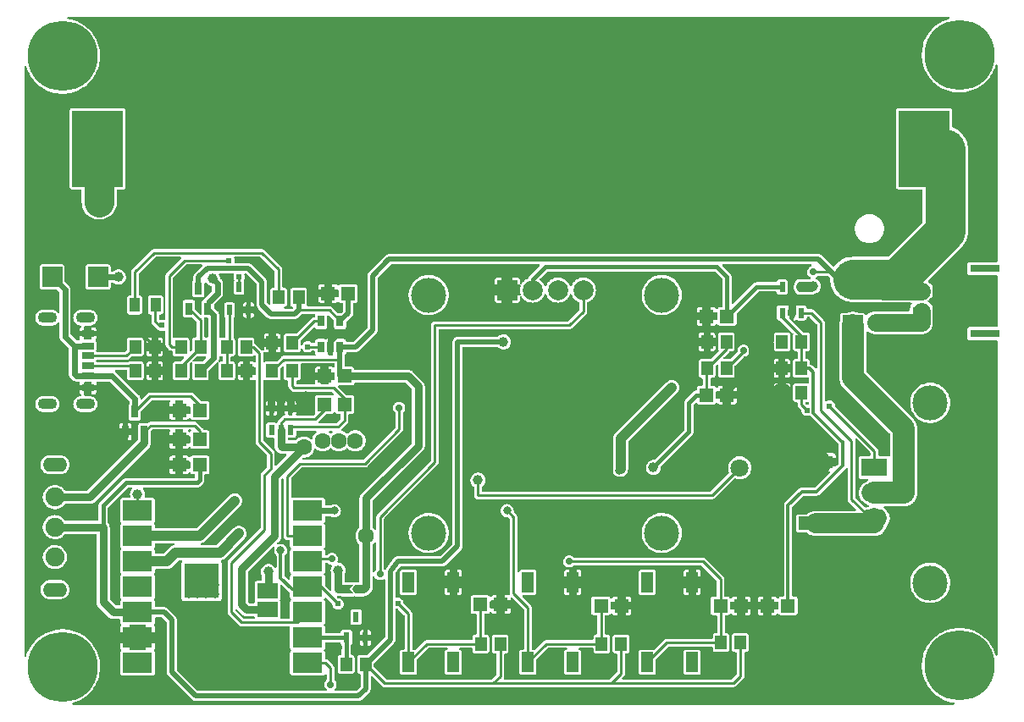
<source format=gtl>
G04 Layer: TopLayer*
G04 EasyEDA v6.5.47, 2024-10-14 09:34:27*
G04 ce67ab0569d04c388b7640da7ad94f30,699dadb93aee4be8b9b8ad6142c81684,10*
G04 Gerber Generator version 0.2*
G04 Scale: 100 percent, Rotated: No, Reflected: No *
G04 Dimensions in millimeters *
G04 leading zeros omitted , absolute positions ,4 integer and 5 decimal *
%FSLAX45Y45*%
%MOMM*%

%AMMACRO1*21,1,$1,$2,0,0,$3*%
%AMMACRO2*4,1,5,-0.1588,0.4572,0.5779,0.4572,0.5779,-0.4572,-0.1588,-0.4572,-0.5779,0,-0.1588,0.4572,0*%
%AMMACRO3*4,1,5,0.5524,-0.4572,-0.5524,-0.4572,-0.5524,0.4572,0.5524,0.4572,0.1334,0,0.5524,-0.4572,0*%
%ADD10C,4.0000*%
%ADD11C,0.6000*%
%ADD12C,0.3000*%
%ADD13C,0.2540*%
%ADD14C,2.0000*%
%ADD15C,3.0000*%
%ADD16C,0.5000*%
%ADD17C,0.8000*%
%ADD18C,0.4000*%
%ADD19C,1.8000*%
%ADD20C,1.0000*%
%ADD21C,2.2000*%
%ADD22R,2.0000X2.0000*%
%ADD23MACRO1,1.35X1.41X90.0000*%
%ADD24MACRO1,1.377X1.1325X-90.0000*%
%ADD25R,3.0000X2.0000*%
%ADD26R,3.4999X3.4999*%
%ADD27R,2.0320X1.5240*%
%ADD28R,1.2000X2.0000*%
%ADD29R,1.7000X0.9000*%
%ADD30R,3.0000X0.8000*%
%ADD31R,5.0800X7.6200*%
%ADD32R,1.0000X1.3995*%
%ADD33MACRO1,1.377X1.1325X90.0000*%
%ADD34MACRO1,3.456X1.2825X0.0000*%
%ADD35R,3.4560X1.2825*%
%ADD36MACRO1,1.35X1.41X-90.0000*%
%ADD37MACRO2*%
%ADD38MACRO3*%
%ADD39R,1.2000X0.8000*%
%ADD40R,1.2000X0.7000*%
%ADD41R,0.7000X1.2500*%
%ADD42R,0.5320X1.0450*%
%ADD43R,0.7000X1.1000*%
%ADD44R,0.6000X1.0000*%
%ADD45R,0.6000X1.0700*%
%ADD46C,3.5000*%
%ADD47C,7.0000*%
%ADD48O,2.5999948X1.7999964*%
%ADD49R,2.6000X1.8000*%
%ADD50O,1.8999962X1.0999978000000001*%
%ADD51C,1.9000*%
%ADD52O,2.3999952X1.3999972*%
%ADD53C,1.5240*%
%ADD54C,0.6096*%
%ADD55C,1.6000*%
%ADD56C,0.7000*%
%ADD57C,0.6200*%
%ADD58C,0.0138*%

%LPD*%
G36*
X1175766Y1448308D02*
G01*
X1171702Y1449171D01*
X1168298Y1451559D01*
X1166164Y1455166D01*
X1165656Y1459280D01*
X1166825Y1463294D01*
X1169466Y1466443D01*
X1173886Y1468475D01*
X1199591Y1477162D01*
X1224635Y1487627D01*
X1248867Y1499920D01*
X1272082Y1513890D01*
X1294282Y1529537D01*
X1315262Y1546758D01*
X1334973Y1565402D01*
X1353312Y1585468D01*
X1370126Y1606753D01*
X1385366Y1629206D01*
X1398930Y1652727D01*
X1410766Y1677162D01*
X1420774Y1702358D01*
X1429004Y1728216D01*
X1435303Y1754632D01*
X1439722Y1781403D01*
X1442161Y1808429D01*
X1442618Y1835607D01*
X1441196Y1862683D01*
X1437741Y1889607D01*
X1432407Y1916226D01*
X1425143Y1942388D01*
X1415999Y1967941D01*
X1405077Y1992782D01*
X1392326Y2016760D01*
X1377950Y2039772D01*
X1361897Y2061667D01*
X1344320Y2082342D01*
X1325321Y2101697D01*
X1304950Y2119630D01*
X1283309Y2136089D01*
X1260602Y2150872D01*
X1236827Y2164029D01*
X1212240Y2175459D01*
X1186840Y2185009D01*
X1160830Y2192782D01*
X1134313Y2198573D01*
X1107440Y2202484D01*
X1080363Y2204466D01*
X1053236Y2204466D01*
X1026160Y2202484D01*
X999286Y2198573D01*
X972769Y2192782D01*
X946759Y2185009D01*
X921359Y2175459D01*
X896772Y2164029D01*
X872998Y2150872D01*
X850290Y2136089D01*
X828649Y2119630D01*
X808278Y2101697D01*
X789279Y2082342D01*
X771702Y2061667D01*
X755650Y2039772D01*
X741273Y2016760D01*
X728522Y1992782D01*
X717600Y1967941D01*
X708456Y1942388D01*
X706272Y1934413D01*
X704342Y1930755D01*
X701141Y1928114D01*
X697179Y1926996D01*
X693064Y1927555D01*
X689559Y1929688D01*
X687171Y1933092D01*
X686308Y1937105D01*
X686308Y7828991D01*
X687120Y7832953D01*
X689457Y7836306D01*
X692912Y7838490D01*
X696976Y7839100D01*
X700938Y7838084D01*
X704138Y7835595D01*
X706170Y7832039D01*
X712825Y7811058D01*
X722833Y7785862D01*
X734669Y7761427D01*
X748233Y7737906D01*
X763473Y7715453D01*
X780288Y7694168D01*
X798626Y7674102D01*
X818337Y7655458D01*
X839317Y7638237D01*
X861517Y7622590D01*
X884732Y7608620D01*
X908964Y7596327D01*
X934008Y7585862D01*
X959713Y7577175D01*
X985977Y7570368D01*
X1012698Y7565491D01*
X1039672Y7562596D01*
X1066800Y7561580D01*
X1093927Y7562596D01*
X1120902Y7565491D01*
X1147622Y7570368D01*
X1173886Y7577175D01*
X1199591Y7585862D01*
X1224635Y7596327D01*
X1248867Y7608620D01*
X1272082Y7622590D01*
X1294282Y7638237D01*
X1315262Y7655458D01*
X1334973Y7674102D01*
X1353312Y7694168D01*
X1370126Y7715453D01*
X1385366Y7737906D01*
X1398930Y7761427D01*
X1410766Y7785862D01*
X1420774Y7811058D01*
X1429004Y7836916D01*
X1435303Y7863331D01*
X1439722Y7890103D01*
X1442161Y7917129D01*
X1442618Y7944307D01*
X1441196Y7971383D01*
X1437741Y7998307D01*
X1432407Y8024926D01*
X1425143Y8051088D01*
X1415999Y8076641D01*
X1405077Y8101482D01*
X1392326Y8125459D01*
X1377950Y8148472D01*
X1361897Y8170367D01*
X1344320Y8191042D01*
X1325321Y8210397D01*
X1304950Y8228330D01*
X1283309Y8244789D01*
X1260602Y8259572D01*
X1236827Y8272729D01*
X1212240Y8284159D01*
X1186840Y8293709D01*
X1160830Y8301481D01*
X1134313Y8307273D01*
X1123188Y8308898D01*
X1119276Y8310321D01*
X1116279Y8313267D01*
X1114704Y8317128D01*
X1114806Y8321294D01*
X1116584Y8325103D01*
X1119733Y8327847D01*
X1123696Y8329066D01*
X1130960Y8329726D01*
X1160932Y8330692D01*
X9924694Y8330692D01*
X9928758Y8329828D01*
X9932111Y8327491D01*
X9934244Y8323986D01*
X9934854Y8319922D01*
X9933787Y8315959D01*
X9931247Y8312708D01*
X9927590Y8310778D01*
X9912959Y8306409D01*
X9887559Y8296859D01*
X9862972Y8285429D01*
X9839198Y8272272D01*
X9816490Y8257489D01*
X9794849Y8241030D01*
X9774478Y8223097D01*
X9755479Y8203742D01*
X9737902Y8183067D01*
X9721850Y8161172D01*
X9707473Y8138159D01*
X9694722Y8114182D01*
X9683800Y8089341D01*
X9674656Y8063788D01*
X9667392Y8037626D01*
X9662058Y8011007D01*
X9658604Y7984083D01*
X9657181Y7957007D01*
X9657638Y7929829D01*
X9660077Y7902803D01*
X9664496Y7876031D01*
X9670796Y7849616D01*
X9679025Y7823758D01*
X9689033Y7798562D01*
X9700869Y7774127D01*
X9714433Y7750606D01*
X9729673Y7728153D01*
X9746488Y7706868D01*
X9764826Y7686802D01*
X9784537Y7668158D01*
X9805517Y7650937D01*
X9827717Y7635290D01*
X9850932Y7621320D01*
X9875164Y7609027D01*
X9900208Y7598562D01*
X9925913Y7589875D01*
X9952177Y7583068D01*
X9978898Y7578191D01*
X10005872Y7575296D01*
X10033000Y7574280D01*
X10060127Y7575296D01*
X10087102Y7578191D01*
X10113822Y7583068D01*
X10140086Y7589875D01*
X10165791Y7598562D01*
X10190835Y7609027D01*
X10215067Y7621320D01*
X10238282Y7635290D01*
X10260482Y7650937D01*
X10281462Y7668158D01*
X10301173Y7686802D01*
X10319512Y7706868D01*
X10336326Y7728153D01*
X10351566Y7750606D01*
X10365130Y7774127D01*
X10376966Y7798562D01*
X10386974Y7823758D01*
X10393629Y7844688D01*
X10395610Y7848244D01*
X10398861Y7850733D01*
X10402824Y7851749D01*
X10406837Y7851140D01*
X10410342Y7848955D01*
X10412628Y7845602D01*
X10413492Y7841589D01*
X10413492Y5887466D01*
X10412679Y5883605D01*
X10410494Y5880303D01*
X10407192Y5878068D01*
X10403332Y5877306D01*
X10137597Y5877306D01*
X10131247Y5876594D01*
X10125811Y5874664D01*
X10120884Y5871616D01*
X10116820Y5867501D01*
X10113721Y5862624D01*
X10111790Y5857138D01*
X10111079Y5850839D01*
X10111079Y5771946D01*
X10111790Y5765647D01*
X10113721Y5760212D01*
X10116820Y5755284D01*
X10120884Y5751220D01*
X10125811Y5748121D01*
X10131247Y5746191D01*
X10137597Y5745480D01*
X10403332Y5745480D01*
X10407192Y5744718D01*
X10410494Y5742533D01*
X10412679Y5739231D01*
X10413492Y5735320D01*
X10413492Y5237480D01*
X10412679Y5233619D01*
X10410494Y5230317D01*
X10407192Y5228082D01*
X10403332Y5227320D01*
X10137546Y5227320D01*
X10131247Y5226608D01*
X10125760Y5224678D01*
X10120884Y5221630D01*
X10116769Y5217515D01*
X10113721Y5212638D01*
X10111790Y5207152D01*
X10111079Y5200853D01*
X10111079Y5121960D01*
X10111790Y5115661D01*
X10113721Y5110226D01*
X10116769Y5105298D01*
X10120884Y5101234D01*
X10125760Y5098135D01*
X10131247Y5096205D01*
X10137546Y5095494D01*
X10403332Y5095494D01*
X10407192Y5094732D01*
X10410494Y5092547D01*
X10412679Y5089245D01*
X10413492Y5085334D01*
X10413492Y1949907D01*
X10412628Y1945843D01*
X10410240Y1942490D01*
X10406684Y1940356D01*
X10402620Y1939798D01*
X10398607Y1940915D01*
X10395407Y1943506D01*
X10393527Y1947214D01*
X10391343Y1955088D01*
X10382199Y1980641D01*
X10371277Y2005482D01*
X10358526Y2029460D01*
X10344150Y2052472D01*
X10328097Y2074367D01*
X10310520Y2095042D01*
X10291521Y2114397D01*
X10271150Y2132330D01*
X10249509Y2148789D01*
X10226802Y2163572D01*
X10203027Y2176729D01*
X10178440Y2188159D01*
X10153040Y2197709D01*
X10127030Y2205482D01*
X10100513Y2211273D01*
X10073640Y2215184D01*
X10046563Y2217166D01*
X10019436Y2217166D01*
X9992360Y2215184D01*
X9965486Y2211273D01*
X9938969Y2205482D01*
X9912959Y2197709D01*
X9887559Y2188159D01*
X9862972Y2176729D01*
X9839198Y2163572D01*
X9816490Y2148789D01*
X9794849Y2132330D01*
X9774478Y2114397D01*
X9755479Y2095042D01*
X9737902Y2074367D01*
X9721850Y2052472D01*
X9707473Y2029460D01*
X9694722Y2005482D01*
X9683800Y1980641D01*
X9674656Y1955088D01*
X9667392Y1928926D01*
X9662058Y1902307D01*
X9658604Y1875383D01*
X9657181Y1848307D01*
X9657638Y1821129D01*
X9660077Y1794103D01*
X9664496Y1767332D01*
X9670796Y1740916D01*
X9679025Y1715058D01*
X9689033Y1689862D01*
X9700869Y1665427D01*
X9714433Y1641906D01*
X9729673Y1619453D01*
X9746488Y1598168D01*
X9764826Y1578102D01*
X9784537Y1559458D01*
X9805517Y1542237D01*
X9827717Y1526590D01*
X9850932Y1512620D01*
X9875164Y1500327D01*
X9900208Y1489862D01*
X9925913Y1481175D01*
X9952177Y1474368D01*
X9976408Y1469948D01*
X9980218Y1468424D01*
X9983114Y1465478D01*
X9984587Y1461617D01*
X9984435Y1457502D01*
X9982606Y1453743D01*
X9979507Y1451051D01*
X9975545Y1449832D01*
X9968839Y1449222D01*
X9938816Y1448308D01*
G37*

%LPC*%
G36*
X2400503Y1485798D02*
G01*
X4025696Y1485798D01*
X4030319Y1486001D01*
X4034739Y1486560D01*
X4039057Y1487525D01*
X4043324Y1488846D01*
X4047388Y1490573D01*
X4051350Y1492605D01*
X4055110Y1494993D01*
X4058615Y1497685D01*
X4062069Y1500835D01*
X4132884Y1571650D01*
X4136034Y1575104D01*
X4138726Y1578610D01*
X4141114Y1582369D01*
X4143146Y1586331D01*
X4144873Y1590395D01*
X4146194Y1594662D01*
X4147159Y1598980D01*
X4147718Y1603400D01*
X4147921Y1608023D01*
X4147921Y1724253D01*
X4148683Y1728165D01*
X4150918Y1731467D01*
X4154220Y1733651D01*
X4158081Y1734413D01*
X4161993Y1733651D01*
X4165295Y1731467D01*
X4259986Y1636776D01*
X4266184Y1631645D01*
X4272889Y1628089D01*
X4280103Y1625904D01*
X4288129Y1625092D01*
X7771892Y1625092D01*
X7779918Y1625904D01*
X7787131Y1628089D01*
X7793837Y1631645D01*
X7800035Y1636776D01*
X7870596Y1707286D01*
X7875676Y1713484D01*
X7879232Y1720189D01*
X7881467Y1727403D01*
X7882229Y1735429D01*
X7882229Y1965198D01*
X7882991Y1969058D01*
X7885226Y1972360D01*
X7888528Y1974545D01*
X7892389Y1975357D01*
X7899704Y1975357D01*
X7906003Y1976069D01*
X7911490Y1977948D01*
X7916367Y1981047D01*
X7920481Y1985111D01*
X7923530Y1990039D01*
X7925460Y1995474D01*
X7926171Y2001824D01*
X7926171Y2138375D01*
X7925460Y2144725D01*
X7923530Y2150160D01*
X7920481Y2155088D01*
X7916367Y2159152D01*
X7911490Y2162251D01*
X7906003Y2164130D01*
X7899704Y2164842D01*
X7787589Y2164842D01*
X7781239Y2164130D01*
X7775803Y2162251D01*
X7770875Y2159152D01*
X7766812Y2155088D01*
X7763713Y2150160D01*
X7761782Y2144725D01*
X7761071Y2138375D01*
X7761071Y2001824D01*
X7761782Y1995474D01*
X7763713Y1990039D01*
X7766812Y1985111D01*
X7770875Y1981047D01*
X7775803Y1977948D01*
X7781239Y1976069D01*
X7787589Y1975357D01*
X7794853Y1975357D01*
X7798765Y1974545D01*
X7802067Y1972360D01*
X7804251Y1969058D01*
X7805013Y1965198D01*
X7805013Y1755139D01*
X7804251Y1751228D01*
X7802067Y1747926D01*
X7759395Y1705305D01*
X7756093Y1703070D01*
X7752181Y1702307D01*
X6670954Y1702307D01*
X6667042Y1703070D01*
X6663740Y1705305D01*
X6661556Y1708556D01*
X6660794Y1712468D01*
X6661556Y1716379D01*
X6663740Y1719630D01*
X6676796Y1732686D01*
X6681876Y1738884D01*
X6685432Y1745589D01*
X6687667Y1752803D01*
X6688429Y1760829D01*
X6688429Y1952498D01*
X6689191Y1956358D01*
X6691426Y1959660D01*
X6694728Y1961845D01*
X6698589Y1962657D01*
X6705904Y1962657D01*
X6712203Y1963369D01*
X6717690Y1965248D01*
X6722567Y1968347D01*
X6726681Y1972411D01*
X6729730Y1977339D01*
X6731660Y1982774D01*
X6732371Y1989124D01*
X6732371Y2125675D01*
X6731660Y2132025D01*
X6729730Y2137460D01*
X6726681Y2142388D01*
X6722567Y2146452D01*
X6717690Y2149551D01*
X6712203Y2151430D01*
X6705904Y2152142D01*
X6593789Y2152142D01*
X6587439Y2151430D01*
X6582003Y2149551D01*
X6577075Y2146452D01*
X6573012Y2142388D01*
X6569913Y2137460D01*
X6567982Y2132025D01*
X6567271Y2125675D01*
X6567271Y1989124D01*
X6567982Y1982774D01*
X6569913Y1977339D01*
X6573012Y1972411D01*
X6577075Y1968347D01*
X6582003Y1965248D01*
X6587439Y1963369D01*
X6593789Y1962657D01*
X6601053Y1962657D01*
X6604965Y1961845D01*
X6608267Y1959660D01*
X6610451Y1956358D01*
X6611213Y1952498D01*
X6611213Y1780539D01*
X6610451Y1776628D01*
X6608267Y1773326D01*
X6540195Y1705305D01*
X6536893Y1703070D01*
X6532981Y1702307D01*
X5486349Y1702307D01*
X5482285Y1703171D01*
X5478881Y1705559D01*
X5476748Y1709115D01*
X5476240Y1713280D01*
X5477408Y1717243D01*
X5478932Y1720189D01*
X5481167Y1727403D01*
X5481929Y1735429D01*
X5481929Y1952498D01*
X5482691Y1956358D01*
X5484926Y1959660D01*
X5488228Y1961845D01*
X5492089Y1962657D01*
X5499404Y1962657D01*
X5505704Y1963369D01*
X5511190Y1965248D01*
X5516067Y1968347D01*
X5520182Y1972411D01*
X5523230Y1977339D01*
X5525160Y1982774D01*
X5525871Y1989124D01*
X5525871Y2125675D01*
X5525160Y2132025D01*
X5523230Y2137460D01*
X5520182Y2142388D01*
X5516067Y2146452D01*
X5511190Y2149551D01*
X5505704Y2151430D01*
X5499404Y2152142D01*
X5387289Y2152142D01*
X5380939Y2151430D01*
X5375503Y2149551D01*
X5370576Y2146452D01*
X5366512Y2142388D01*
X5363413Y2137460D01*
X5361482Y2132025D01*
X5360771Y2125675D01*
X5360771Y1989124D01*
X5361482Y1982774D01*
X5363413Y1977339D01*
X5366512Y1972411D01*
X5370576Y1968347D01*
X5375503Y1965248D01*
X5380939Y1963369D01*
X5387289Y1962657D01*
X5394553Y1962657D01*
X5398465Y1961845D01*
X5401767Y1959660D01*
X5403951Y1956358D01*
X5404713Y1952498D01*
X5404713Y1755139D01*
X5403951Y1751228D01*
X5401767Y1747926D01*
X5359095Y1705305D01*
X5355793Y1703070D01*
X5351881Y1702307D01*
X4307840Y1702307D01*
X4303928Y1703070D01*
X4300626Y1705305D01*
X4182618Y1823313D01*
X4180433Y1826564D01*
X4179671Y1830476D01*
X4179671Y1860651D01*
X4180433Y1864512D01*
X4182618Y1867814D01*
X4379264Y2064410D01*
X4382414Y2067864D01*
X4385106Y2071370D01*
X4387494Y2075129D01*
X4389526Y2079091D01*
X4391253Y2083155D01*
X4392574Y2087422D01*
X4393539Y2091740D01*
X4394098Y2096160D01*
X4394301Y2100783D01*
X4394301Y2398674D01*
X4395317Y2403094D01*
X4398060Y2406599D01*
X4402124Y2408580D01*
X4406595Y2408631D01*
X4412386Y2407412D01*
X4417872Y2407158D01*
X4421530Y2406294D01*
X4424629Y2404211D01*
X4483201Y2345588D01*
X4485436Y2342286D01*
X4486198Y2338374D01*
X4486198Y2009343D01*
X4485436Y2005482D01*
X4483201Y2002180D01*
X4479950Y1999945D01*
X4476038Y1999183D01*
X4465370Y1999183D01*
X4459071Y1998472D01*
X4453585Y1996592D01*
X4448708Y1993493D01*
X4444593Y1989378D01*
X4441494Y1984502D01*
X4439615Y1979015D01*
X4438904Y1972716D01*
X4438904Y1773834D01*
X4439615Y1767535D01*
X4441494Y1762099D01*
X4444593Y1757172D01*
X4448708Y1753107D01*
X4453585Y1750009D01*
X4459071Y1748078D01*
X4465370Y1747367D01*
X4584242Y1747367D01*
X4590542Y1748078D01*
X4596028Y1750009D01*
X4600905Y1753107D01*
X4605020Y1757172D01*
X4608068Y1762099D01*
X4609998Y1767535D01*
X4610709Y1773834D01*
X4610709Y1900377D01*
X4611471Y1904288D01*
X4613706Y1907590D01*
X4721910Y2015794D01*
X4725212Y2018030D01*
X4729124Y2018792D01*
X4908397Y2018792D01*
X4912614Y2017877D01*
X4916119Y2015236D01*
X4918151Y2011375D01*
X4918405Y2007006D01*
X4916779Y2002942D01*
X4913630Y1999945D01*
X4903571Y1996592D01*
X4898694Y1993493D01*
X4894580Y1989378D01*
X4891532Y1984502D01*
X4889601Y1979015D01*
X4888890Y1972716D01*
X4888890Y1773834D01*
X4889601Y1767535D01*
X4891532Y1762099D01*
X4894580Y1757172D01*
X4898694Y1753107D01*
X4903571Y1750009D01*
X4909058Y1748078D01*
X4915357Y1747367D01*
X5034229Y1747367D01*
X5040528Y1748078D01*
X5046014Y1750009D01*
X5050891Y1753107D01*
X5055006Y1757172D01*
X5058105Y1762099D01*
X5059984Y1767535D01*
X5060696Y1773834D01*
X5060696Y1972716D01*
X5059984Y1979015D01*
X5058105Y1984502D01*
X5055006Y1989378D01*
X5050891Y1993493D01*
X5046014Y1996592D01*
X5035956Y1999945D01*
X5032806Y2002942D01*
X5031181Y2007006D01*
X5031435Y2011375D01*
X5033467Y2015236D01*
X5036972Y2017877D01*
X5041239Y2018792D01*
X5157368Y2018792D01*
X5161280Y2018030D01*
X5164582Y2015794D01*
X5166766Y2012543D01*
X5167528Y2008632D01*
X5167528Y1989124D01*
X5168239Y1982774D01*
X5170170Y1977339D01*
X5173218Y1972411D01*
X5177332Y1968347D01*
X5182209Y1965248D01*
X5187696Y1963369D01*
X5193995Y1962657D01*
X5306110Y1962657D01*
X5312460Y1963369D01*
X5317896Y1965248D01*
X5322824Y1968347D01*
X5326888Y1972411D01*
X5329986Y1977339D01*
X5331917Y1982774D01*
X5332628Y1989124D01*
X5332628Y2125675D01*
X5331917Y2132025D01*
X5329986Y2137460D01*
X5326888Y2142388D01*
X5322824Y2146452D01*
X5317896Y2149551D01*
X5312460Y2151430D01*
X5306110Y2152142D01*
X5292445Y2152142D01*
X5288584Y2152954D01*
X5285282Y2155139D01*
X5283098Y2158441D01*
X5282285Y2162302D01*
X5282285Y2347518D01*
X5283098Y2351430D01*
X5285282Y2354732D01*
X5288584Y2356916D01*
X5292445Y2357678D01*
X5313629Y2357678D01*
X5319928Y2358390D01*
X5325414Y2360320D01*
X5330291Y2363419D01*
X5334406Y2367483D01*
X5338114Y2373376D01*
X5340908Y2376322D01*
X5344668Y2377897D01*
X5348732Y2377897D01*
X5352491Y2376322D01*
X5355285Y2373376D01*
X5358993Y2367483D01*
X5363108Y2363419D01*
X5367985Y2360320D01*
X5373471Y2358390D01*
X5379770Y2357678D01*
X5408117Y2357678D01*
X5408117Y2411018D01*
X5350256Y2411018D01*
X5346395Y2411780D01*
X5343093Y2413965D01*
X5340858Y2417267D01*
X5340096Y2421178D01*
X5340096Y2481021D01*
X5340858Y2484932D01*
X5343093Y2488234D01*
X5346395Y2490419D01*
X5350256Y2491181D01*
X5408117Y2491181D01*
X5408117Y2544521D01*
X5379770Y2544521D01*
X5373471Y2543810D01*
X5367985Y2541879D01*
X5363108Y2538780D01*
X5358993Y2534716D01*
X5355285Y2528824D01*
X5352491Y2525877D01*
X5348732Y2524302D01*
X5344668Y2524302D01*
X5340908Y2525877D01*
X5338114Y2528824D01*
X5334406Y2534716D01*
X5330291Y2538780D01*
X5325414Y2541879D01*
X5319928Y2543810D01*
X5313629Y2544521D01*
X5173776Y2544521D01*
X5167426Y2543810D01*
X5161991Y2541879D01*
X5157063Y2538780D01*
X5152999Y2534716D01*
X5149900Y2529789D01*
X5148021Y2524353D01*
X5147310Y2518054D01*
X5147310Y2384145D01*
X5148021Y2377846D01*
X5149900Y2372410D01*
X5152999Y2367483D01*
X5157063Y2363419D01*
X5161991Y2360320D01*
X5167426Y2358390D01*
X5173776Y2357678D01*
X5194909Y2357678D01*
X5198821Y2356916D01*
X5202123Y2354732D01*
X5204307Y2351430D01*
X5205069Y2347518D01*
X5205069Y2162302D01*
X5204307Y2158441D01*
X5202123Y2155139D01*
X5198821Y2152954D01*
X5193995Y2152142D01*
X5187696Y2151430D01*
X5182209Y2149551D01*
X5177332Y2146452D01*
X5173218Y2142388D01*
X5170170Y2137460D01*
X5168239Y2132025D01*
X5167528Y2125675D01*
X5167528Y2106168D01*
X5166766Y2102256D01*
X5164582Y2099005D01*
X5161280Y2096770D01*
X5157368Y2096007D01*
X4709414Y2096007D01*
X4701387Y2095195D01*
X4694174Y2093010D01*
X4687468Y2089454D01*
X4681270Y2084324D01*
X4598365Y2001469D01*
X4595926Y1999640D01*
X4593082Y1998675D01*
X4590034Y1998522D01*
X4584242Y1999183D01*
X4573574Y1999183D01*
X4569714Y1999945D01*
X4566412Y2002180D01*
X4564176Y2005482D01*
X4563414Y2009343D01*
X4563414Y2358085D01*
X4562652Y2366111D01*
X4560417Y2373325D01*
X4556861Y2380030D01*
X4551781Y2386228D01*
X4479290Y2458669D01*
X4477258Y2461615D01*
X4476343Y2465019D01*
X4475632Y2473401D01*
X4473244Y2482748D01*
X4469231Y2491536D01*
X4463846Y2499512D01*
X4457192Y2506472D01*
X4449419Y2512212D01*
X4440783Y2516581D01*
X4431588Y2519375D01*
X4422038Y2520645D01*
X4412386Y2520188D01*
X4406595Y2518968D01*
X4402124Y2519019D01*
X4398060Y2521000D01*
X4395317Y2524506D01*
X4394301Y2528874D01*
X4394301Y2760929D01*
X4394809Y2764180D01*
X4396333Y2767025D01*
X4442002Y2827934D01*
X4444238Y2830118D01*
X4447032Y2831490D01*
X4450130Y2831998D01*
X4863896Y2831998D01*
X4868519Y2832201D01*
X4872939Y2832760D01*
X4877257Y2833725D01*
X4881524Y2835046D01*
X4885588Y2836773D01*
X4889550Y2838805D01*
X4893310Y2841193D01*
X4896815Y2843885D01*
X4900269Y2847035D01*
X5052364Y2999130D01*
X5055514Y3002584D01*
X5058206Y3006090D01*
X5060594Y3009849D01*
X5062626Y3013811D01*
X5064353Y3017875D01*
X5065674Y3022142D01*
X5066639Y3026460D01*
X5067198Y3030880D01*
X5067401Y3035503D01*
X5067401Y5018938D01*
X5068163Y5022799D01*
X5070398Y5026101D01*
X5073700Y5028336D01*
X5077561Y5029098D01*
X5413349Y5029098D01*
X5417362Y5028285D01*
X5420715Y5025999D01*
X5423204Y5023358D01*
X5432450Y5016296D01*
X5442661Y5010759D01*
X5453583Y5006848D01*
X5465013Y5004612D01*
X5476595Y5004155D01*
X5488127Y5005527D01*
X5499354Y5008575D01*
X5509971Y5013350D01*
X5519674Y5019649D01*
X5528360Y5027371D01*
X5535777Y5036362D01*
X5541721Y5046319D01*
X5546039Y5057089D01*
X5548680Y5068417D01*
X5549595Y5080000D01*
X5548680Y5091582D01*
X5546039Y5102910D01*
X5541721Y5113680D01*
X5535777Y5123637D01*
X5528360Y5132628D01*
X5519674Y5140350D01*
X5509971Y5146649D01*
X5499354Y5151424D01*
X5488127Y5154472D01*
X5476595Y5155844D01*
X5465013Y5155387D01*
X5453583Y5153152D01*
X5442661Y5149240D01*
X5432450Y5143703D01*
X5423204Y5136642D01*
X5420715Y5134000D01*
X5417362Y5131714D01*
X5413349Y5130901D01*
X5016957Y5130901D01*
X5007660Y5130088D01*
X4999126Y5127802D01*
X4991049Y5124043D01*
X4983784Y5118963D01*
X4977536Y5112715D01*
X4972456Y5105450D01*
X4968697Y5097373D01*
X4966411Y5088839D01*
X4965598Y5079542D01*
X4965598Y3060598D01*
X4964836Y3056686D01*
X4962601Y3053435D01*
X4845964Y2936798D01*
X4842713Y2934563D01*
X4838801Y2933801D01*
X4417009Y2933750D01*
X4408220Y2932531D01*
X4399737Y2929788D01*
X4393996Y2926892D01*
X4391914Y2925622D01*
X4386732Y2921762D01*
X4384903Y2920136D01*
X4380484Y2915513D01*
X4302861Y2812084D01*
X4299051Y2806293D01*
X4295952Y2803296D01*
X4291939Y2801823D01*
X4287621Y2802178D01*
X4283862Y2804261D01*
X4281322Y2807716D01*
X4280408Y2811932D01*
X4280408Y3307181D01*
X4281170Y3311093D01*
X4283405Y3314395D01*
X4814824Y3845864D01*
X4819954Y3852062D01*
X4823510Y3858768D01*
X4825695Y3865981D01*
X4826508Y3874008D01*
X4826508Y5196332D01*
X4827270Y5200243D01*
X4829505Y5203494D01*
X4832756Y5205730D01*
X4836668Y5206492D01*
X6133592Y5206492D01*
X6141618Y5207304D01*
X6148832Y5209489D01*
X6155537Y5213045D01*
X6161735Y5218176D01*
X6300724Y5357164D01*
X6305854Y5363362D01*
X6309410Y5370068D01*
X6311595Y5377281D01*
X6312408Y5385308D01*
X6312408Y5469534D01*
X6313119Y5473344D01*
X6315252Y5476595D01*
X6318402Y5478830D01*
X6332270Y5485079D01*
X6345275Y5492902D01*
X6357264Y5502300D01*
X6368034Y5513070D01*
X6377381Y5525008D01*
X6385255Y5538012D01*
X6391503Y5551881D01*
X6396024Y5566410D01*
X6398768Y5581345D01*
X6399682Y5596534D01*
X6398768Y5611723D01*
X6396024Y5626658D01*
X6391503Y5641187D01*
X6385255Y5655005D01*
X6377381Y5668060D01*
X6368034Y5679998D01*
X6357264Y5690768D01*
X6345275Y5700115D01*
X6332270Y5707989D01*
X6318402Y5714238D01*
X6303924Y5718759D01*
X6288938Y5721502D01*
X6273800Y5722416D01*
X6258610Y5721502D01*
X6243675Y5718759D01*
X6229146Y5714238D01*
X6215278Y5707989D01*
X6202273Y5700115D01*
X6190284Y5690768D01*
X6179566Y5679998D01*
X6170168Y5668060D01*
X6162294Y5655005D01*
X6156045Y5641086D01*
X6153810Y5637936D01*
X6150559Y5635853D01*
X6146800Y5635142D01*
X6142990Y5635853D01*
X6139738Y5637936D01*
X6137503Y5641086D01*
X6131255Y5655005D01*
X6123381Y5668060D01*
X6114034Y5679998D01*
X6103264Y5690768D01*
X6091275Y5700115D01*
X6078270Y5707989D01*
X6064402Y5714238D01*
X6049924Y5718759D01*
X6034938Y5721502D01*
X6019800Y5722416D01*
X6004610Y5721502D01*
X5989675Y5718759D01*
X5975146Y5714238D01*
X5961278Y5707989D01*
X5948273Y5700115D01*
X5936284Y5690768D01*
X5925566Y5679998D01*
X5916168Y5668060D01*
X5908294Y5655005D01*
X5902045Y5641086D01*
X5899810Y5637936D01*
X5896559Y5635853D01*
X5892800Y5635142D01*
X5888990Y5635853D01*
X5885738Y5637936D01*
X5883503Y5641086D01*
X5877255Y5655005D01*
X5869381Y5668060D01*
X5860034Y5679998D01*
X5849264Y5690768D01*
X5841441Y5696915D01*
X5838698Y5700166D01*
X5837529Y5704281D01*
X5838190Y5708497D01*
X5840526Y5712104D01*
X5908852Y5780430D01*
X5912154Y5782614D01*
X5916015Y5783376D01*
X7584084Y5783376D01*
X7587945Y5782614D01*
X7591247Y5780430D01*
X7661402Y5710275D01*
X7663637Y5706973D01*
X7664399Y5703062D01*
X7664399Y5437581D01*
X7663637Y5433669D01*
X7661402Y5430367D01*
X7658100Y5428183D01*
X7654239Y5427421D01*
X7640370Y5427421D01*
X7634071Y5426710D01*
X7628585Y5424779D01*
X7623708Y5421680D01*
X7619593Y5417616D01*
X7615885Y5411724D01*
X7613091Y5408777D01*
X7609331Y5407202D01*
X7605268Y5407202D01*
X7601508Y5408777D01*
X7598714Y5411724D01*
X7595006Y5417616D01*
X7590891Y5421680D01*
X7586014Y5424779D01*
X7580528Y5426710D01*
X7574229Y5427421D01*
X7545882Y5427421D01*
X7545882Y5374081D01*
X7603744Y5374081D01*
X7607604Y5373319D01*
X7610906Y5371134D01*
X7613142Y5367832D01*
X7613903Y5363921D01*
X7613903Y5304078D01*
X7613142Y5300167D01*
X7610906Y5296865D01*
X7607604Y5294680D01*
X7603744Y5293918D01*
X7545882Y5293918D01*
X7545882Y5240578D01*
X7574229Y5240578D01*
X7580528Y5241290D01*
X7586014Y5243220D01*
X7590891Y5246319D01*
X7595006Y5250383D01*
X7598714Y5256276D01*
X7601508Y5259222D01*
X7605268Y5260797D01*
X7609331Y5260797D01*
X7613091Y5259222D01*
X7615885Y5256276D01*
X7619593Y5250383D01*
X7623708Y5246319D01*
X7628585Y5243220D01*
X7634071Y5241290D01*
X7640370Y5240578D01*
X7780223Y5240578D01*
X7786573Y5241290D01*
X7792008Y5243220D01*
X7796936Y5246319D01*
X7801000Y5250383D01*
X7804099Y5255310D01*
X7805978Y5260746D01*
X7806690Y5267045D01*
X7806690Y5361279D01*
X7807502Y5365140D01*
X7809687Y5368442D01*
X8021421Y5580227D01*
X8024723Y5582412D01*
X8028635Y5583174D01*
X8196224Y5583174D01*
X8199881Y5582513D01*
X8202980Y5580583D01*
X8205266Y5577687D01*
X8206435Y5573369D01*
X8208314Y5567883D01*
X8211413Y5563006D01*
X8215528Y5558891D01*
X8220405Y5555843D01*
X8225840Y5553913D01*
X8232190Y5553202D01*
X8291068Y5553202D01*
X8297367Y5553913D01*
X8302853Y5555843D01*
X8307730Y5558891D01*
X8311845Y5563006D01*
X8314893Y5567883D01*
X8316823Y5573369D01*
X8317534Y5579668D01*
X8317534Y5678525D01*
X8316823Y5684875D01*
X8314893Y5690311D01*
X8311845Y5695238D01*
X8307730Y5699302D01*
X8302853Y5702401D01*
X8297367Y5704332D01*
X8291068Y5705043D01*
X8232190Y5705043D01*
X8225840Y5704332D01*
X8220405Y5702401D01*
X8215528Y5699302D01*
X8211413Y5695238D01*
X8208314Y5690311D01*
X8205266Y5680506D01*
X8202980Y5677611D01*
X8199831Y5675680D01*
X8196224Y5675020D01*
X8003641Y5674969D01*
X7994903Y5673750D01*
X7986877Y5671058D01*
X7979460Y5666943D01*
X7972602Y5661202D01*
X7773568Y5462168D01*
X7770266Y5459984D01*
X7766354Y5459222D01*
X7762494Y5459984D01*
X7759192Y5462168D01*
X7757007Y5465470D01*
X7756194Y5469382D01*
X7756144Y5728055D01*
X7754924Y5736793D01*
X7752283Y5744819D01*
X7748117Y5752236D01*
X7742428Y5759094D01*
X7664297Y5837224D01*
X7662062Y5840526D01*
X7661300Y5844438D01*
X7662062Y5848299D01*
X7664297Y5851601D01*
X7667548Y5853836D01*
X7671460Y5854598D01*
X8546439Y5854598D01*
X8550402Y5853785D01*
X8553754Y5851499D01*
X8555888Y5848045D01*
X8556599Y5844082D01*
X8555634Y5840120D01*
X8553196Y5836869D01*
X8549741Y5834837D01*
X8548065Y5834227D01*
X8539226Y5829452D01*
X8531250Y5823305D01*
X8524443Y5815888D01*
X8518956Y5807456D01*
X8514943Y5798261D01*
X8512454Y5788507D01*
X8511641Y5778500D01*
X8512454Y5768492D01*
X8514943Y5758738D01*
X8518956Y5749544D01*
X8524443Y5741111D01*
X8531250Y5733694D01*
X8539226Y5727547D01*
X8541816Y5726125D01*
X8545118Y5723280D01*
X8546947Y5719368D01*
X8546947Y5715000D01*
X8545118Y5711088D01*
X8541867Y5708243D01*
X8538159Y5706262D01*
X8535822Y5705297D01*
X8533282Y5704992D01*
X8422182Y5704992D01*
X8415832Y5704281D01*
X8410397Y5702401D01*
X8405520Y5699302D01*
X8401405Y5695238D01*
X8398306Y5690311D01*
X8396427Y5684875D01*
X8395411Y5680557D01*
X8392261Y5676392D01*
X8385860Y5667044D01*
X8380984Y5656834D01*
X8377631Y5645962D01*
X8375903Y5634786D01*
X8375903Y5623407D01*
X8377631Y5612231D01*
X8380984Y5601360D01*
X8385860Y5591149D01*
X8392261Y5581802D01*
X8395411Y5577636D01*
X8396427Y5573369D01*
X8398306Y5567883D01*
X8401405Y5563006D01*
X8405520Y5558891D01*
X8410397Y5555792D01*
X8415832Y5553913D01*
X8422182Y5553202D01*
X8556396Y5553202D01*
X8568080Y5554065D01*
X8579154Y5556605D01*
X8589721Y5560720D01*
X8599525Y5566410D01*
X8603081Y5569254D01*
X8608771Y5572150D01*
X8618474Y5578449D01*
X8627160Y5586171D01*
X8634577Y5595162D01*
X8640521Y5605119D01*
X8644839Y5615889D01*
X8647480Y5627217D01*
X8648395Y5638800D01*
X8647480Y5650382D01*
X8644839Y5661710D01*
X8640521Y5672480D01*
X8634577Y5682437D01*
X8627160Y5691428D01*
X8618474Y5699150D01*
X8608771Y5705449D01*
X8603589Y5707786D01*
X8599982Y5710478D01*
X8597950Y5714441D01*
X8597747Y5718911D01*
X8599525Y5723026D01*
X8602929Y5725972D01*
X8605774Y5727547D01*
X8613749Y5733694D01*
X8616391Y5736590D01*
X8619794Y5739028D01*
X8623858Y5739892D01*
X8712555Y5739892D01*
X8716416Y5739130D01*
X8719718Y5736894D01*
X8737701Y5718911D01*
X8739987Y5715406D01*
X8740648Y5711291D01*
X8740292Y5703570D01*
X8741257Y5682742D01*
X8744153Y5662066D01*
X8748928Y5641746D01*
X8755532Y5621985D01*
X8763965Y5602884D01*
X8774125Y5584647D01*
X8785910Y5567426D01*
X8799271Y5551373D01*
X8814003Y5536641D01*
X8830056Y5523280D01*
X8847277Y5511495D01*
X8865514Y5501335D01*
X8884615Y5492902D01*
X8904376Y5486298D01*
X8924696Y5481523D01*
X8945372Y5478627D01*
X8966454Y5477662D01*
X9233814Y5477662D01*
X9236811Y5477205D01*
X9242450Y5475478D01*
X9253270Y5473242D01*
X9256572Y5472785D01*
X9267799Y5471871D01*
X9547809Y5471820D01*
X9552076Y5470906D01*
X9555530Y5468315D01*
X9557562Y5464505D01*
X9557867Y5460187D01*
X9556292Y5456123D01*
X9553244Y5453075D01*
X9550857Y5451602D01*
X9546793Y5447487D01*
X9543694Y5442610D01*
X9541814Y5437124D01*
X9541103Y5430824D01*
X9541103Y5420918D01*
X9540595Y5417769D01*
X9539732Y5415229D01*
X9537039Y5400903D01*
X9536734Y5395925D01*
X9535769Y5392216D01*
X9533534Y5389168D01*
X9530334Y5387136D01*
X9526574Y5386425D01*
X9195104Y5386425D01*
X9180271Y5385460D01*
X9165996Y5382768D01*
X9152128Y5378246D01*
X9138970Y5372049D01*
X9126677Y5364276D01*
X9115450Y5354980D01*
X9108084Y5347106D01*
X9104680Y5344718D01*
X9100616Y5343906D01*
X9096603Y5344769D01*
X9093200Y5347157D01*
X9091066Y5350713D01*
X9089593Y5354929D01*
X9086545Y5359806D01*
X9082430Y5363921D01*
X9077553Y5366969D01*
X9072067Y5368899D01*
X9065768Y5369610D01*
X9019032Y5369610D01*
X9015577Y5370220D01*
X9005163Y5374030D01*
X8989822Y5377637D01*
X8974124Y5379466D01*
X8958275Y5379466D01*
X8942578Y5377637D01*
X8927236Y5374030D01*
X8916822Y5370220D01*
X8913368Y5369610D01*
X8866886Y5369610D01*
X8860586Y5368899D01*
X8855100Y5366969D01*
X8850223Y5363921D01*
X8846108Y5359806D01*
X8843060Y5354929D01*
X8841130Y5349443D01*
X8840419Y5343144D01*
X8840419Y5296865D01*
X8839606Y5292801D01*
X8838488Y5290312D01*
X8833967Y5275173D01*
X8831224Y5259628D01*
X8830310Y5243525D01*
X8830310Y4724603D01*
X8830818Y4712411D01*
X8831173Y4708753D01*
X8833154Y4696764D01*
X8833916Y4693208D01*
X8837218Y4681524D01*
X8838438Y4678070D01*
X8843111Y4666843D01*
X8844686Y4663541D01*
X8850630Y4652924D01*
X8852560Y4649825D01*
X8859672Y4639970D01*
X8870238Y4628134D01*
X9335312Y4163060D01*
X9337497Y4159808D01*
X9338310Y4155897D01*
X9338310Y3945229D01*
X9337548Y3941470D01*
X9335465Y3938219D01*
X9332315Y3935984D01*
X9328607Y3935120D01*
X9324797Y3935679D01*
X9318345Y3937914D01*
X9312046Y3938625D01*
X9231376Y3938625D01*
X9227464Y3939387D01*
X9224213Y3941572D01*
X9221978Y3944874D01*
X9221216Y3948785D01*
X9221216Y3987749D01*
X9220403Y3995775D01*
X9218218Y4002989D01*
X9214662Y4009644D01*
X9209532Y4015892D01*
X8792616Y4432808D01*
X8790584Y4435754D01*
X8789670Y4439158D01*
X8788958Y4447540D01*
X8786520Y4456887D01*
X8782558Y4465675D01*
X8777173Y4473651D01*
X8770467Y4480610D01*
X8762695Y4486351D01*
X8754110Y4490720D01*
X8744864Y4493514D01*
X8735314Y4494784D01*
X8725662Y4494326D01*
X8716264Y4492294D01*
X8707272Y4488738D01*
X8702802Y4485944D01*
X8698738Y4484522D01*
X8694470Y4484878D01*
X8690762Y4486960D01*
X8688222Y4490415D01*
X8687308Y4494580D01*
X8687308Y5269992D01*
X8686495Y5278018D01*
X8684310Y5285232D01*
X8680754Y5291937D01*
X8675624Y5298135D01*
X8577783Y5395976D01*
X8571585Y5401106D01*
X8564880Y5404662D01*
X8557666Y5406847D01*
X8549640Y5407660D01*
X8517686Y5407660D01*
X8513978Y5408320D01*
X8510828Y5410301D01*
X8508593Y5413248D01*
X8507526Y5416854D01*
X8506764Y5424932D01*
X8504885Y5430316D01*
X8501786Y5435193D01*
X8497722Y5439308D01*
X8492794Y5442407D01*
X8487359Y5444286D01*
X8481009Y5444998D01*
X8422182Y5444998D01*
X8415832Y5444286D01*
X8410397Y5442407D01*
X8405977Y5440476D01*
X8402218Y5440476D01*
X8397798Y5442407D01*
X8392363Y5444286D01*
X8386013Y5444998D01*
X8377936Y5444998D01*
X8377936Y5400446D01*
X8385505Y5400446D01*
X8389416Y5399684D01*
X8392718Y5397500D01*
X8394903Y5394198D01*
X8395665Y5390286D01*
X8395665Y5347919D01*
X8394903Y5344007D01*
X8392718Y5340756D01*
X8389416Y5338521D01*
X8385505Y5337759D01*
X8377936Y5337759D01*
X8377936Y5293207D01*
X8386013Y5293207D01*
X8392363Y5293918D01*
X8397798Y5295798D01*
X8402218Y5297728D01*
X8405977Y5297728D01*
X8410397Y5295798D01*
X8415832Y5293918D01*
X8422182Y5293207D01*
X8481009Y5293207D01*
X8487359Y5293918D01*
X8492794Y5295798D01*
X8497722Y5298897D01*
X8501786Y5303012D01*
X8504885Y5307888D01*
X8506764Y5313273D01*
X8507526Y5321300D01*
X8508593Y5324856D01*
X8510828Y5327802D01*
X8514029Y5329783D01*
X8517686Y5330444D01*
X8529929Y5330444D01*
X8533841Y5329682D01*
X8537143Y5327446D01*
X8607094Y5257495D01*
X8609330Y5254193D01*
X8610092Y5250281D01*
X8610092Y4820005D01*
X8609330Y4816094D01*
X8607094Y4812792D01*
X8603843Y4810607D01*
X8599932Y4809845D01*
X8596020Y4810607D01*
X8592769Y4812792D01*
X8563660Y4841849D01*
X8557107Y4847285D01*
X8550046Y4851044D01*
X8542985Y4853178D01*
X8539226Y4855260D01*
X8536686Y4858715D01*
X8535771Y4862931D01*
X8535771Y4881575D01*
X8535060Y4887925D01*
X8533130Y4893360D01*
X8530082Y4898288D01*
X8525967Y4902352D01*
X8521090Y4905451D01*
X8515604Y4907330D01*
X8509304Y4908042D01*
X8501989Y4908042D01*
X8498078Y4908854D01*
X8494826Y4911039D01*
X8492591Y4914341D01*
X8491829Y4918202D01*
X8491829Y4973828D01*
X8492591Y4977688D01*
X8494826Y4980990D01*
X8498078Y4983175D01*
X8501989Y4983988D01*
X8509304Y4983988D01*
X8515604Y4984699D01*
X8521090Y4986578D01*
X8525967Y4989677D01*
X8530082Y4993741D01*
X8533130Y4998669D01*
X8535060Y5004104D01*
X8535771Y5010454D01*
X8535771Y5147005D01*
X8535060Y5153355D01*
X8533130Y5158790D01*
X8530082Y5163718D01*
X8525967Y5167782D01*
X8521090Y5170881D01*
X8515604Y5172760D01*
X8509304Y5173472D01*
X8474303Y5173472D01*
X8470442Y5174284D01*
X8467140Y5176469D01*
X8367725Y5275834D01*
X8365540Y5279136D01*
X8365286Y5280507D01*
X8363915Y5280812D01*
X8360613Y5282996D01*
X8338210Y5305399D01*
X8336025Y5308650D01*
X8335264Y5312562D01*
X8335264Y5337759D01*
X8327694Y5337759D01*
X8323783Y5338521D01*
X8320481Y5340756D01*
X8318296Y5344007D01*
X8317534Y5347919D01*
X8317534Y5390286D01*
X8318296Y5394198D01*
X8320481Y5397500D01*
X8323783Y5399684D01*
X8327694Y5400446D01*
X8335264Y5400446D01*
X8335264Y5444998D01*
X8327186Y5444998D01*
X8320836Y5444286D01*
X8315401Y5442407D01*
X8310981Y5440476D01*
X8307222Y5440476D01*
X8302802Y5442407D01*
X8297367Y5444286D01*
X8291017Y5444998D01*
X8232190Y5444998D01*
X8225840Y5444286D01*
X8220405Y5442407D01*
X8215477Y5439308D01*
X8211413Y5435244D01*
X8208314Y5430316D01*
X8206384Y5424881D01*
X8205673Y5418531D01*
X8205673Y5319674D01*
X8206384Y5313375D01*
X8208314Y5307888D01*
X8211413Y5303012D01*
X8215477Y5298897D01*
X8220405Y5295849D01*
X8225840Y5293918D01*
X8232190Y5293207D01*
X8236966Y5293207D01*
X8240877Y5292445D01*
X8244179Y5290210D01*
X8369401Y5164988D01*
X8371535Y5161889D01*
X8372348Y5158181D01*
X8371382Y5153355D01*
X8370671Y5147005D01*
X8370671Y5010454D01*
X8371382Y5004104D01*
X8373313Y4998669D01*
X8376412Y4993741D01*
X8380475Y4989677D01*
X8385403Y4986578D01*
X8390839Y4984699D01*
X8397189Y4983988D01*
X8404453Y4983988D01*
X8408365Y4983175D01*
X8411616Y4980990D01*
X8413851Y4977688D01*
X8414613Y4973828D01*
X8414613Y4918202D01*
X8413851Y4914341D01*
X8411616Y4911039D01*
X8408365Y4908854D01*
X8404453Y4908042D01*
X8397189Y4908042D01*
X8390839Y4907330D01*
X8385403Y4905451D01*
X8380475Y4902352D01*
X8376412Y4898288D01*
X8373313Y4893360D01*
X8371382Y4887925D01*
X8370671Y4881575D01*
X8370671Y4745024D01*
X8371382Y4738674D01*
X8373313Y4733239D01*
X8376412Y4728311D01*
X8380475Y4724247D01*
X8385403Y4721148D01*
X8390839Y4719269D01*
X8397189Y4718558D01*
X8509304Y4718558D01*
X8515604Y4719269D01*
X8518093Y4720132D01*
X8521903Y4720691D01*
X8525611Y4719777D01*
X8528761Y4717542D01*
X8530844Y4714290D01*
X8531606Y4710531D01*
X8531606Y4674768D01*
X8530844Y4671009D01*
X8528761Y4667758D01*
X8525611Y4665522D01*
X8521903Y4664608D01*
X8518093Y4665167D01*
X8515604Y4666030D01*
X8509304Y4666742D01*
X8397189Y4666742D01*
X8390839Y4666030D01*
X8385403Y4664151D01*
X8380475Y4661052D01*
X8376412Y4656988D01*
X8373313Y4652060D01*
X8371382Y4646625D01*
X8370671Y4640275D01*
X8370671Y4503724D01*
X8371382Y4497374D01*
X8373313Y4491939D01*
X8376412Y4487011D01*
X8380475Y4482947D01*
X8385403Y4479848D01*
X8390839Y4477969D01*
X8397189Y4477258D01*
X8404453Y4477258D01*
X8408365Y4476445D01*
X8411616Y4474260D01*
X8413851Y4470958D01*
X8414613Y4467098D01*
X8414613Y4450486D01*
X8415426Y4442460D01*
X8417610Y4435246D01*
X8421166Y4428540D01*
X8426297Y4422343D01*
X8449360Y4399229D01*
X8451545Y4395927D01*
X8452358Y4392066D01*
X8452358Y4389374D01*
X8453983Y4379874D01*
X8457184Y4370781D01*
X8461857Y4362348D01*
X8467953Y4354830D01*
X8475167Y4348480D01*
X8483396Y4343400D01*
X8492337Y4339844D01*
X8501786Y4337812D01*
X8511438Y4337354D01*
X8520988Y4338624D01*
X8533434Y4342434D01*
X8537041Y4342841D01*
X8540597Y4341926D01*
X8543594Y4339894D01*
X8820708Y4062729D01*
X8822944Y4059428D01*
X8823706Y4055567D01*
X8823706Y3861612D01*
X8822944Y3857751D01*
X8820708Y3854450D01*
X8806180Y3839870D01*
X8802878Y3837686D01*
X8798966Y3836924D01*
X8690660Y3836924D01*
X8690660Y3785311D01*
X8727033Y3785311D01*
X8730894Y3784498D01*
X8734196Y3782314D01*
X8736431Y3779012D01*
X8737193Y3775151D01*
X8736431Y3771239D01*
X8734196Y3767937D01*
X8602116Y3635806D01*
X8592312Y3625494D01*
X8588908Y3623157D01*
X8584895Y3622294D01*
X8458708Y3622294D01*
X8450224Y3621481D01*
X8442553Y3619144D01*
X8435492Y3615385D01*
X8428939Y3609949D01*
X8291474Y3472484D01*
X8286038Y3465931D01*
X8282279Y3458870D01*
X8279942Y3451199D01*
X8279130Y3442715D01*
X8279130Y2541981D01*
X8278368Y2538069D01*
X8276132Y2534767D01*
X8272830Y2532583D01*
X8268970Y2531821D01*
X8249970Y2531821D01*
X8243671Y2531110D01*
X8238185Y2529179D01*
X8233308Y2526080D01*
X8229193Y2522016D01*
X8225485Y2516124D01*
X8222691Y2513177D01*
X8218931Y2511602D01*
X8214868Y2511602D01*
X8211108Y2513177D01*
X8208314Y2516124D01*
X8204606Y2522016D01*
X8200491Y2526080D01*
X8195614Y2529179D01*
X8190128Y2531110D01*
X8183829Y2531821D01*
X8155482Y2531821D01*
X8155482Y2478481D01*
X8213344Y2478481D01*
X8217204Y2477719D01*
X8220506Y2475534D01*
X8222742Y2472232D01*
X8223503Y2468321D01*
X8223503Y2408478D01*
X8222742Y2404567D01*
X8220506Y2401265D01*
X8217204Y2399080D01*
X8213344Y2398318D01*
X8155482Y2398318D01*
X8155482Y2344978D01*
X8183829Y2344978D01*
X8190128Y2345690D01*
X8195614Y2347620D01*
X8200491Y2350719D01*
X8204606Y2354783D01*
X8208314Y2360676D01*
X8211108Y2363622D01*
X8214868Y2365197D01*
X8218931Y2365197D01*
X8222691Y2363622D01*
X8225485Y2360676D01*
X8229193Y2354783D01*
X8233308Y2350719D01*
X8238185Y2347620D01*
X8243671Y2345690D01*
X8249970Y2344978D01*
X8389823Y2344978D01*
X8396173Y2345690D01*
X8401608Y2347620D01*
X8406536Y2350719D01*
X8410600Y2354783D01*
X8413699Y2359710D01*
X8415578Y2365146D01*
X8416290Y2371445D01*
X8416290Y2505354D01*
X8415578Y2511653D01*
X8413699Y2517089D01*
X8410600Y2522016D01*
X8406536Y2526080D01*
X8401608Y2529179D01*
X8396173Y2531110D01*
X8389823Y2531821D01*
X8371078Y2531821D01*
X8367217Y2532583D01*
X8363915Y2534767D01*
X8361730Y2538069D01*
X8360918Y2541981D01*
X8360918Y3422091D01*
X8361730Y3425951D01*
X8363915Y3429254D01*
X8472170Y3537508D01*
X8475472Y3539693D01*
X8479332Y3540506D01*
X8606282Y3540506D01*
X8614765Y3541318D01*
X8622436Y3543655D01*
X8629497Y3547414D01*
X8636050Y3552799D01*
X8660384Y3578402D01*
X8893149Y3811219D01*
X8896858Y3815740D01*
X8900109Y3818331D01*
X8904071Y3819398D01*
X8908135Y3818839D01*
X8911691Y3816705D01*
X8914079Y3813301D01*
X8914892Y3809288D01*
X8914892Y3505708D01*
X8915704Y3497681D01*
X8917889Y3490468D01*
X8921445Y3483762D01*
X8926576Y3477564D01*
X8998712Y3405378D01*
X9000947Y3402076D01*
X9001709Y3398164D01*
X9000947Y3394303D01*
X8998712Y3391001D01*
X8995410Y3388817D01*
X8991549Y3388004D01*
X8598204Y3388004D01*
X8582710Y3387090D01*
X8567775Y3384346D01*
X8553246Y3379825D01*
X8539378Y3373577D01*
X8526373Y3365703D01*
X8514435Y3356356D01*
X8513165Y3355086D01*
X8509863Y3352901D01*
X8505952Y3352088D01*
X8425688Y3352088D01*
X8419338Y3351377D01*
X8413902Y3349498D01*
X8408974Y3346399D01*
X8404910Y3342335D01*
X8401812Y3337407D01*
X8399881Y3331972D01*
X8399170Y3325622D01*
X8399170Y3198520D01*
X8399881Y3192221D01*
X8401812Y3186734D01*
X8404910Y3181858D01*
X8408974Y3177743D01*
X8413902Y3174644D01*
X8419338Y3172764D01*
X8425688Y3172053D01*
X8506053Y3172053D01*
X8509965Y3171240D01*
X8526373Y3158540D01*
X8539378Y3150666D01*
X8553246Y3144418D01*
X8567775Y3139897D01*
X8582710Y3137154D01*
X8598204Y3136188D01*
X9181287Y3136188D01*
X9196781Y3137154D01*
X9211716Y3139897D01*
X9226245Y3144418D01*
X9240113Y3150666D01*
X9253118Y3158540D01*
X9265056Y3167888D01*
X9275826Y3178657D01*
X9285173Y3190595D01*
X9293047Y3203600D01*
X9299295Y3217468D01*
X9303766Y3231743D01*
X9306052Y3235706D01*
X9310878Y3240836D01*
X9319463Y3252622D01*
X9326473Y3265373D01*
X9331807Y3278886D01*
X9335414Y3293008D01*
X9337243Y3307435D01*
X9337243Y3321964D01*
X9335414Y3336442D01*
X9331807Y3350514D01*
X9326473Y3364077D01*
X9319463Y3376828D01*
X9310878Y3388563D01*
X9300921Y3399180D01*
X9289694Y3408476D01*
X9280906Y3414064D01*
X9277858Y3417112D01*
X9276283Y3421126D01*
X9276588Y3425444D01*
X9278670Y3429254D01*
X9282125Y3431844D01*
X9286341Y3432810D01*
X9474047Y3432810D01*
X9482124Y3433013D01*
X9489998Y3433724D01*
X9497822Y3434842D01*
X9505543Y3436467D01*
X9513163Y3438499D01*
X9520682Y3440988D01*
X9528048Y3443935D01*
X9535210Y3447237D01*
X9542170Y3450996D01*
X9548876Y3455162D01*
X9555378Y3459683D01*
X9561576Y3464610D01*
X9567468Y3469843D01*
X9573056Y3475431D01*
X9578289Y3481324D01*
X9583216Y3487521D01*
X9587738Y3494024D01*
X9591903Y3500729D01*
X9595662Y3507689D01*
X9598964Y3514851D01*
X9601911Y3522218D01*
X9604400Y3529736D01*
X9606432Y3537356D01*
X9608058Y3545078D01*
X9609175Y3552901D01*
X9609886Y3560775D01*
X9610090Y3568852D01*
X9610090Y4216196D01*
X9609582Y4228388D01*
X9609226Y4232046D01*
X9607245Y4244035D01*
X9606483Y4247591D01*
X9603181Y4259275D01*
X9601962Y4262729D01*
X9597288Y4273956D01*
X9595713Y4277258D01*
X9589770Y4287875D01*
X9587839Y4290974D01*
X9580727Y4300829D01*
X9570161Y4312666D01*
X9105087Y4777740D01*
X9102902Y4780991D01*
X9102090Y4784902D01*
X9102090Y5175504D01*
X9102801Y5179212D01*
X9104884Y5182463D01*
X9107932Y5184698D01*
X9111640Y5185613D01*
X9115399Y5185156D01*
X9118752Y5183327D01*
X9126677Y5176723D01*
X9138970Y5168950D01*
X9152128Y5162753D01*
X9165996Y5158232D01*
X9180271Y5155539D01*
X9195104Y5154574D01*
X9651847Y5154574D01*
X9659264Y5154828D01*
X9666528Y5155488D01*
X9673742Y5156657D01*
X9680803Y5158232D01*
X9687814Y5160264D01*
X9694672Y5162753D01*
X9701326Y5165648D01*
X9707829Y5168950D01*
X9714128Y5172659D01*
X9720122Y5176723D01*
X9725863Y5181193D01*
X9731349Y5186019D01*
X9736480Y5191150D01*
X9741306Y5196636D01*
X9745776Y5202377D01*
X9749840Y5208371D01*
X9753549Y5214670D01*
X9756851Y5221173D01*
X9759746Y5227828D01*
X9762236Y5234686D01*
X9764268Y5241696D01*
X9765842Y5248757D01*
X9767011Y5255971D01*
X9767671Y5263235D01*
X9767925Y5270652D01*
X9767925Y5386070D01*
X9766960Y5400903D01*
X9764268Y5415229D01*
X9763404Y5417820D01*
X9762896Y5420969D01*
X9762896Y5430824D01*
X9762185Y5437124D01*
X9760254Y5442610D01*
X9757206Y5447487D01*
X9753092Y5451602D01*
X9748215Y5454700D01*
X9744760Y5456275D01*
X9742779Y5458155D01*
X9736480Y5465724D01*
X9725863Y5475681D01*
X9721646Y5478780D01*
X9719106Y5481421D01*
X9717684Y5484825D01*
X9717532Y5488533D01*
X9718751Y5491988D01*
X9721138Y5494832D01*
X9731349Y5503265D01*
X9741712Y5514340D01*
X9745116Y5516727D01*
X9747910Y5517896D01*
X9753092Y5521198D01*
X9757206Y5525262D01*
X9760254Y5530189D01*
X9762185Y5535625D01*
X9762896Y5541975D01*
X9762896Y5553303D01*
X9763201Y5555843D01*
X9765842Y5566054D01*
X9767671Y5580481D01*
X9767671Y5595010D01*
X9765842Y5609437D01*
X9763201Y5619648D01*
X9762896Y5622188D01*
X9762896Y5630824D01*
X9762185Y5637123D01*
X9760254Y5642610D01*
X9757206Y5647486D01*
X9753142Y5651550D01*
X9746792Y5655411D01*
X9743846Y5658154D01*
X9741306Y5661609D01*
X9731349Y5672226D01*
X9722916Y5679186D01*
X9720326Y5682437D01*
X9719259Y5686501D01*
X9719919Y5690666D01*
X9722256Y5694172D01*
X10052405Y6024524D01*
X10059720Y6032195D01*
X10066629Y6040120D01*
X10073081Y6048248D01*
X10079177Y6056782D01*
X10084866Y6065469D01*
X10090150Y6074511D01*
X10095026Y6083706D01*
X10099446Y6093206D01*
X10103459Y6102807D01*
X10107015Y6112662D01*
X10110063Y6122568D01*
X10112705Y6132728D01*
X10114838Y6142888D01*
X10116515Y6153251D01*
X10117734Y6163564D01*
X10118445Y6174028D01*
X10118699Y6184646D01*
X10118699Y7010146D01*
X10117734Y7031228D01*
X10114838Y7051903D01*
X10110063Y7072223D01*
X10103459Y7091984D01*
X10095026Y7111085D01*
X10084866Y7129322D01*
X10073081Y7146544D01*
X10059720Y7162596D01*
X10044988Y7177328D01*
X10028936Y7190689D01*
X10011714Y7202474D01*
X9993477Y7212634D01*
X9974376Y7221067D01*
X9968026Y7223150D01*
X9964420Y7225284D01*
X9961981Y7228687D01*
X9961118Y7232802D01*
X9961118Y7390841D01*
X9960406Y7397140D01*
X9958476Y7402626D01*
X9955428Y7407503D01*
X9951313Y7411618D01*
X9946436Y7414666D01*
X9940950Y7416596D01*
X9934651Y7417308D01*
X9427768Y7417308D01*
X9421469Y7416596D01*
X9415983Y7414666D01*
X9411106Y7411618D01*
X9406991Y7407503D01*
X9403943Y7402626D01*
X9402013Y7397140D01*
X9401302Y7390841D01*
X9401302Y6629958D01*
X9402013Y6623659D01*
X9403943Y6618173D01*
X9406991Y6613296D01*
X9411106Y6609181D01*
X9415983Y6606133D01*
X9421469Y6604203D01*
X9427768Y6603492D01*
X9656724Y6603492D01*
X9660636Y6602730D01*
X9663887Y6600494D01*
X9666122Y6597243D01*
X9666884Y6593331D01*
X9666884Y6282131D01*
X9666122Y6278270D01*
X9663887Y6274968D01*
X9321596Y5932474D01*
X9318294Y5930239D01*
X9314383Y5929477D01*
X8966454Y5929477D01*
X8945372Y5928512D01*
X8924696Y5925616D01*
X8904376Y5920841D01*
X8884615Y5914237D01*
X8865514Y5905804D01*
X8847277Y5895644D01*
X8830056Y5883859D01*
X8814003Y5870498D01*
X8799271Y5855766D01*
X8785910Y5839714D01*
X8782710Y5834989D01*
X8779459Y5831941D01*
X8775242Y5830620D01*
X8770874Y5831179D01*
X8767114Y5833516D01*
X8659469Y5941314D01*
X8656015Y5944514D01*
X8652510Y5947156D01*
X8648750Y5949594D01*
X8644839Y5951626D01*
X8640724Y5953353D01*
X8636508Y5954674D01*
X8632139Y5955639D01*
X8627770Y5956198D01*
X8623096Y5956401D01*
X4330903Y5956401D01*
X4326280Y5956198D01*
X4321860Y5955639D01*
X4317542Y5954674D01*
X4313275Y5953353D01*
X4309211Y5951626D01*
X4305249Y5949594D01*
X4301490Y5947206D01*
X4297984Y5944514D01*
X4294530Y5941364D01*
X4129735Y5776569D01*
X4126585Y5773115D01*
X4123893Y5769610D01*
X4121505Y5765850D01*
X4119473Y5761888D01*
X4117746Y5757824D01*
X4116425Y5753557D01*
X4115460Y5749239D01*
X4114901Y5744819D01*
X4114698Y5740196D01*
X4114698Y5219598D01*
X4113936Y5215686D01*
X4111701Y5212435D01*
X3979976Y5080660D01*
X3976674Y5078476D01*
X3972814Y5077714D01*
X3911955Y5077714D01*
X3908348Y5078374D01*
X3905199Y5080254D01*
X3902964Y5083200D01*
X3901795Y5087569D01*
X3899865Y5093004D01*
X3896817Y5097932D01*
X3892702Y5101996D01*
X3887825Y5105095D01*
X3882339Y5106974D01*
X3876040Y5107686D01*
X3807155Y5107686D01*
X3800856Y5106974D01*
X3797350Y5105755D01*
X3793998Y5105196D01*
X3790645Y5105755D01*
X3787140Y5106974D01*
X3780840Y5107686D01*
X3770274Y5107686D01*
X3770274Y5060645D01*
X3774389Y5059883D01*
X3777691Y5057648D01*
X3779926Y5054396D01*
X3780688Y5050485D01*
X3780688Y5003088D01*
X3779926Y4999228D01*
X3777691Y4995926D01*
X3774389Y4993741D01*
X3770274Y4992928D01*
X3770274Y4950968D01*
X3769461Y4947056D01*
X3767277Y4943805D01*
X3763975Y4941570D01*
X3760114Y4940808D01*
X3732733Y4940808D01*
X3728821Y4941570D01*
X3725519Y4943805D01*
X3723335Y4947056D01*
X3722573Y4950968D01*
X3722573Y4992928D01*
X3718560Y4993741D01*
X3715258Y4995926D01*
X3713073Y4999228D01*
X3712311Y5003088D01*
X3712311Y5050485D01*
X3713073Y5054396D01*
X3715258Y5057648D01*
X3718560Y5059883D01*
X3722573Y5060645D01*
X3722573Y5107686D01*
X3711956Y5107686D01*
X3705656Y5106974D01*
X3702253Y5105806D01*
X3698900Y5105247D01*
X3695547Y5105806D01*
X3692144Y5106974D01*
X3685844Y5107686D01*
X3616960Y5107686D01*
X3610660Y5106974D01*
X3605174Y5105095D01*
X3600297Y5101996D01*
X3596182Y5097932D01*
X3593134Y5093004D01*
X3591204Y5087569D01*
X3590493Y5081219D01*
X3590493Y5077968D01*
X3589731Y5074056D01*
X3587496Y5070805D01*
X3584194Y5068570D01*
X3580333Y5067808D01*
X3563721Y5067808D01*
X3559759Y5068620D01*
X3547719Y5077612D01*
X3539083Y5081981D01*
X3529888Y5084775D01*
X3520338Y5086045D01*
X3510686Y5085588D01*
X3501237Y5083556D01*
X3492296Y5080000D01*
X3484067Y5074920D01*
X3476853Y5068570D01*
X3470808Y5061102D01*
X3465525Y5051399D01*
X3462578Y5048097D01*
X3458514Y5046319D01*
X3454095Y5046472D01*
X3450132Y5048453D01*
X3447389Y5051958D01*
X3446424Y5056276D01*
X3446424Y5091023D01*
X3447237Y5094935D01*
X3449421Y5098237D01*
X3575964Y5224780D01*
X3579368Y5227015D01*
X3583381Y5227726D01*
X3587343Y5226862D01*
X3590645Y5224424D01*
X3592728Y5220970D01*
X3593287Y5219395D01*
X3596386Y5214467D01*
X3600450Y5210403D01*
X3605377Y5207304D01*
X3610813Y5205374D01*
X3617163Y5204663D01*
X3685997Y5204663D01*
X3692347Y5205374D01*
X3697782Y5207304D01*
X3702710Y5210403D01*
X3706774Y5214467D01*
X3709873Y5219395D01*
X3711803Y5224830D01*
X3712514Y5231180D01*
X3712514Y5339689D01*
X3713276Y5343550D01*
X3715461Y5346852D01*
X3718763Y5349087D01*
X3722674Y5349849D01*
X3726535Y5349087D01*
X3729837Y5346852D01*
X3777691Y5298998D01*
X3779926Y5295696D01*
X3780688Y5291836D01*
X3780688Y5231180D01*
X3781399Y5224830D01*
X3783279Y5219395D01*
X3786378Y5214467D01*
X3790492Y5210403D01*
X3795369Y5207304D01*
X3800856Y5205374D01*
X3807155Y5204663D01*
X3876040Y5204663D01*
X3882339Y5205374D01*
X3887825Y5207304D01*
X3892702Y5210403D01*
X3896817Y5214467D01*
X3899865Y5219395D01*
X3901795Y5224830D01*
X3902506Y5231180D01*
X3902506Y5270296D01*
X3903268Y5274157D01*
X3905453Y5277459D01*
X3958539Y5330545D01*
X3961688Y5333949D01*
X3964381Y5337505D01*
X3966768Y5341264D01*
X3968851Y5345176D01*
X3970528Y5349290D01*
X3971848Y5353507D01*
X3972814Y5357876D01*
X3973423Y5362244D01*
X3973626Y5366918D01*
X3973626Y5459018D01*
X3974388Y5462930D01*
X3976573Y5466232D01*
X3979875Y5468416D01*
X3983786Y5469178D01*
X3992626Y5469178D01*
X3998976Y5469890D01*
X4004411Y5471820D01*
X4009339Y5474919D01*
X4013403Y5478983D01*
X4016501Y5483910D01*
X4018381Y5489346D01*
X4019092Y5495645D01*
X4019092Y5629554D01*
X4018381Y5635853D01*
X4016501Y5641289D01*
X4013403Y5646216D01*
X4009339Y5650280D01*
X4004411Y5653379D01*
X3998976Y5655310D01*
X3992626Y5656021D01*
X3852773Y5656021D01*
X3846474Y5655310D01*
X3840987Y5653379D01*
X3836111Y5650280D01*
X3831996Y5646216D01*
X3828491Y5642152D01*
X3824732Y5640578D01*
X3820668Y5640578D01*
X3816908Y5642152D01*
X3813403Y5646216D01*
X3809288Y5650280D01*
X3804412Y5653379D01*
X3798925Y5655310D01*
X3792626Y5656021D01*
X3764279Y5656021D01*
X3764279Y5602681D01*
X3816146Y5602681D01*
X3820007Y5601919D01*
X3823309Y5599734D01*
X3825544Y5596432D01*
X3826306Y5592521D01*
X3826306Y5532678D01*
X3825544Y5528767D01*
X3823309Y5525465D01*
X3820007Y5523280D01*
X3816146Y5522518D01*
X3764279Y5522518D01*
X3764279Y5469178D01*
X3792626Y5469178D01*
X3798925Y5469890D01*
X3804412Y5471820D01*
X3809288Y5474919D01*
X3813403Y5478983D01*
X3816908Y5483047D01*
X3820668Y5484622D01*
X3824732Y5484622D01*
X3828491Y5483047D01*
X3831996Y5478983D01*
X3836111Y5474919D01*
X3840987Y5471820D01*
X3846474Y5469890D01*
X3852773Y5469178D01*
X3861612Y5469178D01*
X3865524Y5468416D01*
X3868826Y5466232D01*
X3871010Y5462930D01*
X3871772Y5459018D01*
X3871772Y5391962D01*
X3871010Y5388102D01*
X3868826Y5384800D01*
X3853484Y5369458D01*
X3850182Y5367274D01*
X3846322Y5366512D01*
X3823614Y5366512D01*
X3819702Y5367274D01*
X3816400Y5369458D01*
X3761435Y5424424D01*
X3755237Y5429554D01*
X3748532Y5433110D01*
X3741318Y5435295D01*
X3733292Y5436108D01*
X3518712Y5436108D01*
X3514953Y5436819D01*
X3511702Y5438902D01*
X3509467Y5442051D01*
X3508552Y5445810D01*
X3509924Y5456224D01*
X3509924Y5592775D01*
X3509213Y5599125D01*
X3507333Y5604560D01*
X3504234Y5609488D01*
X3500120Y5613552D01*
X3495243Y5616651D01*
X3489807Y5618530D01*
X3483457Y5619242D01*
X3371342Y5619242D01*
X3365042Y5618530D01*
X3359556Y5616651D01*
X3354679Y5613552D01*
X3350564Y5609488D01*
X3347516Y5604560D01*
X3345586Y5599125D01*
X3344875Y5592775D01*
X3344875Y5456224D01*
X3345586Y5449874D01*
X3347516Y5444439D01*
X3350564Y5439511D01*
X3354679Y5435447D01*
X3359556Y5432399D01*
X3366211Y5430062D01*
X3369716Y5428030D01*
X3372104Y5424779D01*
X3373069Y5420817D01*
X3372408Y5416804D01*
X3370224Y5413400D01*
X3366871Y5411114D01*
X3362909Y5410301D01*
X3292043Y5410301D01*
X3288080Y5411114D01*
X3284728Y5413400D01*
X3282594Y5416804D01*
X3281883Y5420817D01*
X3282848Y5424728D01*
X3285236Y5428030D01*
X3288690Y5430062D01*
X3295243Y5432348D01*
X3300120Y5435447D01*
X3304235Y5439511D01*
X3307283Y5444439D01*
X3309213Y5449874D01*
X3309924Y5456224D01*
X3309924Y5592775D01*
X3309213Y5599125D01*
X3307283Y5604560D01*
X3304235Y5609488D01*
X3300120Y5613552D01*
X3295243Y5616651D01*
X3289757Y5618530D01*
X3283458Y5619242D01*
X3276092Y5619242D01*
X3272180Y5620054D01*
X3268929Y5622239D01*
X3266694Y5625541D01*
X3265932Y5629402D01*
X3265932Y5801868D01*
X3265119Y5809894D01*
X3262934Y5817108D01*
X3259378Y5823813D01*
X3254248Y5830011D01*
X3088335Y5995924D01*
X3082137Y6001054D01*
X3075432Y6004610D01*
X3068218Y6006795D01*
X3060192Y6007608D01*
X1981707Y6007608D01*
X1973681Y6006795D01*
X1966468Y6004610D01*
X1959762Y6001054D01*
X1953564Y5995924D01*
X1763775Y5806135D01*
X1758645Y5799937D01*
X1755089Y5793232D01*
X1752904Y5786018D01*
X1752092Y5777992D01*
X1752092Y5554319D01*
X1751330Y5550458D01*
X1749094Y5547156D01*
X1745843Y5544972D01*
X1741932Y5544159D01*
X1737817Y5544159D01*
X1731518Y5543448D01*
X1726082Y5541568D01*
X1721154Y5538470D01*
X1717090Y5534406D01*
X1713992Y5529478D01*
X1712061Y5524042D01*
X1711350Y5517692D01*
X1711350Y5378907D01*
X1712061Y5372557D01*
X1713992Y5367121D01*
X1717090Y5362194D01*
X1721154Y5358130D01*
X1726082Y5355031D01*
X1731518Y5353151D01*
X1737817Y5352389D01*
X1836724Y5352389D01*
X1843024Y5353151D01*
X1848459Y5355031D01*
X1853387Y5358130D01*
X1857451Y5362194D01*
X1860550Y5367121D01*
X1862480Y5372557D01*
X1863191Y5378907D01*
X1863191Y5517692D01*
X1862480Y5524042D01*
X1860550Y5529478D01*
X1857451Y5534406D01*
X1853387Y5538470D01*
X1848459Y5541568D01*
X1843024Y5543448D01*
X1838350Y5544007D01*
X1834794Y5545074D01*
X1831898Y5547309D01*
X1829968Y5550458D01*
X1829307Y5554116D01*
X1829307Y5758281D01*
X1830070Y5762193D01*
X1832305Y5765495D01*
X1994204Y5927394D01*
X1997506Y5929630D01*
X2001418Y5930392D01*
X2244445Y5930392D01*
X2248357Y5929630D01*
X2251659Y5927394D01*
X2253843Y5924143D01*
X2254605Y5920232D01*
X2253843Y5916320D01*
X2251659Y5913069D01*
X2106676Y5768035D01*
X2101545Y5761837D01*
X2097989Y5755132D01*
X2095804Y5747918D01*
X2094992Y5739892D01*
X2094992Y5306110D01*
X2094179Y5302097D01*
X2091791Y5298694D01*
X2088286Y5296560D01*
X2084222Y5295950D01*
X2080260Y5297017D01*
X2078583Y5297881D01*
X2069388Y5300675D01*
X2059838Y5301945D01*
X2050186Y5301488D01*
X2044801Y5300370D01*
X2040331Y5300421D01*
X2036267Y5302402D01*
X2033524Y5305907D01*
X2032507Y5310276D01*
X2032507Y5342229D01*
X2033270Y5346141D01*
X2035505Y5349443D01*
X2038756Y5351627D01*
X2042668Y5352389D01*
X2046782Y5352389D01*
X2053082Y5353151D01*
X2058517Y5355031D01*
X2063445Y5358130D01*
X2067509Y5362194D01*
X2070607Y5367121D01*
X2072538Y5372557D01*
X2073249Y5378907D01*
X2073249Y5517692D01*
X2072538Y5524042D01*
X2070607Y5529478D01*
X2067509Y5534406D01*
X2063445Y5538470D01*
X2058517Y5541568D01*
X2053082Y5543448D01*
X2046782Y5544159D01*
X1947875Y5544159D01*
X1941575Y5543448D01*
X1936140Y5541568D01*
X1931212Y5538470D01*
X1927148Y5534406D01*
X1924050Y5529478D01*
X1922119Y5524042D01*
X1921408Y5517692D01*
X1921408Y5378907D01*
X1922119Y5372557D01*
X1924050Y5367121D01*
X1927148Y5362194D01*
X1931212Y5358130D01*
X1936140Y5355031D01*
X1941575Y5353151D01*
X1946249Y5352592D01*
X1949805Y5351526D01*
X1952701Y5349290D01*
X1954631Y5346141D01*
X1955292Y5342483D01*
X1955292Y5283708D01*
X1956104Y5275681D01*
X1958289Y5268468D01*
X1961845Y5261762D01*
X1966975Y5255564D01*
X2004364Y5218176D01*
X2009393Y5214010D01*
X2010867Y5212537D01*
X2016353Y5205730D01*
X2023567Y5199380D01*
X2031796Y5194300D01*
X2040737Y5190744D01*
X2050186Y5188712D01*
X2059838Y5188254D01*
X2069388Y5189524D01*
X2078583Y5192318D01*
X2080260Y5193182D01*
X2084222Y5194249D01*
X2088286Y5193639D01*
X2091791Y5191506D01*
X2094179Y5188102D01*
X2094992Y5184089D01*
X2094992Y5055108D01*
X2095804Y5047081D01*
X2097989Y5039868D01*
X2101545Y5033162D01*
X2106676Y5026964D01*
X2131364Y5002276D01*
X2137562Y4997145D01*
X2144268Y4993589D01*
X2151430Y4991404D01*
X2161082Y4990541D01*
X2164689Y4989525D01*
X2167686Y4987290D01*
X2169668Y4984089D01*
X2170328Y4980432D01*
X2170328Y4960924D01*
X2171039Y4954574D01*
X2172970Y4949139D01*
X2176018Y4944211D01*
X2180132Y4940147D01*
X2185009Y4937048D01*
X2190496Y4935169D01*
X2196795Y4934458D01*
X2272233Y4934458D01*
X2276144Y4933645D01*
X2279396Y4931460D01*
X2281631Y4928158D01*
X2282393Y4924298D01*
X2281631Y4920386D01*
X2279396Y4917084D01*
X2247950Y4885639D01*
X2244648Y4883454D01*
X2240788Y4882642D01*
X2196795Y4882642D01*
X2190496Y4881930D01*
X2185009Y4880051D01*
X2180132Y4876952D01*
X2176018Y4872888D01*
X2172970Y4867960D01*
X2171039Y4862525D01*
X2170328Y4856175D01*
X2170328Y4719624D01*
X2171039Y4713274D01*
X2172970Y4707839D01*
X2176018Y4702911D01*
X2180132Y4698847D01*
X2185009Y4695748D01*
X2190496Y4693869D01*
X2196795Y4693158D01*
X2308910Y4693158D01*
X2315260Y4693869D01*
X2320696Y4695748D01*
X2325624Y4698847D01*
X2329688Y4702911D01*
X2332786Y4707839D01*
X2334717Y4713274D01*
X2335428Y4719624D01*
X2335428Y4856175D01*
X2335276Y4861255D01*
X2336292Y4864150D01*
X2338070Y4866589D01*
X2349144Y4877612D01*
X2352344Y4879797D01*
X2356154Y4880559D01*
X2359964Y4879898D01*
X2363266Y4877816D01*
X2365552Y4874666D01*
X2366467Y4870907D01*
X2365908Y4867046D01*
X2364282Y4862525D01*
X2363571Y4856175D01*
X2363571Y4719624D01*
X2364282Y4713274D01*
X2366213Y4707839D01*
X2369312Y4702911D01*
X2373376Y4698847D01*
X2378303Y4695748D01*
X2383739Y4693869D01*
X2390089Y4693158D01*
X2502204Y4693158D01*
X2508504Y4693869D01*
X2513990Y4695748D01*
X2518867Y4698847D01*
X2522982Y4702911D01*
X2526030Y4707839D01*
X2527960Y4713274D01*
X2528671Y4719624D01*
X2528671Y4787290D01*
X2529433Y4791151D01*
X2531618Y4794453D01*
X2612136Y4874971D01*
X2615387Y4877155D01*
X2619146Y4877917D01*
X2623007Y4877257D01*
X2626309Y4875174D01*
X2628544Y4872024D01*
X2629458Y4868265D01*
X2628900Y4864404D01*
X2628239Y4862525D01*
X2627528Y4856175D01*
X2627528Y4719624D01*
X2628239Y4713274D01*
X2630170Y4707839D01*
X2633218Y4702911D01*
X2637332Y4698847D01*
X2642209Y4695748D01*
X2647696Y4693869D01*
X2653995Y4693158D01*
X2766110Y4693158D01*
X2772460Y4693869D01*
X2777896Y4695748D01*
X2782824Y4698847D01*
X2786888Y4702911D01*
X2789986Y4707839D01*
X2791917Y4713274D01*
X2792628Y4719624D01*
X2792628Y4856175D01*
X2791917Y4862525D01*
X2789986Y4867960D01*
X2786888Y4872888D01*
X2782824Y4876952D01*
X2777896Y4880051D01*
X2772460Y4881930D01*
X2766110Y4882642D01*
X2758846Y4882642D01*
X2754934Y4883454D01*
X2751683Y4885639D01*
X2749448Y4888941D01*
X2748686Y4892802D01*
X2748686Y4924298D01*
X2749448Y4928158D01*
X2751683Y4931460D01*
X2754934Y4933645D01*
X2758846Y4934458D01*
X2766110Y4934458D01*
X2772460Y4935169D01*
X2777896Y4937048D01*
X2782824Y4940147D01*
X2786888Y4944211D01*
X2789986Y4949139D01*
X2791917Y4954574D01*
X2792628Y4960924D01*
X2792628Y5097475D01*
X2791917Y5103825D01*
X2789986Y5109260D01*
X2786888Y5114188D01*
X2782824Y5118252D01*
X2780487Y5119725D01*
X2777947Y5122011D01*
X2776270Y5124958D01*
X2775712Y5128310D01*
X2775712Y5316423D01*
X2776524Y5320334D01*
X2778760Y5323636D01*
X2783941Y5328716D01*
X2786989Y5333593D01*
X2788920Y5339029D01*
X2789631Y5345379D01*
X2789631Y5448706D01*
X2788920Y5455056D01*
X2786989Y5460492D01*
X2783890Y5465419D01*
X2779826Y5469483D01*
X2774899Y5472582D01*
X2769463Y5474512D01*
X2763113Y5475224D01*
X2711094Y5475224D01*
X2704744Y5474512D01*
X2699308Y5472582D01*
X2694381Y5469483D01*
X2690317Y5465419D01*
X2687218Y5460492D01*
X2685288Y5455056D01*
X2684576Y5448706D01*
X2684576Y5345379D01*
X2685288Y5339029D01*
X2687218Y5333593D01*
X2690266Y5328716D01*
X2695448Y5323636D01*
X2697683Y5320334D01*
X2698496Y5316372D01*
X2698496Y5134102D01*
X2697734Y5130241D01*
X2695498Y5126939D01*
X2692247Y5124754D01*
X2688336Y5123942D01*
X2653995Y5123942D01*
X2643733Y5122621D01*
X2639974Y5123535D01*
X2636824Y5125770D01*
X2634742Y5128971D01*
X2634030Y5132781D01*
X2634030Y5346496D01*
X2633776Y5351576D01*
X2633167Y5356402D01*
X2632100Y5361178D01*
X2630627Y5365800D01*
X2628747Y5370322D01*
X2626512Y5374640D01*
X2623870Y5378754D01*
X2620924Y5382615D01*
X2617470Y5386374D01*
X2584602Y5419293D01*
X2582367Y5422595D01*
X2581605Y5426456D01*
X2581605Y5444744D01*
X2582367Y5448604D01*
X2584602Y5451906D01*
X2655570Y5522925D01*
X2659024Y5526684D01*
X2661970Y5530545D01*
X2664612Y5534660D01*
X2666847Y5538978D01*
X2668727Y5543499D01*
X2670200Y5548122D01*
X2671267Y5552897D01*
X2671876Y5557723D01*
X2672130Y5562803D01*
X2672130Y5663996D01*
X2671876Y5669076D01*
X2671267Y5673902D01*
X2670200Y5678678D01*
X2668727Y5683300D01*
X2666847Y5687822D01*
X2664612Y5692140D01*
X2661970Y5696254D01*
X2659024Y5700115D01*
X2655570Y5703874D01*
X2643682Y5715812D01*
X2641600Y5718759D01*
X2640736Y5722213D01*
X2640380Y5726582D01*
X2637739Y5737910D01*
X2633421Y5748680D01*
X2632405Y5750356D01*
X2631033Y5754370D01*
X2631440Y5758586D01*
X2633573Y5762294D01*
X2636977Y5764784D01*
X2641142Y5765698D01*
X2771089Y5765698D01*
X2774899Y5764936D01*
X2778150Y5762853D01*
X2780385Y5759704D01*
X2781249Y5755944D01*
X2780690Y5752134D01*
X2777083Y5742025D01*
X2775458Y5732526D01*
X2775458Y5722874D01*
X2777083Y5713374D01*
X2780284Y5704281D01*
X2782468Y5700369D01*
X2783636Y5696966D01*
X2783535Y5693359D01*
X2780284Y5684570D01*
X2779572Y5678220D01*
X2779572Y5574893D01*
X2780284Y5568543D01*
X2782214Y5563108D01*
X2785313Y5558180D01*
X2789377Y5554116D01*
X2794304Y5551017D01*
X2799740Y5549087D01*
X2806090Y5548376D01*
X2858109Y5548376D01*
X2864459Y5549087D01*
X2869895Y5551017D01*
X2874822Y5554116D01*
X2878886Y5558180D01*
X2881985Y5563108D01*
X2883916Y5568543D01*
X2884627Y5574893D01*
X2884627Y5678220D01*
X2883916Y5684570D01*
X2880817Y5693054D01*
X2880614Y5696254D01*
X2881477Y5699353D01*
X2885744Y5708751D01*
X2888132Y5718098D01*
X2888996Y5727700D01*
X2888132Y5737301D01*
X2885744Y5746648D01*
X2883611Y5751322D01*
X2882696Y5755284D01*
X2883408Y5759246D01*
X2885592Y5762599D01*
X2888894Y5764885D01*
X2892856Y5765698D01*
X2895701Y5765698D01*
X2899613Y5764936D01*
X2902864Y5762701D01*
X3006801Y5658764D01*
X3009036Y5655513D01*
X3009798Y5651601D01*
X3009798Y5448503D01*
X3010001Y5443880D01*
X3010560Y5439460D01*
X3011525Y5435142D01*
X3012846Y5430875D01*
X3014573Y5426811D01*
X3016605Y5422849D01*
X3018993Y5419090D01*
X3021685Y5415584D01*
X3024835Y5412130D01*
X3113430Y5323535D01*
X3116884Y5320385D01*
X3120390Y5317693D01*
X3124149Y5315305D01*
X3128111Y5313273D01*
X3132175Y5311546D01*
X3136442Y5310225D01*
X3140760Y5309260D01*
X3145180Y5308701D01*
X3149803Y5308498D01*
X3390696Y5308498D01*
X3395319Y5308701D01*
X3399739Y5309260D01*
X3404057Y5310225D01*
X3408324Y5311546D01*
X3412388Y5313273D01*
X3416350Y5315305D01*
X3420110Y5317693D01*
X3423615Y5320385D01*
X3427069Y5323535D01*
X3459429Y5355894D01*
X3462731Y5358130D01*
X3466592Y5358892D01*
X3581450Y5358892D01*
X3585616Y5357977D01*
X3589070Y5355488D01*
X3591153Y5351780D01*
X3591560Y5347563D01*
X3590696Y5339994D01*
X3590696Y5334203D01*
X3589985Y5330545D01*
X3588054Y5327396D01*
X3585108Y5325110D01*
X3581501Y5324094D01*
X3574694Y5323433D01*
X3567429Y5321249D01*
X3560775Y5317642D01*
X3554526Y5312562D01*
X3407054Y5165039D01*
X3403752Y5162854D01*
X3399840Y5162042D01*
X3307842Y5162042D01*
X3301542Y5161330D01*
X3296056Y5159451D01*
X3291179Y5156352D01*
X3287064Y5152288D01*
X3284016Y5147360D01*
X3282086Y5141925D01*
X3281375Y5135575D01*
X3281375Y4999024D01*
X3282086Y4992674D01*
X3284016Y4987239D01*
X3287064Y4982311D01*
X3291179Y4978247D01*
X3296056Y4975148D01*
X3301542Y4973269D01*
X3307842Y4972558D01*
X3419957Y4972558D01*
X3426307Y4973269D01*
X3431743Y4975148D01*
X3436620Y4978247D01*
X3440734Y4982311D01*
X3443833Y4987239D01*
X3445713Y4992674D01*
X3446627Y5002174D01*
X3447796Y5006340D01*
X3450590Y5009642D01*
X3454501Y5011470D01*
X3458819Y5011521D01*
X3462782Y5009743D01*
X3465677Y5006543D01*
X3470757Y4997348D01*
X3476853Y4989830D01*
X3484067Y4983480D01*
X3492296Y4978400D01*
X3501237Y4974844D01*
X3510686Y4972812D01*
X3520338Y4972354D01*
X3529888Y4973624D01*
X3539083Y4976418D01*
X3547719Y4980787D01*
X3559759Y4989779D01*
X3563721Y4990592D01*
X3580333Y4990592D01*
X3584194Y4989830D01*
X3587496Y4987594D01*
X3589731Y4984343D01*
X3590493Y4980432D01*
X3590493Y4972354D01*
X3591204Y4966055D01*
X3593134Y4960569D01*
X3595776Y4956352D01*
X3597198Y4952339D01*
X3596894Y4948021D01*
X3594811Y4944262D01*
X3591356Y4941722D01*
X3587140Y4940808D01*
X3278632Y4940808D01*
X3270605Y4939995D01*
X3263392Y4937810D01*
X3256686Y4934254D01*
X3250488Y4929124D01*
X3206953Y4885639D01*
X3203651Y4883454D01*
X3199790Y4882642D01*
X3107842Y4882642D01*
X3101492Y4881930D01*
X3096056Y4880051D01*
X3087827Y4874818D01*
X3083966Y4874056D01*
X3080105Y4874869D01*
X3076854Y4877104D01*
X3074670Y4880356D01*
X3073908Y4884216D01*
X3073908Y4965192D01*
X3073400Y4970526D01*
X3073806Y4974640D01*
X3075838Y4978247D01*
X3079140Y4980736D01*
X3083153Y4981702D01*
X3087217Y4980990D01*
X3096056Y4975148D01*
X3101492Y4973269D01*
X3107842Y4972558D01*
X3129229Y4972558D01*
X3129229Y5026507D01*
X3081375Y5026507D01*
X3081375Y4998466D01*
X3080512Y4994402D01*
X3078124Y4991049D01*
X3074619Y4988915D01*
X3070555Y4988306D01*
X3066542Y4989423D01*
X3063341Y4992014D01*
X3062224Y4993335D01*
X2999435Y5056124D01*
X2993237Y5061254D01*
X2991256Y5062321D01*
X2988360Y5064607D01*
X2986532Y5067706D01*
X2985871Y5071262D01*
X2985871Y5097475D01*
X2985160Y5103825D01*
X2983230Y5109260D01*
X2980182Y5114188D01*
X2976067Y5118252D01*
X2971190Y5121351D01*
X2965704Y5123230D01*
X2959404Y5123942D01*
X2847289Y5123942D01*
X2840939Y5123230D01*
X2835503Y5121351D01*
X2830576Y5118252D01*
X2826512Y5114188D01*
X2823413Y5109260D01*
X2821482Y5103825D01*
X2820771Y5097475D01*
X2820771Y4960924D01*
X2821482Y4954574D01*
X2823413Y4949139D01*
X2826512Y4944211D01*
X2830576Y4940147D01*
X2835503Y4937048D01*
X2840939Y4935169D01*
X2847289Y4934458D01*
X2959404Y4934458D01*
X2965704Y4935169D01*
X2971190Y4937048D01*
X2976067Y4940147D01*
X2979369Y4943449D01*
X2982620Y4945634D01*
X2986532Y4946396D01*
X2990443Y4945634D01*
X2993694Y4943449D01*
X2995930Y4940147D01*
X2996692Y4936236D01*
X2996692Y4880864D01*
X2995930Y4876952D01*
X2993694Y4873650D01*
X2990443Y4871466D01*
X2986532Y4870704D01*
X2982620Y4871466D01*
X2979369Y4873650D01*
X2976067Y4876952D01*
X2971190Y4880051D01*
X2965704Y4881930D01*
X2959404Y4882642D01*
X2937967Y4882642D01*
X2937967Y4828692D01*
X2986532Y4828692D01*
X2990443Y4827879D01*
X2993694Y4825695D01*
X2995930Y4822393D01*
X2996692Y4818532D01*
X2996692Y4757267D01*
X2995930Y4753406D01*
X2993694Y4750104D01*
X2990443Y4747920D01*
X2986532Y4747107D01*
X2937967Y4747107D01*
X2937967Y4693158D01*
X2959404Y4693158D01*
X2965704Y4693869D01*
X2971190Y4695748D01*
X2976067Y4698847D01*
X2979369Y4702149D01*
X2982620Y4704334D01*
X2986532Y4705096D01*
X2990443Y4704334D01*
X2993694Y4702149D01*
X2995930Y4698847D01*
X2996692Y4694936D01*
X2996692Y4077208D01*
X2997504Y4069181D01*
X2999689Y4061968D01*
X3003245Y4055262D01*
X3008376Y4049064D01*
X3107994Y3949395D01*
X3110230Y3946093D01*
X3110992Y3942181D01*
X3110992Y3830218D01*
X3110230Y3826306D01*
X3107994Y3823004D01*
X3059176Y3774135D01*
X3054045Y3767937D01*
X3050489Y3761232D01*
X3048304Y3754018D01*
X3047492Y3745992D01*
X3047492Y3220618D01*
X3046730Y3216706D01*
X3044494Y3213404D01*
X2728976Y2897835D01*
X2723845Y2891637D01*
X2720289Y2884932D01*
X2718104Y2877718D01*
X2717292Y2869692D01*
X2717292Y2375408D01*
X2718104Y2367381D01*
X2720289Y2360168D01*
X2723845Y2353462D01*
X2728976Y2347264D01*
X2829864Y2246376D01*
X2836062Y2241245D01*
X2842768Y2237689D01*
X2849981Y2235504D01*
X2858008Y2234692D01*
X3331311Y2234692D01*
X3335477Y2233828D01*
X3338880Y2231288D01*
X3341014Y2227630D01*
X3341420Y2223414D01*
X3341065Y2220315D01*
X3341065Y2021484D01*
X3341776Y2015134D01*
X3343706Y2009698D01*
X3346805Y2004771D01*
X3350463Y2001062D01*
X3352698Y1997811D01*
X3353460Y1993900D01*
X3352698Y1989988D01*
X3350463Y1986737D01*
X3346805Y1983028D01*
X3343706Y1978101D01*
X3341776Y1972665D01*
X3341065Y1966315D01*
X3341065Y1767484D01*
X3341776Y1761134D01*
X3343706Y1755698D01*
X3346805Y1750771D01*
X3350869Y1746707D01*
X3355797Y1743608D01*
X3361232Y1741728D01*
X3367532Y1740966D01*
X3666439Y1740966D01*
X3672738Y1741728D01*
X3678174Y1743608D01*
X3683101Y1746707D01*
X3687165Y1750771D01*
X3689146Y1753870D01*
X3692144Y1756968D01*
X3696208Y1758492D01*
X3700526Y1758238D01*
X3704336Y1756156D01*
X3706977Y1752701D01*
X3707892Y1748485D01*
X3707892Y1702612D01*
X3707180Y1698904D01*
X3705199Y1695704D01*
X3698443Y1688388D01*
X3692956Y1679956D01*
X3688943Y1670761D01*
X3686454Y1661007D01*
X3685641Y1651000D01*
X3686454Y1640992D01*
X3688943Y1631238D01*
X3692956Y1622044D01*
X3698443Y1613611D01*
X3705809Y1605788D01*
X3708501Y1602587D01*
X3709720Y1598625D01*
X3709212Y1594459D01*
X3707079Y1590903D01*
X3703675Y1588465D01*
X3699560Y1587601D01*
X2425598Y1587601D01*
X2421686Y1588363D01*
X2418435Y1590598D01*
X2212898Y1796135D01*
X2210663Y1799386D01*
X2209901Y1803298D01*
X2209901Y2298496D01*
X2209698Y2303119D01*
X2209139Y2307539D01*
X2208174Y2311857D01*
X2206853Y2316124D01*
X2205126Y2320188D01*
X2203094Y2324150D01*
X2200706Y2327910D01*
X2198014Y2331415D01*
X2194864Y2334869D01*
X2118969Y2410764D01*
X2115515Y2413914D01*
X2112010Y2416606D01*
X2108250Y2418994D01*
X2104288Y2421026D01*
X2100224Y2422753D01*
X2095957Y2424074D01*
X2091639Y2425039D01*
X2087219Y2425598D01*
X2082596Y2425801D01*
X2003094Y2425801D01*
X1999183Y2426563D01*
X1995881Y2428798D01*
X1993696Y2432100D01*
X1992934Y2435961D01*
X1992934Y2474315D01*
X1992223Y2480665D01*
X1990293Y2486101D01*
X1987194Y2491028D01*
X1983536Y2494737D01*
X1981301Y2497988D01*
X1980539Y2501900D01*
X1981301Y2505811D01*
X1983536Y2509062D01*
X1987194Y2512771D01*
X1990293Y2517698D01*
X1992223Y2523134D01*
X1992934Y2529484D01*
X1992934Y2728315D01*
X1992223Y2734665D01*
X1990293Y2740101D01*
X1987194Y2745028D01*
X1983536Y2748737D01*
X1981301Y2751988D01*
X1980539Y2755900D01*
X1981301Y2759811D01*
X1983536Y2763062D01*
X1987194Y2766771D01*
X1990293Y2771698D01*
X1992223Y2777134D01*
X1992934Y2783484D01*
X1992934Y2796844D01*
X1993696Y2800705D01*
X1995881Y2804007D01*
X1999183Y2806242D01*
X2003094Y2807004D01*
X2110841Y2807055D01*
X2119680Y2807868D01*
X2122119Y2808274D01*
X2130755Y2810408D01*
X2133092Y2811170D01*
X2141321Y2814574D01*
X2143506Y2815691D01*
X2151126Y2820314D01*
X2159965Y2827375D01*
X2225548Y2892907D01*
X2228850Y2895142D01*
X2232761Y2895904D01*
X2253386Y2895904D01*
X2257602Y2894990D01*
X2261057Y2892399D01*
X2263140Y2888640D01*
X2263444Y2884373D01*
X2262022Y2880309D01*
X2258720Y2875076D01*
X2256790Y2869641D01*
X2256078Y2863342D01*
X2256078Y2514447D01*
X2256790Y2508148D01*
X2258720Y2502712D01*
X2261819Y2497785D01*
X2265883Y2493721D01*
X2270810Y2490622D01*
X2276246Y2488692D01*
X2282545Y2487980D01*
X2631440Y2487980D01*
X2637739Y2488692D01*
X2643174Y2490622D01*
X2648102Y2493721D01*
X2652166Y2497785D01*
X2655265Y2502712D01*
X2657195Y2508148D01*
X2657906Y2514447D01*
X2657906Y2863342D01*
X2657195Y2869641D01*
X2655265Y2875076D01*
X2649474Y2883966D01*
X2648864Y2888183D01*
X2649982Y2892298D01*
X2652725Y2895549D01*
X2656535Y2897428D01*
X2664155Y2899308D01*
X2666492Y2900070D01*
X2674721Y2903474D01*
X2676906Y2904591D01*
X2684526Y2909214D01*
X2693365Y2916275D01*
X2885490Y3108350D01*
X2893161Y3117240D01*
X2899206Y3126841D01*
X2903728Y3137255D01*
X2906674Y3148177D01*
X2907944Y3159455D01*
X2907487Y3170783D01*
X2905404Y3181959D01*
X2901645Y3192627D01*
X2896362Y3202686D01*
X2889605Y3211779D01*
X2881579Y3219805D01*
X2872486Y3226562D01*
X2862427Y3231845D01*
X2851759Y3235604D01*
X2840583Y3237687D01*
X2829255Y3238144D01*
X2817977Y3236874D01*
X2807055Y3233928D01*
X2796641Y3229406D01*
X2787040Y3223361D01*
X2778150Y3215690D01*
X2613152Y3050692D01*
X2609850Y3048457D01*
X2605938Y3047695D01*
X2457196Y3047695D01*
X2453132Y3048558D01*
X2449728Y3050997D01*
X2447594Y3054604D01*
X2447086Y3058718D01*
X2448306Y3062732D01*
X2450998Y3065932D01*
X2454757Y3067710D01*
X2462123Y3069539D01*
X2464460Y3070301D01*
X2472639Y3073704D01*
X2474874Y3074822D01*
X2482443Y3079394D01*
X2484475Y3080816D01*
X2491333Y3086506D01*
X2841040Y3436162D01*
X2848660Y3445052D01*
X2854706Y3454654D01*
X2859227Y3465017D01*
X2862173Y3475990D01*
X2863443Y3487267D01*
X2863037Y3498596D01*
X2860903Y3509721D01*
X2857195Y3520440D01*
X2851861Y3530447D01*
X2845155Y3539591D01*
X2837129Y3547618D01*
X2827985Y3554323D01*
X2817977Y3559657D01*
X2807258Y3563416D01*
X2796133Y3565499D01*
X2784805Y3565906D01*
X2773527Y3564636D01*
X2762554Y3561740D01*
X2752191Y3557168D01*
X2742590Y3551174D01*
X2733700Y3543503D01*
X2411069Y3220923D01*
X2407767Y3218688D01*
X2403906Y3217926D01*
X2003094Y3217926D01*
X1999183Y3218688D01*
X1995881Y3220923D01*
X1993696Y3224225D01*
X1992934Y3228086D01*
X1992934Y3236315D01*
X1992223Y3242665D01*
X1990293Y3248101D01*
X1987194Y3253028D01*
X1983536Y3256737D01*
X1981301Y3259988D01*
X1980539Y3263900D01*
X1981301Y3267811D01*
X1983536Y3271062D01*
X1987194Y3274771D01*
X1990293Y3279698D01*
X1992223Y3285134D01*
X1992934Y3291484D01*
X1992934Y3490315D01*
X1992223Y3496665D01*
X1990293Y3502101D01*
X1987194Y3507028D01*
X1983130Y3511092D01*
X1978202Y3514191D01*
X1972767Y3516071D01*
X1966468Y3516782D01*
X1896922Y3516782D01*
X1893062Y3517595D01*
X1889760Y3519779D01*
X1887575Y3523030D01*
X1886762Y3526891D01*
X1887474Y3530752D01*
X1888439Y3533089D01*
X1891080Y3544417D01*
X1891995Y3556000D01*
X1891080Y3567582D01*
X1888439Y3578910D01*
X1884121Y3589680D01*
X1878177Y3599637D01*
X1871472Y3607765D01*
X1869643Y3611118D01*
X1869186Y3614877D01*
X1870100Y3618585D01*
X1872335Y3621633D01*
X1875586Y3623665D01*
X1879295Y3624376D01*
X2414778Y3624427D01*
X2423515Y3625646D01*
X2431542Y3628339D01*
X2438908Y3632454D01*
X2445816Y3638194D01*
X2471775Y3664153D01*
X2477160Y3671163D01*
X2481021Y3678682D01*
X2483408Y3686810D01*
X2484323Y3695700D01*
X2484780Y3744620D01*
X2485593Y3748481D01*
X2487828Y3751732D01*
X2491079Y3753916D01*
X2494940Y3754678D01*
X2509723Y3754678D01*
X2516073Y3755390D01*
X2521508Y3757320D01*
X2526436Y3760419D01*
X2530500Y3764483D01*
X2533599Y3769410D01*
X2535478Y3774846D01*
X2536190Y3781145D01*
X2536190Y3915054D01*
X2535478Y3921353D01*
X2533599Y3926789D01*
X2530500Y3931716D01*
X2526436Y3935780D01*
X2521508Y3938879D01*
X2516073Y3940810D01*
X2509723Y3941521D01*
X2369870Y3941521D01*
X2363571Y3940810D01*
X2358085Y3938879D01*
X2353208Y3935780D01*
X2349093Y3931716D01*
X2345385Y3925824D01*
X2342591Y3922877D01*
X2338832Y3921302D01*
X2334768Y3921302D01*
X2331008Y3922877D01*
X2328214Y3925824D01*
X2324506Y3931716D01*
X2320391Y3935780D01*
X2315514Y3938879D01*
X2310028Y3940810D01*
X2303729Y3941521D01*
X2275382Y3941521D01*
X2275382Y3888181D01*
X2333244Y3888181D01*
X2337104Y3887419D01*
X2340406Y3885234D01*
X2342642Y3881932D01*
X2343404Y3878021D01*
X2343404Y3818178D01*
X2342642Y3814267D01*
X2340406Y3810965D01*
X2337104Y3808780D01*
X2333244Y3808018D01*
X2275382Y3808018D01*
X2275382Y3754678D01*
X2303729Y3754678D01*
X2310028Y3755390D01*
X2315514Y3757320D01*
X2320391Y3760419D01*
X2324506Y3764483D01*
X2328214Y3770376D01*
X2331008Y3773322D01*
X2334768Y3774897D01*
X2338832Y3774897D01*
X2342591Y3773322D01*
X2345385Y3770376D01*
X2349093Y3764483D01*
X2353208Y3760419D01*
X2358085Y3757320D01*
X2363571Y3755390D01*
X2369870Y3754678D01*
X2382824Y3754678D01*
X2386736Y3753916D01*
X2390038Y3751681D01*
X2392222Y3748328D01*
X2392984Y3744417D01*
X2392781Y3726281D01*
X2391968Y3722420D01*
X2389784Y3719169D01*
X2386482Y3716985D01*
X2382621Y3716223D01*
X1700022Y3716172D01*
X1691284Y3714953D01*
X1683257Y3712260D01*
X1675892Y3708146D01*
X1668983Y3702405D01*
X1439519Y3472891D01*
X1434185Y3465829D01*
X1430426Y3458260D01*
X1428140Y3450132D01*
X1427276Y3441242D01*
X1427276Y3301847D01*
X1426514Y3297986D01*
X1424330Y3294684D01*
X1421028Y3292500D01*
X1417116Y3291687D01*
X1097280Y3291687D01*
X1092911Y3292703D01*
X1089406Y3295497D01*
X1079957Y3307232D01*
X1069238Y3317595D01*
X1057351Y3326587D01*
X1044498Y3334004D01*
X1030782Y3339795D01*
X1016457Y3343910D01*
X1001776Y3346196D01*
X986891Y3346653D01*
X972058Y3345281D01*
X957529Y3342081D01*
X943457Y3337102D01*
X930148Y3330498D01*
X917752Y3322269D01*
X906424Y3312566D01*
X896416Y3301593D01*
X887831Y3289452D01*
X880770Y3276346D01*
X875385Y3262426D01*
X871778Y3247999D01*
X869950Y3233216D01*
X869950Y3218383D01*
X871778Y3203600D01*
X875385Y3189173D01*
X880770Y3175254D01*
X887831Y3162147D01*
X896416Y3150006D01*
X906424Y3139033D01*
X917752Y3129330D01*
X930148Y3121101D01*
X943457Y3114497D01*
X957529Y3109518D01*
X972058Y3106318D01*
X986891Y3104946D01*
X1001776Y3105404D01*
X1016457Y3107690D01*
X1030782Y3111804D01*
X1044498Y3117596D01*
X1057351Y3125012D01*
X1069238Y3134004D01*
X1079957Y3144367D01*
X1089406Y3156102D01*
X1092911Y3158896D01*
X1097280Y3159912D01*
X1397152Y3159912D01*
X1401013Y3159099D01*
X1404315Y3156915D01*
X1406499Y3153613D01*
X1407312Y3149752D01*
X1407312Y2476906D01*
X1408125Y2466187D01*
X1410563Y2456129D01*
X1414526Y2446578D01*
X1419910Y2437790D01*
X1426870Y2429611D01*
X1527911Y2328570D01*
X1536090Y2321610D01*
X1544878Y2316226D01*
X1554429Y2312263D01*
X1564487Y2309825D01*
X1575206Y2309012D01*
X1630933Y2309012D01*
X1634845Y2308199D01*
X1638147Y2306015D01*
X1640332Y2302713D01*
X1641093Y2298852D01*
X1641093Y2275484D01*
X1641805Y2269134D01*
X1643735Y2263698D01*
X1646834Y2258771D01*
X1650492Y2255062D01*
X1652727Y2251811D01*
X1653489Y2247900D01*
X1652727Y2243988D01*
X1650492Y2240737D01*
X1646834Y2237028D01*
X1643735Y2232101D01*
X1641805Y2226665D01*
X1641093Y2220315D01*
X1641093Y2177237D01*
X1735683Y2177237D01*
X1735683Y2238806D01*
X1736445Y2242718D01*
X1738630Y2246020D01*
X1741932Y2248204D01*
X1745843Y2248966D01*
X1888185Y2248966D01*
X1892096Y2248204D01*
X1895398Y2246020D01*
X1897583Y2242718D01*
X1898345Y2238806D01*
X1898345Y2177237D01*
X1992934Y2177237D01*
X1992934Y2220315D01*
X1992223Y2226665D01*
X1990293Y2232101D01*
X1987194Y2237028D01*
X1983536Y2240737D01*
X1981301Y2243988D01*
X1980539Y2247900D01*
X1981301Y2251811D01*
X1983536Y2255062D01*
X1987194Y2258771D01*
X1990293Y2263698D01*
X1992223Y2269134D01*
X1992934Y2275484D01*
X1992934Y2313838D01*
X1993696Y2317699D01*
X1995881Y2321001D01*
X1999183Y2323236D01*
X2003094Y2323998D01*
X2057501Y2323998D01*
X2061413Y2323236D01*
X2064664Y2321001D01*
X2105101Y2280564D01*
X2107336Y2277313D01*
X2108098Y2273401D01*
X2108098Y1778203D01*
X2108301Y1773580D01*
X2108860Y1769160D01*
X2109825Y1764842D01*
X2111146Y1760575D01*
X2112873Y1756511D01*
X2114905Y1752549D01*
X2117293Y1748789D01*
X2119985Y1745284D01*
X2123135Y1741830D01*
X2364130Y1500835D01*
X2367584Y1497685D01*
X2371090Y1494993D01*
X2374849Y1492605D01*
X2378811Y1490573D01*
X2382875Y1488846D01*
X2387142Y1487525D01*
X2391460Y1486560D01*
X2395880Y1486001D01*
G37*
G36*
X1667560Y1740966D02*
G01*
X1966468Y1740966D01*
X1972767Y1741728D01*
X1978202Y1743608D01*
X1983130Y1746707D01*
X1987194Y1750771D01*
X1990293Y1755698D01*
X1992223Y1761134D01*
X1992934Y1767484D01*
X1992934Y1966315D01*
X1992223Y1972665D01*
X1990293Y1978101D01*
X1987194Y1983028D01*
X1983536Y1986737D01*
X1981301Y1989988D01*
X1980539Y1993900D01*
X1981301Y1997811D01*
X1983536Y2001062D01*
X1987194Y2004771D01*
X1990293Y2009698D01*
X1992223Y2015134D01*
X1992934Y2021484D01*
X1992934Y2064562D01*
X1898345Y2064562D01*
X1898345Y2002942D01*
X1897583Y1999081D01*
X1895398Y1995779D01*
X1892096Y1993595D01*
X1888185Y1992782D01*
X1745843Y1992782D01*
X1741932Y1993595D01*
X1738630Y1995779D01*
X1736445Y1999081D01*
X1735683Y2002942D01*
X1735683Y2064562D01*
X1641093Y2064562D01*
X1641093Y2021484D01*
X1641805Y2015134D01*
X1643735Y2009698D01*
X1646834Y2004771D01*
X1650492Y2001062D01*
X1652727Y1997811D01*
X1653489Y1993900D01*
X1652727Y1989988D01*
X1650492Y1986737D01*
X1646834Y1983028D01*
X1643735Y1978101D01*
X1641805Y1972665D01*
X1641093Y1966315D01*
X1641093Y1767484D01*
X1641805Y1761134D01*
X1643735Y1755698D01*
X1646834Y1750771D01*
X1650898Y1746707D01*
X1655825Y1743608D01*
X1661261Y1741728D01*
G37*
G36*
X7302957Y1747367D02*
G01*
X7421829Y1747367D01*
X7428128Y1748078D01*
X7433614Y1750009D01*
X7438491Y1753107D01*
X7442606Y1757172D01*
X7445705Y1762099D01*
X7447584Y1767535D01*
X7448296Y1773834D01*
X7448296Y1972716D01*
X7447584Y1979015D01*
X7445705Y1984502D01*
X7442606Y1989378D01*
X7438491Y1993493D01*
X7433614Y1996592D01*
X7428128Y1998472D01*
X7421829Y1999183D01*
X7302957Y1999183D01*
X7296658Y1998472D01*
X7291171Y1996592D01*
X7286294Y1993493D01*
X7282180Y1989378D01*
X7279131Y1984502D01*
X7277201Y1979015D01*
X7276490Y1972716D01*
X7276490Y1773834D01*
X7277201Y1767535D01*
X7279131Y1762099D01*
X7282180Y1757172D01*
X7286294Y1753107D01*
X7291171Y1750009D01*
X7296658Y1748078D01*
G37*
G36*
X5659170Y1747367D02*
G01*
X5778042Y1747367D01*
X5784342Y1748078D01*
X5789828Y1750009D01*
X5794705Y1753107D01*
X5798820Y1757172D01*
X5801868Y1762099D01*
X5803798Y1767535D01*
X5804509Y1773834D01*
X5804509Y1900377D01*
X5805271Y1904288D01*
X5807506Y1907590D01*
X5915710Y2015794D01*
X5919012Y2018030D01*
X5922924Y2018792D01*
X6102197Y2018792D01*
X6106414Y2017877D01*
X6109919Y2015236D01*
X6111951Y2011375D01*
X6112205Y2007006D01*
X6110579Y2002942D01*
X6107430Y1999945D01*
X6097371Y1996592D01*
X6092494Y1993493D01*
X6088380Y1989378D01*
X6085332Y1984502D01*
X6083401Y1979015D01*
X6082690Y1972716D01*
X6082690Y1773834D01*
X6083401Y1767535D01*
X6085332Y1762099D01*
X6088380Y1757172D01*
X6092494Y1753107D01*
X6097371Y1750009D01*
X6102858Y1748078D01*
X6109157Y1747367D01*
X6228029Y1747367D01*
X6234328Y1748078D01*
X6239814Y1750009D01*
X6244691Y1753107D01*
X6248806Y1757172D01*
X6251905Y1762099D01*
X6253784Y1767535D01*
X6254496Y1773834D01*
X6254496Y1972716D01*
X6253784Y1979015D01*
X6251905Y1984502D01*
X6248806Y1989378D01*
X6244691Y1993493D01*
X6239814Y1996592D01*
X6229756Y1999945D01*
X6226606Y2002942D01*
X6224981Y2007006D01*
X6225235Y2011375D01*
X6227267Y2015236D01*
X6230772Y2017877D01*
X6235039Y2018792D01*
X6363868Y2018792D01*
X6367780Y2018030D01*
X6371082Y2015794D01*
X6373266Y2012543D01*
X6374028Y2008632D01*
X6374028Y1989124D01*
X6374739Y1982774D01*
X6376670Y1977339D01*
X6379718Y1972411D01*
X6383832Y1968347D01*
X6388709Y1965248D01*
X6394196Y1963369D01*
X6400495Y1962657D01*
X6512610Y1962657D01*
X6518960Y1963369D01*
X6524396Y1965248D01*
X6529324Y1968347D01*
X6533388Y1972411D01*
X6536486Y1977339D01*
X6538417Y1982774D01*
X6539128Y1989124D01*
X6539128Y2125675D01*
X6538417Y2132025D01*
X6536486Y2137460D01*
X6533388Y2142388D01*
X6529324Y2146452D01*
X6524396Y2149551D01*
X6518960Y2151430D01*
X6512610Y2152142D01*
X6498945Y2152142D01*
X6495084Y2152954D01*
X6491782Y2155139D01*
X6489598Y2158441D01*
X6488785Y2162302D01*
X6488785Y2334818D01*
X6489598Y2338730D01*
X6491782Y2342032D01*
X6495084Y2344216D01*
X6498945Y2344978D01*
X6520129Y2344978D01*
X6526428Y2345690D01*
X6531914Y2347620D01*
X6536791Y2350719D01*
X6540906Y2354783D01*
X6544614Y2360676D01*
X6547408Y2363622D01*
X6551168Y2365197D01*
X6555231Y2365197D01*
X6558991Y2363622D01*
X6561785Y2360676D01*
X6565493Y2354783D01*
X6569608Y2350719D01*
X6574485Y2347620D01*
X6579971Y2345690D01*
X6586270Y2344978D01*
X6614617Y2344978D01*
X6614617Y2398318D01*
X6556756Y2398318D01*
X6552895Y2399080D01*
X6549593Y2401265D01*
X6547357Y2404567D01*
X6546596Y2408478D01*
X6546596Y2468321D01*
X6547357Y2472232D01*
X6549593Y2475534D01*
X6552895Y2477719D01*
X6556756Y2478481D01*
X6614617Y2478481D01*
X6614617Y2531821D01*
X6586270Y2531821D01*
X6579971Y2531110D01*
X6574485Y2529179D01*
X6569608Y2526080D01*
X6565493Y2522016D01*
X6561785Y2516124D01*
X6558991Y2513177D01*
X6555231Y2511602D01*
X6551168Y2511602D01*
X6547408Y2513177D01*
X6544614Y2516124D01*
X6540906Y2522016D01*
X6536791Y2526080D01*
X6531914Y2529179D01*
X6526428Y2531110D01*
X6520129Y2531821D01*
X6380276Y2531821D01*
X6373926Y2531110D01*
X6368491Y2529179D01*
X6363563Y2526080D01*
X6359499Y2522016D01*
X6356400Y2517089D01*
X6354521Y2511653D01*
X6353810Y2505354D01*
X6353810Y2371445D01*
X6354521Y2365146D01*
X6356400Y2359710D01*
X6359499Y2354783D01*
X6363563Y2350719D01*
X6368491Y2347620D01*
X6373926Y2345690D01*
X6380276Y2344978D01*
X6401409Y2344978D01*
X6405321Y2344216D01*
X6408623Y2342032D01*
X6410807Y2338730D01*
X6411569Y2334818D01*
X6411569Y2162302D01*
X6410807Y2158441D01*
X6408623Y2155139D01*
X6405321Y2152954D01*
X6400495Y2152142D01*
X6394196Y2151430D01*
X6388709Y2149551D01*
X6383832Y2146452D01*
X6379718Y2142388D01*
X6376670Y2137460D01*
X6374739Y2132025D01*
X6374028Y2125675D01*
X6374028Y2106168D01*
X6373266Y2102256D01*
X6371082Y2099005D01*
X6367780Y2096770D01*
X6363868Y2096007D01*
X5903214Y2096007D01*
X5895187Y2095195D01*
X5887974Y2093010D01*
X5881268Y2089454D01*
X5875070Y2084324D01*
X5792165Y2001469D01*
X5789726Y1999640D01*
X5786882Y1998675D01*
X5783834Y1998522D01*
X5778042Y1999183D01*
X5767324Y1999183D01*
X5763412Y1999945D01*
X5760161Y2002180D01*
X5757926Y2005482D01*
X5757164Y2009343D01*
X5757164Y2421636D01*
X5756351Y2429662D01*
X5754166Y2436876D01*
X5750610Y2443581D01*
X5745480Y2449779D01*
X5665266Y2530043D01*
X5663082Y2533345D01*
X5662269Y2537206D01*
X5663082Y2541117D01*
X5665266Y2544419D01*
X5668568Y2546604D01*
X5672429Y2547366D01*
X5778042Y2547366D01*
X5784342Y2548077D01*
X5789828Y2550007D01*
X5794705Y2553106D01*
X5798820Y2557170D01*
X5801868Y2562098D01*
X5803798Y2567533D01*
X5804509Y2573832D01*
X5804509Y2772714D01*
X5803798Y2779014D01*
X5801868Y2784500D01*
X5798820Y2789377D01*
X5794705Y2793492D01*
X5789828Y2796590D01*
X5784342Y2798470D01*
X5778042Y2799181D01*
X5659170Y2799181D01*
X5652871Y2798470D01*
X5647385Y2796590D01*
X5642508Y2793492D01*
X5638393Y2789377D01*
X5635294Y2784500D01*
X5633669Y2779776D01*
X5631586Y2776270D01*
X5628335Y2773883D01*
X5624372Y2772968D01*
X5620410Y2773629D01*
X5617006Y2775813D01*
X5614720Y2779166D01*
X5613908Y2783128D01*
X5613908Y3326892D01*
X5613095Y3334918D01*
X5610910Y3342132D01*
X5607354Y3348837D01*
X5602224Y3355035D01*
X5580176Y3377133D01*
X5577789Y3380841D01*
X5577230Y3385159D01*
X5577687Y3390900D01*
X5576824Y3401466D01*
X5574284Y3411778D01*
X5570118Y3421532D01*
X5564479Y3430473D01*
X5557418Y3438398D01*
X5549239Y3445103D01*
X5540044Y3450437D01*
X5530138Y3454196D01*
X5519724Y3456279D01*
X5509158Y3456736D01*
X5498642Y3455466D01*
X5488432Y3452469D01*
X5478881Y3447948D01*
X5470144Y3441903D01*
X5462473Y3434587D01*
X5456123Y3426104D01*
X5451195Y3416706D01*
X5447842Y3406648D01*
X5446115Y3396183D01*
X5446115Y3385616D01*
X5447842Y3375151D01*
X5451195Y3365093D01*
X5456123Y3355695D01*
X5462473Y3347212D01*
X5470144Y3339896D01*
X5478881Y3333851D01*
X5488432Y3329330D01*
X5498642Y3326333D01*
X5509158Y3325063D01*
X5518048Y3325418D01*
X5522163Y3324758D01*
X5525617Y3322472D01*
X5533694Y3314395D01*
X5535930Y3311093D01*
X5536692Y3307181D01*
X5536692Y2565908D01*
X5538216Y2552750D01*
X5537047Y2548940D01*
X5534507Y2545892D01*
X5530951Y2544013D01*
X5526989Y2543657D01*
X5519623Y2544521D01*
X5491276Y2544521D01*
X5491276Y2491181D01*
X5546090Y2491181D01*
X5546090Y2515463D01*
X5546902Y2519375D01*
X5549087Y2522626D01*
X5552389Y2524861D01*
X5556250Y2525623D01*
X5560161Y2524861D01*
X5563463Y2522626D01*
X5676950Y2409139D01*
X5679186Y2405837D01*
X5679948Y2401925D01*
X5679948Y2009343D01*
X5679186Y2005482D01*
X5676950Y2002180D01*
X5673699Y1999945D01*
X5669788Y1999183D01*
X5659170Y1999183D01*
X5652871Y1998472D01*
X5647385Y1996592D01*
X5642508Y1993493D01*
X5638393Y1989378D01*
X5635294Y1984502D01*
X5633415Y1979015D01*
X5632704Y1972716D01*
X5632704Y1773834D01*
X5633415Y1767535D01*
X5635294Y1762099D01*
X5638393Y1757172D01*
X5642508Y1753107D01*
X5647385Y1750009D01*
X5652871Y1748078D01*
G37*
G36*
X6852970Y1747367D02*
G01*
X6971842Y1747367D01*
X6978142Y1748078D01*
X6983628Y1750009D01*
X6988505Y1753107D01*
X6992620Y1757172D01*
X6995668Y1762099D01*
X6997598Y1767535D01*
X6998309Y1773834D01*
X6998309Y1900377D01*
X6999071Y1904288D01*
X7001306Y1907590D01*
X7122210Y2028494D01*
X7125512Y2030730D01*
X7129424Y2031492D01*
X7557668Y2031492D01*
X7561580Y2030730D01*
X7564881Y2028494D01*
X7567066Y2025243D01*
X7567828Y2021332D01*
X7567828Y2001824D01*
X7568539Y1995474D01*
X7570470Y1990039D01*
X7573518Y1985111D01*
X7577632Y1981047D01*
X7582509Y1977948D01*
X7587996Y1976069D01*
X7594295Y1975357D01*
X7706410Y1975357D01*
X7712760Y1976069D01*
X7718196Y1977948D01*
X7723124Y1981047D01*
X7727188Y1985111D01*
X7730286Y1990039D01*
X7732217Y1995474D01*
X7732928Y2001824D01*
X7732928Y2138375D01*
X7732217Y2144725D01*
X7730286Y2150160D01*
X7727188Y2155088D01*
X7723124Y2159152D01*
X7718196Y2162251D01*
X7712760Y2164130D01*
X7706410Y2164842D01*
X7699146Y2164842D01*
X7695234Y2165654D01*
X7691932Y2167839D01*
X7689748Y2171141D01*
X7688986Y2175002D01*
X7688986Y2334818D01*
X7689748Y2338730D01*
X7691932Y2342032D01*
X7695234Y2344216D01*
X7699146Y2344978D01*
X7713929Y2344978D01*
X7720228Y2345690D01*
X7725714Y2347620D01*
X7730591Y2350719D01*
X7734706Y2354783D01*
X7738414Y2360676D01*
X7741208Y2363622D01*
X7744968Y2365197D01*
X7749031Y2365197D01*
X7752791Y2363622D01*
X7755585Y2360676D01*
X7759293Y2354783D01*
X7763408Y2350719D01*
X7768285Y2347620D01*
X7773771Y2345690D01*
X7780070Y2344978D01*
X7808417Y2344978D01*
X7808417Y2398318D01*
X7750556Y2398318D01*
X7746695Y2399080D01*
X7743393Y2401265D01*
X7741158Y2404567D01*
X7740396Y2408478D01*
X7740396Y2468321D01*
X7741158Y2472232D01*
X7743393Y2475534D01*
X7746695Y2477719D01*
X7750556Y2478481D01*
X7808417Y2478481D01*
X7808417Y2531821D01*
X7780070Y2531821D01*
X7773771Y2531110D01*
X7768285Y2529179D01*
X7763408Y2526080D01*
X7759293Y2522016D01*
X7755585Y2516124D01*
X7752791Y2513177D01*
X7749031Y2511602D01*
X7744968Y2511602D01*
X7741208Y2513177D01*
X7738414Y2516124D01*
X7734706Y2522016D01*
X7730591Y2526080D01*
X7725714Y2529179D01*
X7720228Y2531110D01*
X7713929Y2531821D01*
X7692644Y2531821D01*
X7688732Y2532583D01*
X7685481Y2534767D01*
X7683246Y2538069D01*
X7682484Y2541981D01*
X7682484Y2705862D01*
X7681671Y2713888D01*
X7679486Y2721102D01*
X7675930Y2727807D01*
X7670800Y2734005D01*
X7494981Y2909824D01*
X7488783Y2914954D01*
X7482078Y2918510D01*
X7474864Y2920695D01*
X7466838Y2921508D01*
X6185458Y2921508D01*
X6181394Y2922371D01*
X6177991Y2924810D01*
X6175349Y2927705D01*
X6167374Y2933852D01*
X6158534Y2938627D01*
X6149035Y2941929D01*
X6139129Y2943555D01*
X6129070Y2943555D01*
X6119164Y2941929D01*
X6109665Y2938627D01*
X6100826Y2933852D01*
X6092850Y2927705D01*
X6086043Y2920288D01*
X6080556Y2911856D01*
X6076543Y2902661D01*
X6074054Y2892907D01*
X6073241Y2882900D01*
X6074054Y2872892D01*
X6076543Y2863138D01*
X6080556Y2853944D01*
X6086043Y2845511D01*
X6092850Y2838094D01*
X6100826Y2831947D01*
X6109665Y2827172D01*
X6119164Y2823870D01*
X6129070Y2822244D01*
X6139129Y2822244D01*
X6149035Y2823870D01*
X6158534Y2827172D01*
X6167374Y2831947D01*
X6175349Y2838094D01*
X6177991Y2840990D01*
X6181394Y2843428D01*
X6185458Y2844292D01*
X7447127Y2844292D01*
X7451039Y2843530D01*
X7454341Y2841294D01*
X7602270Y2693365D01*
X7604506Y2690063D01*
X7605268Y2686151D01*
X7605268Y2541981D01*
X7604506Y2538069D01*
X7602270Y2534767D01*
X7598968Y2532583D01*
X7595108Y2531821D01*
X7574076Y2531821D01*
X7567726Y2531110D01*
X7562291Y2529179D01*
X7557363Y2526080D01*
X7553299Y2522016D01*
X7550200Y2517089D01*
X7548321Y2511653D01*
X7547609Y2505354D01*
X7547609Y2371445D01*
X7548321Y2365146D01*
X7550200Y2359710D01*
X7553299Y2354783D01*
X7557363Y2350719D01*
X7562291Y2347620D01*
X7567726Y2345690D01*
X7574076Y2344978D01*
X7601610Y2344978D01*
X7605471Y2344216D01*
X7608773Y2342032D01*
X7611008Y2338730D01*
X7611770Y2334818D01*
X7611770Y2175002D01*
X7611008Y2171141D01*
X7608773Y2167839D01*
X7605471Y2165654D01*
X7601610Y2164842D01*
X7594295Y2164842D01*
X7587996Y2164130D01*
X7582509Y2162251D01*
X7577632Y2159152D01*
X7573518Y2155088D01*
X7570470Y2150160D01*
X7568539Y2144725D01*
X7567828Y2138375D01*
X7567828Y2118868D01*
X7567066Y2114956D01*
X7564881Y2111705D01*
X7561580Y2109470D01*
X7557668Y2108708D01*
X7109714Y2108708D01*
X7101687Y2107895D01*
X7094474Y2105710D01*
X7087768Y2102154D01*
X7081570Y2097024D01*
X6985965Y2001469D01*
X6983526Y1999640D01*
X6980681Y1998675D01*
X6977634Y1998522D01*
X6971842Y1999183D01*
X6852970Y1999183D01*
X6846671Y1998472D01*
X6841185Y1996592D01*
X6836308Y1993493D01*
X6832193Y1989378D01*
X6829094Y1984502D01*
X6827215Y1979015D01*
X6826503Y1972716D01*
X6826503Y1773834D01*
X6827215Y1767535D01*
X6829094Y1762099D01*
X6832193Y1757172D01*
X6836308Y1753107D01*
X6841185Y1750009D01*
X6846671Y1748078D01*
G37*
G36*
X7891576Y2344978D02*
G01*
X7919923Y2344978D01*
X7926273Y2345690D01*
X7931708Y2347620D01*
X7936636Y2350719D01*
X7940700Y2354783D01*
X7943799Y2359710D01*
X7945678Y2365146D01*
X7946390Y2371445D01*
X7946390Y2398318D01*
X7891576Y2398318D01*
G37*
G36*
X8043976Y2344978D02*
G01*
X8072323Y2344978D01*
X8072323Y2398318D01*
X8017509Y2398318D01*
X8017509Y2371445D01*
X8018221Y2365146D01*
X8020100Y2359710D01*
X8023199Y2354783D01*
X8027263Y2350719D01*
X8032191Y2347620D01*
X8037626Y2345690D01*
G37*
G36*
X6697776Y2344978D02*
G01*
X6726123Y2344978D01*
X6732473Y2345690D01*
X6737908Y2347620D01*
X6742836Y2350719D01*
X6746900Y2354783D01*
X6749999Y2359710D01*
X6751878Y2365146D01*
X6752590Y2371445D01*
X6752590Y2398318D01*
X6697776Y2398318D01*
G37*
G36*
X5491276Y2357678D02*
G01*
X5519623Y2357678D01*
X5525973Y2358390D01*
X5531408Y2360320D01*
X5536336Y2363419D01*
X5540400Y2367483D01*
X5543499Y2372410D01*
X5545378Y2377846D01*
X5546090Y2384145D01*
X5546090Y2411018D01*
X5491276Y2411018D01*
G37*
G36*
X9740900Y2467813D02*
G01*
X9760305Y2468727D01*
X9779508Y2471572D01*
X9798354Y2476195D01*
X9816642Y2482646D01*
X9834270Y2490825D01*
X9850983Y2500680D01*
X9866680Y2512060D01*
X9881209Y2524963D01*
X9894468Y2539136D01*
X9906254Y2554579D01*
X9916464Y2571089D01*
X9925100Y2588463D01*
X9931958Y2606598D01*
X9937038Y2625344D01*
X9940340Y2644495D01*
X9941712Y2663850D01*
X9941255Y2683256D01*
X9938918Y2702509D01*
X9934752Y2721457D01*
X9928758Y2739948D01*
X9920986Y2757728D01*
X9911537Y2774696D01*
X9900513Y2790698D01*
X9888016Y2805531D01*
X9874097Y2819095D01*
X9858959Y2831236D01*
X9842754Y2841853D01*
X9825532Y2850896D01*
X9807600Y2858211D01*
X9788956Y2863748D01*
X9769906Y2867507D01*
X9750602Y2869387D01*
X9731197Y2869387D01*
X9711893Y2867507D01*
X9692843Y2863748D01*
X9674199Y2858211D01*
X9656267Y2850896D01*
X9639046Y2841853D01*
X9622840Y2831236D01*
X9607702Y2819095D01*
X9593783Y2805531D01*
X9581286Y2790698D01*
X9570262Y2774696D01*
X9560814Y2757728D01*
X9553041Y2739948D01*
X9547047Y2721457D01*
X9542881Y2702509D01*
X9540544Y2683256D01*
X9540087Y2663850D01*
X9541459Y2644495D01*
X9544761Y2625344D01*
X9549841Y2606598D01*
X9556699Y2588463D01*
X9565335Y2571089D01*
X9575546Y2554579D01*
X9587331Y2539136D01*
X9600590Y2524963D01*
X9615119Y2512060D01*
X9630816Y2500680D01*
X9647529Y2490825D01*
X9665157Y2482646D01*
X9683445Y2476195D01*
X9702292Y2471572D01*
X9721494Y2468727D01*
G37*
G36*
X7891576Y2478481D02*
G01*
X7946390Y2478481D01*
X7946390Y2505354D01*
X7945678Y2511653D01*
X7943799Y2517089D01*
X7940700Y2522016D01*
X7936636Y2526080D01*
X7931708Y2529179D01*
X7926273Y2531110D01*
X7919923Y2531821D01*
X7891576Y2531821D01*
G37*
G36*
X6697776Y2478481D02*
G01*
X6752590Y2478481D01*
X6752590Y2505354D01*
X6751878Y2511653D01*
X6749999Y2517089D01*
X6746900Y2522016D01*
X6742836Y2526080D01*
X6737908Y2529179D01*
X6732473Y2531110D01*
X6726123Y2531821D01*
X6697776Y2531821D01*
G37*
G36*
X8017509Y2478481D02*
G01*
X8072323Y2478481D01*
X8072323Y2531821D01*
X8043976Y2531821D01*
X8037626Y2531110D01*
X8032191Y2529179D01*
X8027263Y2526080D01*
X8023199Y2522016D01*
X8020100Y2517089D01*
X8018221Y2511653D01*
X8017509Y2505354D01*
G37*
G36*
X940968Y2504897D02*
G01*
X1040231Y2504897D01*
X1053642Y2505811D01*
X1066444Y2508453D01*
X1078788Y2512872D01*
X1090422Y2518867D01*
X1101090Y2526436D01*
X1110691Y2535377D01*
X1118920Y2545486D01*
X1125728Y2556662D01*
X1130960Y2568702D01*
X1134465Y2581300D01*
X1136243Y2594254D01*
X1136243Y2607360D01*
X1134465Y2620314D01*
X1130960Y2632913D01*
X1125728Y2644902D01*
X1118920Y2656078D01*
X1110691Y2666238D01*
X1101090Y2675178D01*
X1090422Y2682748D01*
X1078788Y2688742D01*
X1066444Y2693111D01*
X1053642Y2695803D01*
X1040231Y2696718D01*
X940968Y2696718D01*
X927557Y2695803D01*
X914755Y2693111D01*
X902411Y2688742D01*
X890778Y2682748D01*
X880110Y2675178D01*
X870508Y2666238D01*
X862279Y2656078D01*
X855471Y2644902D01*
X850239Y2632913D01*
X846734Y2620314D01*
X844956Y2607360D01*
X844956Y2594254D01*
X846734Y2581300D01*
X850239Y2568702D01*
X855471Y2556662D01*
X862279Y2545486D01*
X870508Y2535377D01*
X880110Y2526436D01*
X890778Y2518867D01*
X902411Y2512872D01*
X914755Y2508453D01*
X927557Y2505811D01*
G37*
G36*
X4915357Y2547366D02*
G01*
X4938471Y2547366D01*
X4938471Y2616911D01*
X4888890Y2616911D01*
X4888890Y2573832D01*
X4889601Y2567533D01*
X4891532Y2562098D01*
X4894580Y2557170D01*
X4898694Y2553106D01*
X4903571Y2550007D01*
X4909058Y2548077D01*
G37*
G36*
X6109157Y2547366D02*
G01*
X6132271Y2547366D01*
X6132271Y2616911D01*
X6082690Y2616911D01*
X6082690Y2573832D01*
X6083401Y2567533D01*
X6085332Y2562098D01*
X6088380Y2557170D01*
X6092494Y2553106D01*
X6097371Y2550007D01*
X6102858Y2548077D01*
G37*
G36*
X5011166Y2547366D02*
G01*
X5034229Y2547366D01*
X5040528Y2548077D01*
X5046014Y2550007D01*
X5050891Y2553106D01*
X5055006Y2557170D01*
X5058105Y2562098D01*
X5059984Y2567533D01*
X5060696Y2573832D01*
X5060696Y2616911D01*
X5011166Y2616911D01*
G37*
G36*
X6204966Y2547366D02*
G01*
X6228029Y2547366D01*
X6234328Y2548077D01*
X6239814Y2550007D01*
X6244691Y2553106D01*
X6248806Y2557170D01*
X6251905Y2562098D01*
X6253784Y2567533D01*
X6254496Y2573832D01*
X6254496Y2616911D01*
X6204966Y2616911D01*
G37*
G36*
X7302957Y2547366D02*
G01*
X7326071Y2547366D01*
X7326071Y2616911D01*
X7276490Y2616911D01*
X7276490Y2573832D01*
X7277201Y2567533D01*
X7279131Y2562098D01*
X7282180Y2557170D01*
X7286294Y2553106D01*
X7291171Y2550007D01*
X7296658Y2548077D01*
G37*
G36*
X7398766Y2547366D02*
G01*
X7421829Y2547366D01*
X7428128Y2548077D01*
X7433614Y2550007D01*
X7438491Y2553106D01*
X7442606Y2557170D01*
X7445705Y2562098D01*
X7447584Y2567533D01*
X7448296Y2573832D01*
X7448296Y2616911D01*
X7398766Y2616911D01*
G37*
G36*
X6852970Y2547366D02*
G01*
X6971842Y2547366D01*
X6978142Y2548077D01*
X6983628Y2550007D01*
X6988505Y2553106D01*
X6992620Y2557170D01*
X6995668Y2562098D01*
X6997598Y2567533D01*
X6998309Y2573832D01*
X6998309Y2772714D01*
X6997598Y2779014D01*
X6995668Y2784500D01*
X6992620Y2789377D01*
X6988505Y2793492D01*
X6983628Y2796590D01*
X6978142Y2798470D01*
X6971842Y2799181D01*
X6852970Y2799181D01*
X6846671Y2798470D01*
X6841185Y2796590D01*
X6836308Y2793492D01*
X6832193Y2789377D01*
X6829094Y2784500D01*
X6827215Y2779014D01*
X6826503Y2772714D01*
X6826503Y2573832D01*
X6827215Y2567533D01*
X6829094Y2562098D01*
X6832193Y2557170D01*
X6836308Y2553106D01*
X6841185Y2550007D01*
X6846671Y2548077D01*
G37*
G36*
X4465370Y2547366D02*
G01*
X4584242Y2547366D01*
X4590542Y2548077D01*
X4596028Y2550007D01*
X4600905Y2553106D01*
X4605020Y2557170D01*
X4608068Y2562098D01*
X4609998Y2567533D01*
X4610709Y2573832D01*
X4610709Y2772714D01*
X4609998Y2779014D01*
X4608068Y2784500D01*
X4605020Y2789377D01*
X4600905Y2793492D01*
X4596028Y2796590D01*
X4590542Y2798470D01*
X4584242Y2799181D01*
X4465370Y2799181D01*
X4459071Y2798470D01*
X4453585Y2796590D01*
X4448708Y2793492D01*
X4444593Y2789377D01*
X4441494Y2784500D01*
X4439615Y2779014D01*
X4438904Y2772714D01*
X4438904Y2573832D01*
X4439615Y2567533D01*
X4441494Y2562098D01*
X4444593Y2557170D01*
X4448708Y2553106D01*
X4453585Y2550007D01*
X4459071Y2548077D01*
G37*
G36*
X5011166Y2729636D02*
G01*
X5060696Y2729636D01*
X5060696Y2772714D01*
X5059984Y2779014D01*
X5058105Y2784500D01*
X5055006Y2789377D01*
X5050891Y2793492D01*
X5046014Y2796590D01*
X5040528Y2798470D01*
X5034229Y2799181D01*
X5011166Y2799181D01*
G37*
G36*
X6082690Y2729636D02*
G01*
X6132271Y2729636D01*
X6132271Y2799181D01*
X6109157Y2799181D01*
X6102858Y2798470D01*
X6097371Y2796590D01*
X6092494Y2793492D01*
X6088380Y2789377D01*
X6085332Y2784500D01*
X6083401Y2779014D01*
X6082690Y2772714D01*
G37*
G36*
X4888890Y2729636D02*
G01*
X4938471Y2729636D01*
X4938471Y2799181D01*
X4915357Y2799181D01*
X4909058Y2798470D01*
X4903571Y2796590D01*
X4898694Y2793492D01*
X4894580Y2789377D01*
X4891532Y2784500D01*
X4889601Y2779014D01*
X4888890Y2772714D01*
G37*
G36*
X7276490Y2729636D02*
G01*
X7326071Y2729636D01*
X7326071Y2799181D01*
X7302957Y2799181D01*
X7296658Y2798470D01*
X7291171Y2796590D01*
X7286294Y2793492D01*
X7282180Y2789377D01*
X7279131Y2784500D01*
X7277201Y2779014D01*
X7276490Y2772714D01*
G37*
G36*
X7398766Y2729636D02*
G01*
X7448296Y2729636D01*
X7448296Y2772714D01*
X7447584Y2779014D01*
X7445705Y2784500D01*
X7442606Y2789377D01*
X7438491Y2793492D01*
X7433614Y2796590D01*
X7428128Y2798470D01*
X7421829Y2799181D01*
X7398766Y2799181D01*
G37*
G36*
X6204966Y2729636D02*
G01*
X6254496Y2729636D01*
X6254496Y2772714D01*
X6253784Y2779014D01*
X6251905Y2784500D01*
X6248806Y2789377D01*
X6244691Y2793492D01*
X6239814Y2796590D01*
X6234328Y2798470D01*
X6228029Y2799181D01*
X6204966Y2799181D01*
G37*
G36*
X986891Y2804972D02*
G01*
X1001776Y2805430D01*
X1016457Y2807716D01*
X1030782Y2811780D01*
X1044498Y2817571D01*
X1057351Y2825038D01*
X1069238Y2833979D01*
X1079957Y2844342D01*
X1089253Y2855976D01*
X1097127Y2868625D01*
X1103325Y2882138D01*
X1107846Y2896311D01*
X1110589Y2910941D01*
X1111504Y2925775D01*
X1110589Y2940659D01*
X1107846Y2955290D01*
X1103325Y2969463D01*
X1097127Y2982976D01*
X1089253Y2995625D01*
X1079957Y3007258D01*
X1069238Y3017621D01*
X1057351Y3026562D01*
X1044498Y3034030D01*
X1030782Y3039821D01*
X1016457Y3043885D01*
X1001776Y3046171D01*
X986891Y3046628D01*
X972058Y3045256D01*
X957529Y3042056D01*
X943457Y3037128D01*
X930148Y3030474D01*
X917752Y3022295D01*
X906424Y3012592D01*
X896416Y3001568D01*
X887831Y2989427D01*
X880770Y2976321D01*
X875385Y2962452D01*
X871778Y2948025D01*
X869950Y2933242D01*
X869950Y2918358D01*
X871778Y2903575D01*
X875385Y2889148D01*
X880770Y2875280D01*
X887831Y2862173D01*
X896416Y2850032D01*
X906424Y2839008D01*
X917752Y2829306D01*
X930148Y2821127D01*
X943457Y2814472D01*
X957529Y2809544D01*
X972058Y2806344D01*
G37*
G36*
X7062622Y2965653D02*
G01*
X7082028Y2967075D01*
X7101128Y2970326D01*
X7119874Y2975457D01*
X7138009Y2982315D01*
X7155434Y2990951D01*
X7171893Y3001162D01*
X7187336Y3012948D01*
X7201560Y3026156D01*
X7214412Y3040684D01*
X7225842Y3056432D01*
X7235698Y3073146D01*
X7243876Y3090773D01*
X7250277Y3109061D01*
X7254951Y3127908D01*
X7257745Y3147110D01*
X7258710Y3166516D01*
X7257745Y3185871D01*
X7254951Y3205124D01*
X7250277Y3223971D01*
X7243876Y3242259D01*
X7235698Y3259886D01*
X7225842Y3276600D01*
X7214412Y3292297D01*
X7201560Y3306826D01*
X7187336Y3320034D01*
X7171893Y3331819D01*
X7155434Y3342081D01*
X7138009Y3350666D01*
X7119874Y3357575D01*
X7101128Y3362655D01*
X7082028Y3365957D01*
X7062622Y3367328D01*
X7043216Y3366871D01*
X7023963Y3364534D01*
X7005015Y3360369D01*
X6986574Y3354324D01*
X6968744Y3346602D01*
X6951776Y3337153D01*
X6935825Y3326129D01*
X6920992Y3313633D01*
X6907428Y3299714D01*
X6895287Y3284575D01*
X6884619Y3268370D01*
X6875627Y3251149D01*
X6868261Y3233166D01*
X6862724Y3214573D01*
X6859016Y3195523D01*
X6857136Y3176219D01*
X6857136Y3156813D01*
X6859016Y3137458D01*
X6862724Y3118408D01*
X6868261Y3099816D01*
X6875627Y3081832D01*
X6884619Y3064662D01*
X6895287Y3048406D01*
X6907428Y3033268D01*
X6920992Y3019399D01*
X6935825Y3006902D01*
X6951776Y2995828D01*
X6968744Y2986430D01*
X6986574Y2978658D01*
X7005015Y2972663D01*
X7023963Y2968498D01*
X7043216Y2966161D01*
G37*
G36*
X4732680Y2965653D02*
G01*
X4752035Y2967075D01*
X4771136Y2970326D01*
X4789881Y2975457D01*
X4808016Y2982315D01*
X4825441Y2990900D01*
X4841900Y3001162D01*
X4857343Y3012948D01*
X4871567Y3026156D01*
X4884420Y3040684D01*
X4895850Y3056432D01*
X4905705Y3073146D01*
X4913884Y3090722D01*
X4920284Y3109061D01*
X4924958Y3127908D01*
X4927752Y3147110D01*
X4928717Y3166516D01*
X4927752Y3185871D01*
X4924958Y3205073D01*
X4920284Y3223971D01*
X4913884Y3242259D01*
X4905705Y3259886D01*
X4895850Y3276600D01*
X4884420Y3292297D01*
X4871567Y3306826D01*
X4857343Y3320034D01*
X4841900Y3331819D01*
X4825441Y3342081D01*
X4808016Y3350666D01*
X4789881Y3357575D01*
X4771136Y3362655D01*
X4752035Y3365957D01*
X4732680Y3367328D01*
X4713224Y3366871D01*
X4693970Y3364534D01*
X4675022Y3360318D01*
X4656582Y3354324D01*
X4638751Y3346602D01*
X4621784Y3337153D01*
X4605832Y3326129D01*
X4590999Y3313633D01*
X4577435Y3299714D01*
X4565294Y3284575D01*
X4554626Y3268370D01*
X4545634Y3251149D01*
X4538268Y3233166D01*
X4532731Y3214573D01*
X4529023Y3195523D01*
X4527143Y3176219D01*
X4527143Y3156813D01*
X4529023Y3137458D01*
X4532731Y3118408D01*
X4538268Y3099816D01*
X4545634Y3081832D01*
X4554626Y3064662D01*
X4565294Y3048406D01*
X4577435Y3033268D01*
X4590999Y3019399D01*
X4605832Y3006852D01*
X4621784Y2995828D01*
X4638751Y2986430D01*
X4656582Y2978658D01*
X4675022Y2972663D01*
X4693970Y2968498D01*
X4713224Y2966110D01*
G37*
G36*
X7887258Y3215081D02*
G01*
X7891729Y3217164D01*
X7904022Y3224987D01*
X7915249Y3234232D01*
X7925206Y3244850D01*
X7933740Y3256635D01*
X7939633Y3267354D01*
X7887258Y3267354D01*
G37*
G36*
X7784541Y3215081D02*
G01*
X7784541Y3267354D01*
X7732166Y3267354D01*
X7738059Y3256635D01*
X7746593Y3244850D01*
X7756550Y3234232D01*
X7767777Y3224987D01*
X7780070Y3217164D01*
G37*
G36*
X7732166Y3370072D02*
G01*
X7784541Y3370072D01*
X7784541Y3422396D01*
X7780070Y3420262D01*
X7767777Y3412490D01*
X7756550Y3403193D01*
X7746593Y3392576D01*
X7738059Y3380841D01*
G37*
G36*
X7887258Y3370072D02*
G01*
X7939633Y3370072D01*
X7933740Y3380841D01*
X7925206Y3392576D01*
X7915249Y3403193D01*
X7904022Y3412490D01*
X7891729Y3420262D01*
X7887258Y3422396D01*
G37*
G36*
X986891Y3404971D02*
G01*
X1001776Y3405428D01*
X1016457Y3407714D01*
X1030782Y3411778D01*
X1044498Y3417570D01*
X1057351Y3425037D01*
X1069238Y3433978D01*
X1079957Y3444341D01*
X1089406Y3456076D01*
X1092911Y3458870D01*
X1097280Y3459886D01*
X1341018Y3459886D01*
X1351686Y3460750D01*
X1361744Y3463137D01*
X1371295Y3467100D01*
X1380134Y3472484D01*
X1388262Y3479495D01*
X1932025Y4023207D01*
X1938985Y4031386D01*
X1944370Y4040174D01*
X1948332Y4049725D01*
X1950770Y4059783D01*
X1951583Y4070502D01*
X1951583Y4179417D01*
X1951126Y4185665D01*
X1951685Y4189984D01*
X1954072Y4193641D01*
X1960625Y4200194D01*
X1963928Y4202430D01*
X1967788Y4203192D01*
X2136038Y4203192D01*
X2139950Y4202430D01*
X2143252Y4200194D01*
X2145436Y4196943D01*
X2146198Y4193032D01*
X2145436Y4189120D01*
X2140000Y4180789D01*
X2138121Y4175353D01*
X2137410Y4169054D01*
X2137410Y4142181D01*
X2192223Y4142181D01*
X2192223Y4193032D01*
X2192985Y4196943D01*
X2195169Y4200194D01*
X2198471Y4202430D01*
X2202383Y4203192D01*
X2265222Y4203192D01*
X2269134Y4202430D01*
X2272436Y4200194D01*
X2274620Y4196943D01*
X2275382Y4193032D01*
X2275382Y4142181D01*
X2333244Y4142181D01*
X2337104Y4141419D01*
X2340406Y4139234D01*
X2342642Y4135932D01*
X2343404Y4132021D01*
X2343404Y4072178D01*
X2342642Y4068267D01*
X2340406Y4064965D01*
X2337104Y4062780D01*
X2333244Y4062018D01*
X2275382Y4062018D01*
X2275382Y4008678D01*
X2303729Y4008678D01*
X2310028Y4009390D01*
X2315514Y4011320D01*
X2320391Y4014419D01*
X2324506Y4018483D01*
X2328214Y4024376D01*
X2331008Y4027322D01*
X2334768Y4028897D01*
X2338832Y4028897D01*
X2342591Y4027322D01*
X2345385Y4024376D01*
X2349093Y4018483D01*
X2353208Y4014419D01*
X2358085Y4011320D01*
X2363571Y4009390D01*
X2369870Y4008678D01*
X2509723Y4008678D01*
X2516073Y4009390D01*
X2521508Y4011320D01*
X2526436Y4014419D01*
X2530500Y4018483D01*
X2533599Y4023410D01*
X2535478Y4028846D01*
X2536190Y4035145D01*
X2536190Y4169054D01*
X2535478Y4175353D01*
X2533599Y4180789D01*
X2530500Y4185716D01*
X2526436Y4189780D01*
X2521508Y4192879D01*
X2516073Y4194810D01*
X2509723Y4195521D01*
X2485644Y4195521D01*
X2481427Y4196435D01*
X2478024Y4198975D01*
X2475941Y4202734D01*
X2475433Y4204360D01*
X2471877Y4211015D01*
X2466746Y4217263D01*
X2415235Y4268724D01*
X2409037Y4273854D01*
X2402332Y4277410D01*
X2395118Y4279595D01*
X2387092Y4280408D01*
X1948078Y4280408D01*
X1940052Y4279595D01*
X1932838Y4277410D01*
X1926183Y4273854D01*
X1922221Y4270603D01*
X1919224Y4268927D01*
X1915769Y4268317D01*
X1851253Y4268317D01*
X1844954Y4267606D01*
X1839468Y4265676D01*
X1834591Y4262628D01*
X1830476Y4258513D01*
X1827428Y4253636D01*
X1825498Y4248150D01*
X1824786Y4241850D01*
X1824786Y4206443D01*
X1824024Y4202531D01*
X1823059Y4200194D01*
X1820621Y4190136D01*
X1819808Y4179417D01*
X1819808Y4101592D01*
X1818995Y4097731D01*
X1816811Y4094429D01*
X1317091Y3594658D01*
X1313789Y3592474D01*
X1309878Y3591712D01*
X1097280Y3591712D01*
X1092911Y3592728D01*
X1089406Y3595522D01*
X1079957Y3607257D01*
X1069238Y3617620D01*
X1057351Y3626561D01*
X1044498Y3634028D01*
X1030782Y3639820D01*
X1016457Y3643884D01*
X1001776Y3646170D01*
X986891Y3646627D01*
X972058Y3645255D01*
X957529Y3642055D01*
X943457Y3637127D01*
X930148Y3630472D01*
X917752Y3622294D01*
X906424Y3612591D01*
X896416Y3601567D01*
X887831Y3589426D01*
X880770Y3576320D01*
X875385Y3562451D01*
X871778Y3548024D01*
X869950Y3533241D01*
X869950Y3518357D01*
X871778Y3503574D01*
X875385Y3489147D01*
X880770Y3475278D01*
X887831Y3462172D01*
X896416Y3450031D01*
X906424Y3439007D01*
X917752Y3429304D01*
X930148Y3421126D01*
X943457Y3414471D01*
X957529Y3409543D01*
X972058Y3406343D01*
G37*
G36*
X5220208Y3504692D02*
G01*
X7560056Y3504692D01*
X7568082Y3505504D01*
X7575296Y3507689D01*
X7582001Y3511245D01*
X7588199Y3516376D01*
X7781137Y3709263D01*
X7784541Y3711498D01*
X7788605Y3712210D01*
X7793228Y3710990D01*
X7807096Y3706469D01*
X7821371Y3703777D01*
X7835900Y3702862D01*
X7850428Y3703777D01*
X7864703Y3706469D01*
X7878572Y3710990D01*
X7891729Y3717188D01*
X7904022Y3724960D01*
X7915249Y3734257D01*
X7925206Y3744874D01*
X7933740Y3756609D01*
X7940751Y3769410D01*
X7946136Y3782923D01*
X7949742Y3796995D01*
X7951571Y3811473D01*
X7951571Y3826001D01*
X7949742Y3840429D01*
X7946136Y3854551D01*
X7940751Y3868064D01*
X7933740Y3880815D01*
X7925206Y3892600D01*
X7915249Y3903218D01*
X7904022Y3912463D01*
X7891729Y3920286D01*
X7878572Y3926484D01*
X7864703Y3930954D01*
X7850428Y3933698D01*
X7835900Y3934612D01*
X7821371Y3933698D01*
X7807096Y3930954D01*
X7793228Y3926484D01*
X7780070Y3920286D01*
X7767777Y3912463D01*
X7756550Y3903218D01*
X7746593Y3892600D01*
X7738059Y3880815D01*
X7731048Y3868064D01*
X7725664Y3854551D01*
X7722057Y3840429D01*
X7720228Y3826001D01*
X7720228Y3811473D01*
X7722057Y3796995D01*
X7725664Y3782923D01*
X7728864Y3774846D01*
X7729575Y3771036D01*
X7728813Y3767175D01*
X7726629Y3763924D01*
X7547559Y3584905D01*
X7544257Y3582670D01*
X7540345Y3581908D01*
X5268468Y3581908D01*
X5264556Y3582670D01*
X5261305Y3584905D01*
X5259070Y3588156D01*
X5258308Y3592068D01*
X5258308Y3625037D01*
X5258866Y3628339D01*
X5260492Y3631285D01*
X5262930Y3633571D01*
X5265674Y3635349D01*
X5274360Y3643071D01*
X5281777Y3652062D01*
X5287721Y3662019D01*
X5292039Y3672789D01*
X5294680Y3684117D01*
X5295595Y3695700D01*
X5294680Y3707282D01*
X5292039Y3718610D01*
X5287721Y3729380D01*
X5281777Y3739337D01*
X5274360Y3748328D01*
X5265674Y3756050D01*
X5255971Y3762349D01*
X5245354Y3767124D01*
X5234127Y3770172D01*
X5222595Y3771544D01*
X5211013Y3771087D01*
X5199583Y3768851D01*
X5188661Y3764940D01*
X5178450Y3759403D01*
X5169204Y3752342D01*
X5161178Y3743960D01*
X5154472Y3734460D01*
X5149342Y3724046D01*
X5145836Y3712972D01*
X5144058Y3701491D01*
X5144058Y3689908D01*
X5145836Y3678428D01*
X5149342Y3667353D01*
X5154472Y3656939D01*
X5161178Y3647440D01*
X5169204Y3639058D01*
X5177078Y3633063D01*
X5179263Y3630828D01*
X5180634Y3628034D01*
X5181092Y3624986D01*
X5181092Y3543808D01*
X5181904Y3535781D01*
X5184089Y3528568D01*
X5187645Y3521862D01*
X5192420Y3516020D01*
X5198262Y3511245D01*
X5204968Y3507689D01*
X5212181Y3505504D01*
G37*
G36*
X6632244Y3729075D02*
G01*
X6640575Y3729380D01*
X6650736Y3729380D01*
X6661912Y3731107D01*
X6672783Y3734409D01*
X6682994Y3739337D01*
X6692341Y3745737D01*
X6700672Y3753459D01*
X6707733Y3762298D01*
X6713423Y3772154D01*
X6717538Y3782669D01*
X6720078Y3793744D01*
X6720941Y3805428D01*
X6720941Y4074210D01*
X6721703Y4078122D01*
X6723938Y4081373D01*
X7209840Y4567326D01*
X7217460Y4576165D01*
X7223506Y4585766D01*
X7228027Y4596180D01*
X7230973Y4607153D01*
X7232243Y4618431D01*
X7231837Y4629759D01*
X7229703Y4640884D01*
X7225995Y4651603D01*
X7220661Y4661611D01*
X7213955Y4670755D01*
X7205929Y4678781D01*
X7196785Y4685487D01*
X7186777Y4690770D01*
X7176058Y4694529D01*
X7164933Y4696663D01*
X7153605Y4697069D01*
X7142327Y4695799D01*
X7131354Y4692853D01*
X7120991Y4688332D01*
X7111390Y4682286D01*
X7102500Y4674666D01*
X6589522Y4161637D01*
X6583832Y4154779D01*
X6582409Y4152798D01*
X6577838Y4145178D01*
X6576720Y4142943D01*
X6573316Y4134764D01*
X6572554Y4132427D01*
X6570421Y4123791D01*
X6570014Y4121353D01*
X6569202Y4112514D01*
X6569202Y3789629D01*
X6570929Y3779113D01*
X6574281Y3769055D01*
X6579209Y3759657D01*
X6585559Y3751224D01*
X6593230Y3743858D01*
X6601968Y3737813D01*
X6611518Y3733292D01*
X6621729Y3730345D01*
G37*
G36*
X6977024Y3746652D02*
G01*
X6988556Y3748024D01*
X6999731Y3751072D01*
X7010349Y3755847D01*
X7020102Y3762146D01*
X7028789Y3769868D01*
X7036155Y3778859D01*
X7042099Y3788816D01*
X7046468Y3799586D01*
X7049109Y3810914D01*
X7049973Y3822496D01*
X7049566Y3828034D01*
X7050176Y3832301D01*
X7052513Y3835958D01*
X7361580Y4145127D01*
X7366914Y4152137D01*
X7370673Y4159707D01*
X7372959Y4167886D01*
X7373823Y4176776D01*
X7373823Y4447184D01*
X7374585Y4451045D01*
X7376769Y4454347D01*
X7393838Y4471416D01*
X7397191Y4473651D01*
X7401102Y4474413D01*
X7405065Y4473549D01*
X7408367Y4471263D01*
X7413599Y4462983D01*
X7417663Y4458919D01*
X7422591Y4455820D01*
X7428026Y4453890D01*
X7434376Y4453178D01*
X7574229Y4453178D01*
X7580528Y4453890D01*
X7586014Y4455820D01*
X7590891Y4458919D01*
X7595006Y4462983D01*
X7598714Y4468876D01*
X7601508Y4471822D01*
X7605268Y4473397D01*
X7609331Y4473397D01*
X7613091Y4471822D01*
X7615885Y4468876D01*
X7619593Y4462983D01*
X7623708Y4458919D01*
X7628585Y4455820D01*
X7634071Y4453890D01*
X7640370Y4453178D01*
X7668717Y4453178D01*
X7668717Y4506518D01*
X7610856Y4506518D01*
X7606995Y4507280D01*
X7603693Y4509465D01*
X7601458Y4512767D01*
X7600696Y4516678D01*
X7600696Y4576521D01*
X7601458Y4580432D01*
X7603693Y4583734D01*
X7606995Y4585919D01*
X7610856Y4586681D01*
X7668717Y4586681D01*
X7668717Y4640021D01*
X7640370Y4640021D01*
X7634071Y4639310D01*
X7628585Y4637379D01*
X7623708Y4634280D01*
X7619593Y4630216D01*
X7615885Y4624324D01*
X7613091Y4621377D01*
X7609331Y4619802D01*
X7605268Y4619802D01*
X7601508Y4621377D01*
X7598714Y4624324D01*
X7595006Y4630216D01*
X7590891Y4634280D01*
X7586014Y4637379D01*
X7580528Y4639310D01*
X7574229Y4640021D01*
X7553045Y4640021D01*
X7549184Y4640783D01*
X7545882Y4642967D01*
X7543698Y4646269D01*
X7542885Y4650181D01*
X7542885Y4708398D01*
X7543698Y4712258D01*
X7545882Y4715560D01*
X7549184Y4717745D01*
X7553045Y4718558D01*
X7566710Y4718558D01*
X7573060Y4719269D01*
X7578496Y4721148D01*
X7583424Y4724247D01*
X7587488Y4728311D01*
X7590586Y4733239D01*
X7592517Y4738674D01*
X7593228Y4745024D01*
X7593228Y4837023D01*
X7593990Y4840884D01*
X7596174Y4844186D01*
X7604048Y4852060D01*
X7607350Y4854295D01*
X7611211Y4855057D01*
X7615123Y4854295D01*
X7618425Y4852060D01*
X7620609Y4848758D01*
X7621371Y4844897D01*
X7621371Y4745024D01*
X7622082Y4738674D01*
X7624013Y4733239D01*
X7627112Y4728311D01*
X7631175Y4724247D01*
X7636103Y4721148D01*
X7641539Y4719269D01*
X7647889Y4718558D01*
X7760004Y4718558D01*
X7766303Y4719269D01*
X7771790Y4721148D01*
X7776667Y4724247D01*
X7780781Y4728311D01*
X7783830Y4733239D01*
X7785760Y4738674D01*
X7786471Y4745024D01*
X7786471Y4837023D01*
X7787233Y4840935D01*
X7789418Y4844237D01*
X7872679Y4927447D01*
X7875219Y4929327D01*
X7878216Y4930292D01*
X7888935Y4932070D01*
X7898434Y4935372D01*
X7907274Y4940147D01*
X7915249Y4946294D01*
X7922056Y4953711D01*
X7927543Y4962144D01*
X7931556Y4971338D01*
X7934045Y4981092D01*
X7934858Y4991100D01*
X7934045Y5001107D01*
X7931556Y5010861D01*
X7927543Y5020056D01*
X7922056Y5028488D01*
X7915249Y5035905D01*
X7907274Y5042052D01*
X7898434Y5046827D01*
X7888935Y5050129D01*
X7879029Y5051755D01*
X7868970Y5051755D01*
X7859064Y5050129D01*
X7849565Y5046827D01*
X7840725Y5042052D01*
X7832750Y5035905D01*
X7825943Y5028488D01*
X7820456Y5020056D01*
X7816443Y5010861D01*
X7813954Y5001107D01*
X7813141Y4991100D01*
X7813802Y4982870D01*
X7813243Y4978552D01*
X7810855Y4974844D01*
X7747050Y4911039D01*
X7743748Y4908854D01*
X7739888Y4908042D01*
X7684566Y4908042D01*
X7680655Y4908854D01*
X7677403Y4911039D01*
X7675168Y4914341D01*
X7674406Y4918202D01*
X7675168Y4922113D01*
X7677403Y4925415D01*
X7730845Y4978908D01*
X7733030Y4981549D01*
X7736535Y4984242D01*
X7740903Y4985258D01*
X7760004Y4985258D01*
X7766303Y4985969D01*
X7771790Y4987848D01*
X7776667Y4990947D01*
X7780781Y4995011D01*
X7783830Y4999939D01*
X7785760Y5005374D01*
X7786471Y5011724D01*
X7786471Y5148275D01*
X7785760Y5154625D01*
X7783830Y5160060D01*
X7780781Y5164988D01*
X7776667Y5169052D01*
X7771790Y5172151D01*
X7766303Y5174030D01*
X7760004Y5174742D01*
X7647889Y5174742D01*
X7641539Y5174030D01*
X7636103Y5172151D01*
X7631175Y5169052D01*
X7627112Y5164988D01*
X7624013Y5160060D01*
X7622082Y5154625D01*
X7621371Y5148275D01*
X7621371Y5011724D01*
X7622082Y5005374D01*
X7624013Y4999939D01*
X7626908Y4995316D01*
X7628229Y4992166D01*
X7628432Y4988763D01*
X7627467Y4985512D01*
X7625486Y4982718D01*
X7553807Y4911039D01*
X7550505Y4908854D01*
X7546644Y4908042D01*
X7454595Y4908042D01*
X7448296Y4907330D01*
X7442809Y4905451D01*
X7437932Y4902352D01*
X7433818Y4898288D01*
X7430770Y4893360D01*
X7428839Y4887925D01*
X7428128Y4881575D01*
X7428128Y4745024D01*
X7428839Y4738674D01*
X7430770Y4733239D01*
X7433818Y4728311D01*
X7437932Y4724247D01*
X7442809Y4721148D01*
X7448296Y4719269D01*
X7455509Y4718558D01*
X7459421Y4717745D01*
X7462723Y4715560D01*
X7464907Y4712258D01*
X7465669Y4708398D01*
X7465669Y4650181D01*
X7464907Y4646269D01*
X7462723Y4642967D01*
X7459421Y4640783D01*
X7455509Y4640021D01*
X7434376Y4640021D01*
X7428026Y4639310D01*
X7422591Y4637379D01*
X7417663Y4634280D01*
X7413599Y4630216D01*
X7410500Y4625289D01*
X7408621Y4619853D01*
X7407909Y4613554D01*
X7407909Y4602073D01*
X7407249Y4598517D01*
X7405420Y4595418D01*
X7402575Y4593132D01*
X7399121Y4592015D01*
X7393584Y4591253D01*
X7385558Y4588560D01*
X7378192Y4584446D01*
X7371283Y4578705D01*
X7294219Y4501591D01*
X7288885Y4494530D01*
X7285126Y4486960D01*
X7282840Y4478832D01*
X7281976Y4469942D01*
X7281976Y4199534D01*
X7281214Y4195622D01*
X7279030Y4192320D01*
X6987641Y3900982D01*
X6985203Y3899154D01*
X6982358Y3898137D01*
X6977024Y3898341D01*
X6965391Y3897884D01*
X6954012Y3895648D01*
X6943039Y3891737D01*
X6932879Y3886200D01*
X6923633Y3879138D01*
X6915556Y3870756D01*
X6908901Y3861257D01*
X6903720Y3850843D01*
X6900214Y3839768D01*
X6898436Y3828287D01*
X6898436Y3816705D01*
X6900214Y3805224D01*
X6903720Y3794150D01*
X6908901Y3783736D01*
X6915556Y3774236D01*
X6923633Y3765854D01*
X6932879Y3758793D01*
X6943039Y3753256D01*
X6954012Y3749344D01*
X6965391Y3747109D01*
G37*
G36*
X2163876Y3754678D02*
G01*
X2192223Y3754678D01*
X2192223Y3808018D01*
X2137410Y3808018D01*
X2137410Y3781145D01*
X2138121Y3774846D01*
X2140000Y3769410D01*
X2143099Y3764483D01*
X2147163Y3760419D01*
X2152091Y3757320D01*
X2157526Y3755390D01*
G37*
G36*
X940968Y3754882D02*
G01*
X1040231Y3754882D01*
X1053642Y3755796D01*
X1066444Y3758488D01*
X1078788Y3762857D01*
X1090422Y3768851D01*
X1101090Y3776421D01*
X1110691Y3785362D01*
X1118920Y3795522D01*
X1125728Y3806698D01*
X1130960Y3818686D01*
X1134465Y3831285D01*
X1136243Y3844239D01*
X1136243Y3857345D01*
X1134465Y3870299D01*
X1130960Y3882898D01*
X1125728Y3894937D01*
X1118920Y3906113D01*
X1110691Y3916222D01*
X1101090Y3925163D01*
X1090422Y3932732D01*
X1078788Y3938727D01*
X1066444Y3943146D01*
X1053642Y3945788D01*
X1040231Y3946702D01*
X940968Y3946702D01*
X927557Y3945788D01*
X914755Y3943146D01*
X902411Y3938727D01*
X890778Y3932732D01*
X880110Y3925163D01*
X870508Y3916222D01*
X862279Y3906113D01*
X855471Y3894937D01*
X850239Y3882898D01*
X846734Y3870299D01*
X844956Y3857345D01*
X844956Y3844239D01*
X846734Y3831285D01*
X850239Y3818686D01*
X855471Y3806698D01*
X862279Y3795522D01*
X870508Y3785362D01*
X880110Y3776421D01*
X890778Y3768851D01*
X902411Y3762857D01*
X914755Y3758488D01*
X927557Y3755796D01*
G37*
G36*
X8425688Y3785311D02*
G01*
X8505139Y3785311D01*
X8505139Y3836924D01*
X8399170Y3836924D01*
X8399170Y3811778D01*
X8399881Y3805428D01*
X8401812Y3799992D01*
X8404910Y3795064D01*
X8408974Y3791000D01*
X8413902Y3787901D01*
X8419338Y3786022D01*
G37*
G36*
X2137410Y3888181D02*
G01*
X2192223Y3888181D01*
X2192223Y3941521D01*
X2163876Y3941521D01*
X2157526Y3940810D01*
X2152091Y3938879D01*
X2147163Y3935780D01*
X2143099Y3931716D01*
X2140000Y3926789D01*
X2138121Y3921353D01*
X2137410Y3915054D01*
G37*
G36*
X8399170Y3913733D02*
G01*
X8505139Y3913733D01*
X8505139Y3965346D01*
X8425688Y3965346D01*
X8419338Y3964635D01*
X8413902Y3962755D01*
X8408974Y3959656D01*
X8404910Y3955542D01*
X8401812Y3950665D01*
X8399881Y3945178D01*
X8399170Y3938879D01*
G37*
G36*
X8690660Y3913733D02*
G01*
X8796629Y3913733D01*
X8796629Y3938879D01*
X8795918Y3945178D01*
X8793988Y3950665D01*
X8790889Y3955542D01*
X8786825Y3959656D01*
X8781897Y3962755D01*
X8776462Y3964635D01*
X8770112Y3965346D01*
X8690660Y3965346D01*
G37*
G36*
X2163876Y4008678D02*
G01*
X2192223Y4008678D01*
X2192223Y4062018D01*
X2137410Y4062018D01*
X2137410Y4035145D01*
X2138121Y4028846D01*
X2140000Y4023410D01*
X2143099Y4018483D01*
X2147163Y4014419D01*
X2152091Y4011320D01*
X2157526Y4009390D01*
G37*
G36*
X1719529Y4091482D02*
G01*
X1730146Y4091482D01*
X1736445Y4092194D01*
X1741932Y4094124D01*
X1746808Y4097223D01*
X1750923Y4101287D01*
X1753971Y4106214D01*
X1755902Y4111650D01*
X1756613Y4118000D01*
X1756613Y4142282D01*
X1719529Y4142282D01*
G37*
G36*
X1661261Y4091482D02*
G01*
X1671828Y4091482D01*
X1671828Y4142282D01*
X1634794Y4142282D01*
X1634794Y4118000D01*
X1635506Y4111650D01*
X1637436Y4106214D01*
X1640484Y4101287D01*
X1644599Y4097223D01*
X1649475Y4094124D01*
X1654962Y4092194D01*
G37*
G36*
X1634794Y4217517D02*
G01*
X1671828Y4217517D01*
X1671828Y4268317D01*
X1661261Y4268317D01*
X1654962Y4267606D01*
X1649475Y4265676D01*
X1644599Y4262628D01*
X1640484Y4258513D01*
X1637436Y4253636D01*
X1635506Y4248150D01*
X1634794Y4241850D01*
G37*
G36*
X1719529Y4217517D02*
G01*
X1756613Y4217517D01*
X1756613Y4241850D01*
X1755902Y4248150D01*
X1753971Y4253636D01*
X1750923Y4258513D01*
X1746808Y4262628D01*
X1741932Y4265676D01*
X1736445Y4267606D01*
X1730146Y4268317D01*
X1719529Y4268317D01*
G37*
G36*
X9740900Y4267809D02*
G01*
X9760305Y4268724D01*
X9779508Y4271518D01*
X9798354Y4276191D01*
X9816642Y4282643D01*
X9834270Y4290822D01*
X9850983Y4300677D01*
X9866680Y4312056D01*
X9881209Y4324959D01*
X9894468Y4339132D01*
X9906254Y4354576D01*
X9916464Y4371086D01*
X9925100Y4388459D01*
X9931958Y4406595D01*
X9937038Y4425340D01*
X9940340Y4444492D01*
X9941712Y4463846D01*
X9941255Y4483252D01*
X9938918Y4502505D01*
X9934752Y4521454D01*
X9928758Y4539945D01*
X9920986Y4557725D01*
X9911537Y4574692D01*
X9900513Y4590694D01*
X9888016Y4605528D01*
X9874097Y4619091D01*
X9858959Y4631232D01*
X9842754Y4641850D01*
X9825532Y4650892D01*
X9807600Y4658207D01*
X9788956Y4663744D01*
X9769906Y4667504D01*
X9750602Y4669332D01*
X9731197Y4669332D01*
X9711893Y4667504D01*
X9692843Y4663744D01*
X9674199Y4658207D01*
X9656267Y4650892D01*
X9639046Y4641850D01*
X9622840Y4631232D01*
X9607702Y4619091D01*
X9593783Y4605528D01*
X9581286Y4590694D01*
X9570262Y4574692D01*
X9560814Y4557725D01*
X9553041Y4539945D01*
X9547047Y4521454D01*
X9542881Y4502505D01*
X9540544Y4483252D01*
X9540087Y4463846D01*
X9541459Y4444492D01*
X9544761Y4425340D01*
X9549841Y4406595D01*
X9556699Y4388459D01*
X9565335Y4371086D01*
X9575546Y4354576D01*
X9587331Y4339132D01*
X9600590Y4324959D01*
X9615119Y4312056D01*
X9630816Y4300677D01*
X9647529Y4290822D01*
X9665157Y4282643D01*
X9683445Y4276191D01*
X9702292Y4271518D01*
X9721494Y4268724D01*
G37*
G36*
X8210550Y4277004D02*
G01*
X8210550Y4324350D01*
X8163204Y4324350D01*
X8163864Y4322775D01*
X8170824Y4311040D01*
X8179308Y4300321D01*
X8189112Y4290822D01*
X8200085Y4282744D01*
G37*
G36*
X8299450Y4277156D02*
G01*
X8304072Y4279290D01*
X8315553Y4286605D01*
X8325967Y4295394D01*
X8335111Y4305554D01*
X8342833Y4316780D01*
X8346643Y4324350D01*
X8299450Y4324350D01*
G37*
G36*
X1756257Y4291482D02*
G01*
X1825142Y4291482D01*
X1831441Y4292193D01*
X1836928Y4294124D01*
X1841804Y4297172D01*
X1845919Y4301286D01*
X1848967Y4306163D01*
X1850898Y4311650D01*
X1851609Y4317949D01*
X1851609Y4382008D01*
X1852371Y4385868D01*
X1854606Y4389170D01*
X1957730Y4492294D01*
X1961032Y4494530D01*
X1964893Y4495292D01*
X2136038Y4495292D01*
X2139950Y4494530D01*
X2143252Y4492294D01*
X2145436Y4489043D01*
X2146198Y4485132D01*
X2145436Y4481220D01*
X2140000Y4472889D01*
X2138121Y4467453D01*
X2137410Y4461154D01*
X2137410Y4434281D01*
X2192223Y4434281D01*
X2192223Y4485132D01*
X2192985Y4489043D01*
X2195169Y4492294D01*
X2198471Y4494530D01*
X2202383Y4495292D01*
X2265222Y4495292D01*
X2269134Y4494530D01*
X2272436Y4492294D01*
X2274620Y4489043D01*
X2275382Y4485132D01*
X2275382Y4434281D01*
X2333244Y4434281D01*
X2337104Y4433519D01*
X2340406Y4431334D01*
X2342642Y4428032D01*
X2343404Y4424121D01*
X2343404Y4364278D01*
X2342642Y4360367D01*
X2340406Y4357065D01*
X2337104Y4354880D01*
X2333244Y4354118D01*
X2275382Y4354118D01*
X2275382Y4300778D01*
X2303729Y4300778D01*
X2310028Y4301490D01*
X2315514Y4303420D01*
X2320391Y4306519D01*
X2324506Y4310583D01*
X2328214Y4316476D01*
X2331008Y4319422D01*
X2334768Y4320997D01*
X2338832Y4320997D01*
X2342591Y4319422D01*
X2345385Y4316476D01*
X2349093Y4310583D01*
X2353208Y4306519D01*
X2358085Y4303420D01*
X2363571Y4301490D01*
X2369870Y4300778D01*
X2509723Y4300778D01*
X2516073Y4301490D01*
X2521508Y4303420D01*
X2526436Y4306519D01*
X2530500Y4310583D01*
X2533599Y4315510D01*
X2535478Y4320946D01*
X2536190Y4327245D01*
X2536190Y4461154D01*
X2535478Y4467453D01*
X2533599Y4472889D01*
X2530500Y4477816D01*
X2526436Y4481880D01*
X2521508Y4484979D01*
X2516073Y4486910D01*
X2509723Y4487621D01*
X2454605Y4487621D01*
X2450693Y4488383D01*
X2447391Y4490567D01*
X2377135Y4560824D01*
X2370937Y4565954D01*
X2364232Y4569510D01*
X2357018Y4571695D01*
X2348992Y4572508D01*
X1945182Y4572508D01*
X1937156Y4571695D01*
X1929942Y4569510D01*
X1923288Y4565954D01*
X1917039Y4560824D01*
X1863648Y4507433D01*
X1859838Y4505045D01*
X1855368Y4504537D01*
X1851152Y4505960D01*
X1847900Y4509109D01*
X1846376Y4513326D01*
X1845767Y4518202D01*
X1844700Y4522978D01*
X1843227Y4527600D01*
X1841347Y4532122D01*
X1839112Y4536440D01*
X1836470Y4540554D01*
X1833524Y4544415D01*
X1830070Y4548174D01*
X1601774Y4776470D01*
X1598015Y4779924D01*
X1594459Y4782667D01*
X1591716Y4785868D01*
X1590497Y4789830D01*
X1591005Y4793996D01*
X1593138Y4797602D01*
X1596542Y4800041D01*
X1600606Y4800904D01*
X1702968Y4800904D01*
X1706880Y4800142D01*
X1710182Y4797907D01*
X1712366Y4794605D01*
X1713128Y4790744D01*
X1713128Y4719624D01*
X1713839Y4713274D01*
X1715770Y4707839D01*
X1718818Y4702911D01*
X1722932Y4698847D01*
X1727809Y4695748D01*
X1733296Y4693869D01*
X1739595Y4693158D01*
X1851710Y4693158D01*
X1858060Y4693869D01*
X1863496Y4695748D01*
X1868424Y4698847D01*
X1872488Y4702911D01*
X1875586Y4707839D01*
X1877517Y4713274D01*
X1878228Y4719624D01*
X1878228Y4856175D01*
X1877517Y4862525D01*
X1875586Y4867960D01*
X1872488Y4872888D01*
X1868424Y4876952D01*
X1863496Y4880051D01*
X1858060Y4881930D01*
X1851710Y4882642D01*
X1739595Y4882642D01*
X1733296Y4881930D01*
X1724660Y4878527D01*
X1721815Y4878120D01*
X1413256Y4878120D01*
X1409395Y4878882D01*
X1406093Y4881067D01*
X1403858Y4884369D01*
X1403096Y4888280D01*
X1403096Y4890719D01*
X1403858Y4894630D01*
X1406093Y4897932D01*
X1409395Y4900117D01*
X1413256Y4900879D01*
X1705457Y4900879D01*
X1713484Y4901692D01*
X1720748Y4903876D01*
X1727403Y4907432D01*
X1733651Y4912563D01*
X1752549Y4931460D01*
X1755851Y4933645D01*
X1759712Y4934458D01*
X1851710Y4934458D01*
X1858060Y4935169D01*
X1863496Y4937048D01*
X1868424Y4940147D01*
X1872488Y4944211D01*
X1875586Y4949139D01*
X1877517Y4954574D01*
X1878228Y4960924D01*
X1878228Y5097475D01*
X1877517Y5103825D01*
X1875586Y5109260D01*
X1872488Y5114188D01*
X1868424Y5118252D01*
X1863496Y5121351D01*
X1858060Y5123230D01*
X1851710Y5123942D01*
X1739595Y5123942D01*
X1733296Y5123230D01*
X1727809Y5121351D01*
X1722932Y5118252D01*
X1718818Y5114188D01*
X1715770Y5109260D01*
X1713839Y5103825D01*
X1713128Y5097475D01*
X1713128Y5005476D01*
X1712366Y5001564D01*
X1710182Y4998262D01*
X1692960Y4981092D01*
X1689658Y4978857D01*
X1685798Y4978095D01*
X1413256Y4978095D01*
X1409192Y4978958D01*
X1405839Y4981346D01*
X1403248Y4986121D01*
X1402689Y4989474D01*
X1403248Y4992878D01*
X1405331Y4998770D01*
X1406042Y5005070D01*
X1406042Y5073904D01*
X1405331Y5080254D01*
X1403400Y5085740D01*
X1399692Y5091633D01*
X1398320Y5095138D01*
X1398320Y5098897D01*
X1399692Y5102402D01*
X1403400Y5108295D01*
X1405331Y5113731D01*
X1406042Y5120081D01*
X1406042Y5133136D01*
X1356461Y5133136D01*
X1356461Y5110581D01*
X1355699Y5106670D01*
X1353464Y5103368D01*
X1350213Y5101183D01*
X1346301Y5100421D01*
X1293926Y5100421D01*
X1290015Y5101183D01*
X1286713Y5103368D01*
X1284528Y5106670D01*
X1283766Y5110581D01*
X1283766Y5133136D01*
X1234186Y5133136D01*
X1234186Y5120081D01*
X1234897Y5113731D01*
X1236573Y5109057D01*
X1237132Y5105247D01*
X1236218Y5101488D01*
X1233982Y5098338D01*
X1230782Y5096256D01*
X1226972Y5095494D01*
X1210767Y5095494D01*
X1206855Y5096306D01*
X1203553Y5098491D01*
X1151077Y5150967D01*
X1148892Y5154269D01*
X1148130Y5158181D01*
X1148130Y5599074D01*
X1147876Y5604154D01*
X1147267Y5609031D01*
X1146200Y5613755D01*
X1144727Y5618429D01*
X1142847Y5622950D01*
X1140612Y5627268D01*
X1137970Y5631383D01*
X1135024Y5635244D01*
X1131570Y5639003D01*
X1092657Y5677865D01*
X1090472Y5681167D01*
X1089710Y5685078D01*
X1089710Y5827115D01*
X1088999Y5833465D01*
X1087069Y5838901D01*
X1084021Y5843828D01*
X1079906Y5847892D01*
X1075029Y5850991D01*
X1069543Y5852871D01*
X1063244Y5853582D01*
X864362Y5853582D01*
X858062Y5852871D01*
X852576Y5850991D01*
X847699Y5847892D01*
X843584Y5843828D01*
X840486Y5838901D01*
X838606Y5833465D01*
X837895Y5827115D01*
X837895Y5628284D01*
X838606Y5621934D01*
X840486Y5616498D01*
X843584Y5611571D01*
X847699Y5607507D01*
X852576Y5604408D01*
X858062Y5602528D01*
X864362Y5601766D01*
X1006449Y5601766D01*
X1010310Y5601004D01*
X1013612Y5598820D01*
X1033322Y5579110D01*
X1035507Y5575808D01*
X1036269Y5571947D01*
X1036269Y5378196D01*
X1035405Y5374081D01*
X1032967Y5370677D01*
X1029360Y5368544D01*
X1025144Y5368086D01*
X1021181Y5369356D01*
X1017981Y5372100D01*
X1016253Y5374487D01*
X1008075Y5382615D01*
X998829Y5389524D01*
X988720Y5395061D01*
X977900Y5399125D01*
X966622Y5401564D01*
X954735Y5402427D01*
X875487Y5402427D01*
X863600Y5401564D01*
X852322Y5399125D01*
X841502Y5395061D01*
X831392Y5389524D01*
X822147Y5382615D01*
X813968Y5374487D01*
X807059Y5365242D01*
X801522Y5355082D01*
X797509Y5344312D01*
X795070Y5333034D01*
X794207Y5321503D01*
X795070Y5309971D01*
X797509Y5298694D01*
X801522Y5287924D01*
X807059Y5277764D01*
X813968Y5268518D01*
X822147Y5260390D01*
X831392Y5253482D01*
X841502Y5247944D01*
X852322Y5243880D01*
X863600Y5241442D01*
X875487Y5240578D01*
X954735Y5240578D01*
X966622Y5241442D01*
X977900Y5243880D01*
X988720Y5247944D01*
X998829Y5253482D01*
X1008075Y5260390D01*
X1016253Y5268518D01*
X1017981Y5270906D01*
X1021181Y5273649D01*
X1025144Y5274919D01*
X1029360Y5274462D01*
X1032967Y5272328D01*
X1035405Y5268925D01*
X1036269Y5264810D01*
X1036269Y5131003D01*
X1036523Y5125923D01*
X1037132Y5121097D01*
X1038199Y5116322D01*
X1039672Y5111699D01*
X1041552Y5107178D01*
X1043787Y5102860D01*
X1046429Y5098745D01*
X1049375Y5094884D01*
X1052830Y5091125D01*
X1124508Y5019446D01*
X1126693Y5016144D01*
X1127455Y5012232D01*
X1127455Y4760417D01*
X1127709Y4755337D01*
X1128318Y4750511D01*
X1129385Y4745736D01*
X1130858Y4741113D01*
X1132738Y4736592D01*
X1134973Y4732274D01*
X1137615Y4728159D01*
X1140561Y4724298D01*
X1144016Y4720539D01*
X1164539Y4700016D01*
X1168298Y4696561D01*
X1172159Y4693615D01*
X1176274Y4690973D01*
X1180592Y4688738D01*
X1185113Y4686858D01*
X1189736Y4685385D01*
X1194511Y4684318D01*
X1199337Y4683709D01*
X1204417Y4683455D01*
X1226972Y4683455D01*
X1230731Y4682744D01*
X1233982Y4680661D01*
X1236218Y4677511D01*
X1237132Y4673752D01*
X1236573Y4669942D01*
X1234897Y4665268D01*
X1234186Y4658918D01*
X1234186Y4645863D01*
X1283766Y4645863D01*
X1283766Y4668418D01*
X1284528Y4672330D01*
X1286713Y4675632D01*
X1290015Y4677816D01*
X1293926Y4678578D01*
X1346301Y4678578D01*
X1350162Y4677816D01*
X1353464Y4675632D01*
X1355699Y4672330D01*
X1356461Y4668418D01*
X1356461Y4645863D01*
X1406042Y4645863D01*
X1406042Y4658918D01*
X1405280Y4665268D01*
X1404264Y4668266D01*
X1403705Y4672126D01*
X1404620Y4675886D01*
X1406906Y4679035D01*
X1410208Y4681118D01*
X1414018Y4681778D01*
X1447901Y4681169D01*
X1534718Y4681169D01*
X1538630Y4680407D01*
X1541932Y4678222D01*
X1731822Y4488332D01*
X1734007Y4485030D01*
X1734769Y4481118D01*
X1734769Y4460341D01*
X1734413Y4457496D01*
X1732432Y4453585D01*
X1730502Y4448149D01*
X1729790Y4441799D01*
X1729790Y4317949D01*
X1730502Y4311650D01*
X1732432Y4306163D01*
X1735480Y4301286D01*
X1739595Y4297172D01*
X1744472Y4294124D01*
X1749958Y4292193D01*
G37*
G36*
X2163876Y4300778D02*
G01*
X2192223Y4300778D01*
X2192223Y4354118D01*
X2137410Y4354118D01*
X2137410Y4327245D01*
X2138121Y4320946D01*
X2140000Y4315510D01*
X2143099Y4310583D01*
X2147163Y4306519D01*
X2152091Y4303420D01*
X2157526Y4301490D01*
G37*
G36*
X875487Y4376572D02*
G01*
X954735Y4376572D01*
X966622Y4377436D01*
X977900Y4379874D01*
X988720Y4383938D01*
X998829Y4389475D01*
X1008075Y4396384D01*
X1016253Y4404563D01*
X1023162Y4413758D01*
X1028700Y4423918D01*
X1032713Y4434738D01*
X1035151Y4446016D01*
X1035964Y4457496D01*
X1035151Y4469028D01*
X1032713Y4480306D01*
X1028700Y4491126D01*
X1023162Y4501235D01*
X1016253Y4510481D01*
X1008075Y4518609D01*
X998829Y4525568D01*
X988720Y4531055D01*
X977900Y4535119D01*
X966622Y4537557D01*
X954735Y4538421D01*
X875487Y4538421D01*
X863600Y4537557D01*
X852322Y4535119D01*
X841502Y4531055D01*
X831392Y4525568D01*
X822147Y4518609D01*
X813968Y4510481D01*
X807059Y4501235D01*
X801522Y4491126D01*
X797509Y4480306D01*
X795070Y4469028D01*
X794207Y4457496D01*
X795070Y4446016D01*
X797509Y4434738D01*
X801522Y4423918D01*
X807059Y4413758D01*
X813968Y4404563D01*
X822147Y4396384D01*
X831392Y4389475D01*
X841502Y4383938D01*
X852322Y4379874D01*
X863600Y4377436D01*
G37*
G36*
X1255471Y4376572D02*
G01*
X1334719Y4376572D01*
X1346606Y4377436D01*
X1357884Y4379874D01*
X1368704Y4383938D01*
X1378813Y4389475D01*
X1388059Y4396384D01*
X1396238Y4404563D01*
X1403146Y4413758D01*
X1408684Y4423918D01*
X1412697Y4434738D01*
X1415186Y4446016D01*
X1415999Y4457496D01*
X1415186Y4469028D01*
X1412697Y4480306D01*
X1408684Y4491126D01*
X1403146Y4501235D01*
X1396238Y4510481D01*
X1388059Y4518609D01*
X1378813Y4525568D01*
X1368704Y4531055D01*
X1361084Y4533900D01*
X1357680Y4536033D01*
X1355344Y4539284D01*
X1354683Y4542383D01*
X1353210Y4540351D01*
X1349654Y4538167D01*
X1345590Y4537659D01*
X1334719Y4538421D01*
X1293926Y4538421D01*
X1290015Y4539183D01*
X1286713Y4541367D01*
X1284528Y4544669D01*
X1283766Y4548581D01*
X1283766Y4593132D01*
X1234186Y4593132D01*
X1234186Y4580077D01*
X1234897Y4573727D01*
X1236827Y4568291D01*
X1239926Y4563364D01*
X1243990Y4559300D01*
X1248714Y4556353D01*
X1251762Y4553407D01*
X1253337Y4549495D01*
X1253185Y4545279D01*
X1251305Y4541469D01*
X1248105Y4538776D01*
X1243584Y4537557D01*
X1232306Y4535119D01*
X1221486Y4531055D01*
X1211376Y4525568D01*
X1202131Y4518609D01*
X1194003Y4510481D01*
X1187043Y4501235D01*
X1181557Y4491126D01*
X1177493Y4480306D01*
X1175054Y4469028D01*
X1174242Y4457496D01*
X1175054Y4446016D01*
X1177493Y4434738D01*
X1181557Y4423918D01*
X1187043Y4413758D01*
X1194003Y4404563D01*
X1202131Y4396384D01*
X1211376Y4389475D01*
X1221486Y4383938D01*
X1232306Y4379874D01*
X1243584Y4377436D01*
G37*
G36*
X8163204Y4413250D02*
G01*
X8210550Y4413250D01*
X8210550Y4462932D01*
X8209686Y4461154D01*
X8206486Y4458360D01*
X8200085Y4454855D01*
X8189112Y4446778D01*
X8179308Y4437278D01*
X8170824Y4426559D01*
X8163864Y4414824D01*
G37*
G36*
X8299450Y4413250D02*
G01*
X8346643Y4413250D01*
X8342833Y4420819D01*
X8335111Y4432046D01*
X8325967Y4442206D01*
X8315553Y4450994D01*
X8303768Y4458512D01*
X8300669Y4461560D01*
X8299450Y4464862D01*
G37*
G36*
X7751876Y4453178D02*
G01*
X7780223Y4453178D01*
X7786573Y4453890D01*
X7792008Y4455820D01*
X7796936Y4458919D01*
X7801000Y4462983D01*
X7804099Y4467910D01*
X7805978Y4473346D01*
X7806690Y4479645D01*
X7806690Y4506518D01*
X7751876Y4506518D01*
G37*
G36*
X8299450Y4469638D02*
G01*
X8301532Y4473702D01*
X8304987Y4476343D01*
X8309203Y4477258D01*
X8316010Y4477258D01*
X8322360Y4477969D01*
X8327796Y4479848D01*
X8332724Y4482947D01*
X8336788Y4487011D01*
X8339886Y4491939D01*
X8341817Y4497374D01*
X8342528Y4503724D01*
X8342528Y4531207D01*
X8294624Y4531207D01*
X8294624Y4484065D01*
X8297214Y4481830D01*
X8298891Y4478832D01*
X8299450Y4475429D01*
G37*
G36*
X8210550Y4471619D02*
G01*
X8210550Y4475632D01*
X8211362Y4479594D01*
X8213648Y4482947D01*
X8218068Y4485487D01*
X8225332Y4487316D01*
X8225332Y4531207D01*
X8177428Y4531207D01*
X8177428Y4503724D01*
X8178139Y4497374D01*
X8180070Y4491939D01*
X8183118Y4487011D01*
X8187232Y4482947D01*
X8192109Y4479848D01*
X8197596Y4477969D01*
X8202726Y4477359D01*
X8206790Y4476038D01*
X8209889Y4473143D01*
G37*
G36*
X1356461Y4549089D02*
G01*
X1357376Y4550562D01*
X1360728Y4552797D01*
X1364640Y4553610D01*
X1379524Y4553610D01*
X1385874Y4554321D01*
X1391310Y4556201D01*
X1396238Y4559300D01*
X1400302Y4563364D01*
X1403400Y4568291D01*
X1405280Y4573727D01*
X1406042Y4580077D01*
X1406042Y4593132D01*
X1356461Y4593132D01*
G37*
G36*
X7751876Y4586681D02*
G01*
X7806690Y4586681D01*
X7806690Y4613554D01*
X7805978Y4619853D01*
X7804099Y4625289D01*
X7801000Y4630216D01*
X7796936Y4634280D01*
X7792008Y4637379D01*
X7786573Y4639310D01*
X7780223Y4640021D01*
X7751876Y4640021D01*
G37*
G36*
X8177428Y4612792D02*
G01*
X8225332Y4612792D01*
X8225332Y4666742D01*
X8203895Y4666742D01*
X8197596Y4666030D01*
X8192109Y4664151D01*
X8187232Y4661052D01*
X8183118Y4656988D01*
X8180070Y4652060D01*
X8178139Y4646625D01*
X8177428Y4640275D01*
G37*
G36*
X8294624Y4612792D02*
G01*
X8342528Y4612792D01*
X8342528Y4640275D01*
X8341817Y4646625D01*
X8339886Y4652060D01*
X8336788Y4656988D01*
X8332724Y4661052D01*
X8327796Y4664151D01*
X8322360Y4666030D01*
X8316010Y4666742D01*
X8294624Y4666742D01*
G37*
G36*
X1932889Y4693158D02*
G01*
X1954275Y4693158D01*
X1954275Y4747107D01*
X1906371Y4747107D01*
X1906371Y4719624D01*
X1907082Y4713274D01*
X1909013Y4707839D01*
X1912112Y4702911D01*
X1916175Y4698847D01*
X1921103Y4695748D01*
X1926539Y4693869D01*
G37*
G36*
X2023567Y4693158D02*
G01*
X2045004Y4693158D01*
X2051304Y4693869D01*
X2056790Y4695748D01*
X2061667Y4698847D01*
X2065782Y4702911D01*
X2068830Y4707839D01*
X2070760Y4713274D01*
X2071471Y4719624D01*
X2071471Y4747107D01*
X2023567Y4747107D01*
G37*
G36*
X2847289Y4693158D02*
G01*
X2868676Y4693158D01*
X2868676Y4747107D01*
X2820771Y4747107D01*
X2820771Y4719624D01*
X2821482Y4713274D01*
X2823413Y4707839D01*
X2826512Y4702911D01*
X2830576Y4698847D01*
X2835503Y4695748D01*
X2840939Y4693869D01*
G37*
G36*
X8203895Y4718558D02*
G01*
X8225332Y4718558D01*
X8225332Y4772507D01*
X8177428Y4772507D01*
X8177428Y4745024D01*
X8178139Y4738674D01*
X8180070Y4733239D01*
X8183118Y4728311D01*
X8187232Y4724247D01*
X8192109Y4721148D01*
X8197596Y4719269D01*
G37*
G36*
X8294624Y4718558D02*
G01*
X8316010Y4718558D01*
X8322360Y4719269D01*
X8327796Y4721148D01*
X8332724Y4724247D01*
X8336788Y4728311D01*
X8339886Y4733239D01*
X8341817Y4738674D01*
X8342528Y4745024D01*
X8342528Y4772507D01*
X8294624Y4772507D01*
G37*
G36*
X1906371Y4828692D02*
G01*
X1954275Y4828692D01*
X1954275Y4882642D01*
X1932889Y4882642D01*
X1926539Y4881930D01*
X1921103Y4880051D01*
X1916175Y4876952D01*
X1912112Y4872888D01*
X1909013Y4867960D01*
X1907082Y4862525D01*
X1906371Y4856175D01*
G37*
G36*
X2023567Y4828692D02*
G01*
X2071471Y4828692D01*
X2071471Y4856175D01*
X2070760Y4862525D01*
X2068830Y4867960D01*
X2065782Y4872888D01*
X2061667Y4876952D01*
X2056790Y4880051D01*
X2051304Y4881930D01*
X2045004Y4882642D01*
X2023567Y4882642D01*
G37*
G36*
X2820771Y4828692D02*
G01*
X2868676Y4828692D01*
X2868676Y4882642D01*
X2847289Y4882642D01*
X2840939Y4881930D01*
X2835503Y4880051D01*
X2830576Y4876952D01*
X2826512Y4872888D01*
X2823413Y4867960D01*
X2821482Y4862525D01*
X2820771Y4856175D01*
G37*
G36*
X8177428Y4854092D02*
G01*
X8225332Y4854092D01*
X8225332Y4908042D01*
X8203895Y4908042D01*
X8197596Y4907330D01*
X8192109Y4905451D01*
X8187232Y4902352D01*
X8183118Y4898288D01*
X8180070Y4893360D01*
X8178139Y4887925D01*
X8177428Y4881575D01*
G37*
G36*
X8294624Y4854092D02*
G01*
X8342528Y4854092D01*
X8342528Y4881575D01*
X8341817Y4887925D01*
X8339886Y4893360D01*
X8336788Y4898288D01*
X8332724Y4902352D01*
X8327796Y4905451D01*
X8322360Y4907330D01*
X8316010Y4908042D01*
X8294624Y4908042D01*
G37*
G36*
X1932889Y4934458D02*
G01*
X1954275Y4934458D01*
X1954275Y4988407D01*
X1906371Y4988407D01*
X1906371Y4960924D01*
X1907082Y4954574D01*
X1909013Y4949139D01*
X1912112Y4944211D01*
X1916175Y4940147D01*
X1921103Y4937048D01*
X1926539Y4935169D01*
G37*
G36*
X2023567Y4934458D02*
G01*
X2045004Y4934458D01*
X2051304Y4935169D01*
X2056790Y4937048D01*
X2061667Y4940147D01*
X2065782Y4944211D01*
X2068830Y4949139D01*
X2070760Y4954574D01*
X2071471Y4960924D01*
X2071471Y4988407D01*
X2023567Y4988407D01*
G37*
G36*
X3198571Y4972558D02*
G01*
X3219958Y4972558D01*
X3226257Y4973269D01*
X3231743Y4975148D01*
X3236620Y4978247D01*
X3240735Y4982311D01*
X3243783Y4987239D01*
X3245713Y4992674D01*
X3246424Y4999024D01*
X3246424Y5026507D01*
X3198571Y5026507D01*
G37*
G36*
X8203895Y4983988D02*
G01*
X8316010Y4983988D01*
X8322360Y4984699D01*
X8327796Y4986578D01*
X8332724Y4989677D01*
X8336788Y4993741D01*
X8339886Y4998669D01*
X8341817Y5004104D01*
X8342528Y5010454D01*
X8342528Y5147005D01*
X8341817Y5153355D01*
X8339886Y5158790D01*
X8336788Y5163718D01*
X8332724Y5167782D01*
X8327796Y5170881D01*
X8322360Y5172760D01*
X8316010Y5173472D01*
X8203895Y5173472D01*
X8197596Y5172760D01*
X8192109Y5170881D01*
X8187232Y5167782D01*
X8183118Y5163718D01*
X8180070Y5158790D01*
X8178139Y5153355D01*
X8177428Y5147005D01*
X8177428Y5089855D01*
X8176514Y5078984D01*
X8177428Y5068112D01*
X8177428Y5010454D01*
X8178139Y5004104D01*
X8180070Y4998669D01*
X8183118Y4993741D01*
X8187232Y4989677D01*
X8192109Y4986578D01*
X8197596Y4984699D01*
G37*
G36*
X7545324Y4985258D02*
G01*
X7566710Y4985258D01*
X7573060Y4985969D01*
X7578496Y4987848D01*
X7583424Y4990947D01*
X7587488Y4995011D01*
X7590586Y4999939D01*
X7592517Y5005374D01*
X7593228Y5011724D01*
X7593228Y5039207D01*
X7545324Y5039207D01*
G37*
G36*
X7454595Y4985258D02*
G01*
X7476032Y4985258D01*
X7476032Y5039207D01*
X7428128Y5039207D01*
X7428128Y5011724D01*
X7428839Y5005374D01*
X7430770Y4999939D01*
X7433818Y4995011D01*
X7437932Y4990947D01*
X7442809Y4987848D01*
X7448296Y4985969D01*
G37*
G36*
X1906371Y5069992D02*
G01*
X1954275Y5069992D01*
X1954275Y5123942D01*
X1932889Y5123942D01*
X1926539Y5123230D01*
X1921103Y5121351D01*
X1916175Y5118252D01*
X1912112Y5114188D01*
X1909013Y5109260D01*
X1907082Y5103825D01*
X1906371Y5097475D01*
G37*
G36*
X2023567Y5069992D02*
G01*
X2071471Y5069992D01*
X2071471Y5097475D01*
X2070760Y5103825D01*
X2068830Y5109260D01*
X2065782Y5114188D01*
X2061667Y5118252D01*
X2056790Y5121351D01*
X2051304Y5123230D01*
X2045004Y5123942D01*
X2023567Y5123942D01*
G37*
G36*
X3081375Y5108092D02*
G01*
X3129229Y5108092D01*
X3129229Y5162042D01*
X3107842Y5162042D01*
X3101492Y5161330D01*
X3096056Y5159451D01*
X3091180Y5156352D01*
X3087065Y5152288D01*
X3083966Y5147360D01*
X3082086Y5141925D01*
X3081375Y5135575D01*
G37*
G36*
X3198571Y5108092D02*
G01*
X3246424Y5108092D01*
X3246424Y5135575D01*
X3245713Y5141925D01*
X3243783Y5147360D01*
X3240735Y5152288D01*
X3236620Y5156352D01*
X3231743Y5159451D01*
X3226257Y5161330D01*
X3219958Y5162042D01*
X3198571Y5162042D01*
G37*
G36*
X7428128Y5120792D02*
G01*
X7476032Y5120792D01*
X7476032Y5174742D01*
X7454595Y5174742D01*
X7448296Y5174030D01*
X7442809Y5172151D01*
X7437932Y5169052D01*
X7433818Y5164988D01*
X7430770Y5160060D01*
X7428839Y5154625D01*
X7428128Y5148275D01*
G37*
G36*
X7545324Y5120792D02*
G01*
X7593228Y5120792D01*
X7593228Y5148275D01*
X7592517Y5154625D01*
X7590586Y5160060D01*
X7587488Y5164988D01*
X7583424Y5169052D01*
X7578496Y5172151D01*
X7573060Y5174030D01*
X7566710Y5174742D01*
X7545324Y5174742D01*
G37*
G36*
X1356461Y5185867D02*
G01*
X1406042Y5185867D01*
X1406042Y5198922D01*
X1405331Y5205272D01*
X1403400Y5210708D01*
X1400302Y5215636D01*
X1396238Y5219700D01*
X1391310Y5222798D01*
X1385874Y5224678D01*
X1379524Y5225389D01*
X1364640Y5225389D01*
X1360678Y5226202D01*
X1357376Y5228437D01*
X1356461Y5229860D01*
G37*
G36*
X1234186Y5185867D02*
G01*
X1283766Y5185867D01*
X1283766Y5230418D01*
X1284528Y5234330D01*
X1286713Y5237632D01*
X1290015Y5239816D01*
X1293926Y5240578D01*
X1334719Y5240578D01*
X1345590Y5241391D01*
X1349705Y5240832D01*
X1353210Y5238648D01*
X1354683Y5236616D01*
X1355344Y5239715D01*
X1357680Y5242966D01*
X1361084Y5245100D01*
X1368704Y5247944D01*
X1378813Y5253482D01*
X1388059Y5260390D01*
X1396238Y5268518D01*
X1403146Y5277764D01*
X1408684Y5287924D01*
X1412697Y5298694D01*
X1415186Y5309971D01*
X1415999Y5321503D01*
X1415186Y5333034D01*
X1412697Y5344312D01*
X1408684Y5355082D01*
X1403146Y5365242D01*
X1396238Y5374487D01*
X1388059Y5382615D01*
X1378813Y5389524D01*
X1368704Y5395061D01*
X1357884Y5399125D01*
X1346606Y5401564D01*
X1334719Y5402427D01*
X1255471Y5402427D01*
X1243584Y5401564D01*
X1232306Y5399125D01*
X1221486Y5395061D01*
X1211376Y5389524D01*
X1202131Y5382615D01*
X1194003Y5374487D01*
X1187043Y5365242D01*
X1181557Y5355082D01*
X1177493Y5344312D01*
X1175054Y5333034D01*
X1174242Y5321503D01*
X1175054Y5309971D01*
X1177493Y5298694D01*
X1181557Y5287924D01*
X1187043Y5277764D01*
X1194003Y5268518D01*
X1202131Y5260390D01*
X1211376Y5253482D01*
X1221486Y5247944D01*
X1232306Y5243880D01*
X1244041Y5241391D01*
X1248105Y5240223D01*
X1251305Y5237530D01*
X1253185Y5233720D01*
X1253337Y5229504D01*
X1251762Y5225592D01*
X1248714Y5222697D01*
X1243990Y5219700D01*
X1239926Y5215636D01*
X1236827Y5210708D01*
X1234897Y5205272D01*
X1234186Y5198922D01*
G37*
G36*
X7434376Y5240578D02*
G01*
X7462723Y5240578D01*
X7462723Y5293918D01*
X7407909Y5293918D01*
X7407909Y5267045D01*
X7408621Y5260746D01*
X7410500Y5255310D01*
X7413599Y5250383D01*
X7417663Y5246319D01*
X7422591Y5243220D01*
X7428026Y5241290D01*
G37*
G36*
X2946755Y5318912D02*
G01*
X2953105Y5318912D01*
X2959455Y5319623D01*
X2964891Y5321503D01*
X2969818Y5324602D01*
X2973882Y5328666D01*
X2976981Y5333593D01*
X2978912Y5339029D01*
X2979623Y5345379D01*
X2979623Y5364581D01*
X2946755Y5364581D01*
G37*
G36*
X2901086Y5318912D02*
G01*
X2907436Y5318912D01*
X2907436Y5364581D01*
X2874568Y5364581D01*
X2874568Y5345379D01*
X2875280Y5339029D01*
X2877210Y5333593D01*
X2880309Y5328666D01*
X2884373Y5324602D01*
X2889300Y5321503D01*
X2894736Y5319623D01*
G37*
G36*
X7062673Y5345684D02*
G01*
X7082028Y5347055D01*
X7101128Y5350357D01*
X7119874Y5355437D01*
X7138009Y5362346D01*
X7155434Y5370931D01*
X7171893Y5381142D01*
X7187336Y5392978D01*
X7201560Y5406186D01*
X7214412Y5420715D01*
X7225842Y5436412D01*
X7235698Y5453126D01*
X7243876Y5470753D01*
X7250328Y5489041D01*
X7254951Y5507888D01*
X7257745Y5527090D01*
X7258710Y5546496D01*
X7257745Y5565902D01*
X7254951Y5585104D01*
X7250328Y5603951D01*
X7243876Y5622239D01*
X7235698Y5639866D01*
X7225842Y5656580D01*
X7214412Y5672277D01*
X7201560Y5686806D01*
X7187336Y5700064D01*
X7171893Y5711850D01*
X7155434Y5722061D01*
X7138009Y5730697D01*
X7119874Y5737555D01*
X7101128Y5742686D01*
X7082028Y5745937D01*
X7062673Y5747359D01*
X7043267Y5746851D01*
X7023963Y5744514D01*
X7005015Y5740349D01*
X6986574Y5734354D01*
X6968744Y5726582D01*
X6951776Y5717133D01*
X6935825Y5706110D01*
X6920992Y5693613D01*
X6907428Y5679744D01*
X6895287Y5664606D01*
X6884619Y5648350D01*
X6875627Y5631180D01*
X6868312Y5613196D01*
X6862724Y5594604D01*
X6859016Y5575503D01*
X6857136Y5556199D01*
X6857136Y5536793D01*
X6859016Y5517489D01*
X6862724Y5498439D01*
X6868312Y5479846D01*
X6875627Y5461863D01*
X6884619Y5444642D01*
X6895287Y5428437D01*
X6907428Y5413298D01*
X6920992Y5399379D01*
X6935825Y5386882D01*
X6951776Y5375859D01*
X6968744Y5366410D01*
X6986574Y5358638D01*
X7005015Y5352643D01*
X7023963Y5348478D01*
X7043267Y5346141D01*
G37*
G36*
X7407909Y5374081D02*
G01*
X7462723Y5374081D01*
X7462723Y5427421D01*
X7434376Y5427421D01*
X7428026Y5426710D01*
X7422591Y5424779D01*
X7417663Y5421680D01*
X7413599Y5417616D01*
X7410500Y5412689D01*
X7408621Y5407253D01*
X7407909Y5400954D01*
G37*
G36*
X2946755Y5429504D02*
G01*
X2979623Y5429504D01*
X2979623Y5448706D01*
X2978912Y5455056D01*
X2976981Y5460492D01*
X2973882Y5465419D01*
X2969818Y5469483D01*
X2964891Y5472582D01*
X2959455Y5474512D01*
X2953105Y5475224D01*
X2946755Y5475224D01*
G37*
G36*
X2874568Y5429504D02*
G01*
X2907436Y5429504D01*
X2907436Y5475224D01*
X2901086Y5475224D01*
X2894736Y5474512D01*
X2889300Y5472582D01*
X2884373Y5469483D01*
X2880309Y5465419D01*
X2877210Y5460492D01*
X2875280Y5455056D01*
X2874568Y5448706D01*
G37*
G36*
X3652774Y5469178D02*
G01*
X3681120Y5469178D01*
X3681120Y5522518D01*
X3626307Y5522518D01*
X3626307Y5495645D01*
X3627018Y5489346D01*
X3628898Y5483910D01*
X3631996Y5478983D01*
X3636060Y5474919D01*
X3640988Y5471820D01*
X3646424Y5469890D01*
G37*
G36*
X1324356Y5601766D02*
G01*
X1523238Y5601766D01*
X1529537Y5602528D01*
X1535023Y5604408D01*
X1539900Y5607507D01*
X1544015Y5611571D01*
X1547063Y5616498D01*
X1548993Y5621934D01*
X1549704Y5628284D01*
X1549704Y5661609D01*
X1550466Y5665520D01*
X1552702Y5668822D01*
X1555953Y5671007D01*
X1559864Y5671769D01*
X1570736Y5671769D01*
X1573987Y5671261D01*
X1576882Y5669737D01*
X1584350Y5663996D01*
X1594561Y5658459D01*
X1605483Y5654548D01*
X1616913Y5652312D01*
X1628495Y5651855D01*
X1640027Y5653227D01*
X1651254Y5656275D01*
X1661871Y5661050D01*
X1671574Y5667349D01*
X1680260Y5675071D01*
X1687677Y5684062D01*
X1693621Y5694019D01*
X1697939Y5704789D01*
X1700580Y5716117D01*
X1701495Y5727700D01*
X1700580Y5739282D01*
X1697939Y5750610D01*
X1693621Y5761380D01*
X1687677Y5771337D01*
X1680260Y5780328D01*
X1671574Y5788050D01*
X1661871Y5794349D01*
X1651254Y5799124D01*
X1640027Y5802172D01*
X1628495Y5803544D01*
X1616913Y5803087D01*
X1605483Y5800852D01*
X1594561Y5796940D01*
X1584350Y5791403D01*
X1576882Y5785662D01*
X1573987Y5784138D01*
X1570736Y5783630D01*
X1559864Y5783630D01*
X1555953Y5784392D01*
X1552702Y5786577D01*
X1550466Y5789879D01*
X1549704Y5793790D01*
X1549704Y5827115D01*
X1548993Y5833465D01*
X1547063Y5838901D01*
X1544015Y5843828D01*
X1539900Y5847892D01*
X1535023Y5850991D01*
X1529537Y5852871D01*
X1523238Y5853582D01*
X1324356Y5853582D01*
X1318056Y5852871D01*
X1312570Y5850991D01*
X1307693Y5847892D01*
X1303578Y5843828D01*
X1300530Y5838901D01*
X1298600Y5833465D01*
X1297889Y5827115D01*
X1297889Y5628284D01*
X1298600Y5621934D01*
X1300530Y5616498D01*
X1303578Y5611571D01*
X1307693Y5607507D01*
X1312570Y5604408D01*
X1318056Y5602528D01*
G37*
G36*
X3626307Y5602681D02*
G01*
X3681120Y5602681D01*
X3681120Y5656021D01*
X3652774Y5656021D01*
X3646424Y5655310D01*
X3640988Y5653379D01*
X3636060Y5650280D01*
X3631996Y5646216D01*
X3628898Y5641289D01*
X3627018Y5635853D01*
X3626307Y5629554D01*
G37*
G36*
X9133941Y6064504D02*
G01*
X9150248Y6065418D01*
X9166402Y6068161D01*
X9182100Y6072682D01*
X9197238Y6078982D01*
X9211513Y6086856D01*
X9224873Y6096355D01*
X9237065Y6107226D01*
X9247987Y6119418D01*
X9257436Y6132779D01*
X9265361Y6147104D01*
X9271609Y6162192D01*
X9276130Y6177940D01*
X9278874Y6194044D01*
X9279788Y6210401D01*
X9278874Y6226759D01*
X9276130Y6242862D01*
X9271609Y6258610D01*
X9265361Y6273698D01*
X9257436Y6288024D01*
X9247987Y6301384D01*
X9237065Y6313576D01*
X9224873Y6324447D01*
X9211513Y6333947D01*
X9197238Y6341821D01*
X9182100Y6348120D01*
X9166402Y6352641D01*
X9150248Y6355384D01*
X9133941Y6356299D01*
X9117584Y6355384D01*
X9101429Y6352641D01*
X9085732Y6348120D01*
X9070594Y6341821D01*
X9056319Y6333947D01*
X9042958Y6324447D01*
X9030766Y6313576D01*
X9019844Y6301384D01*
X9010396Y6288024D01*
X9002471Y6273698D01*
X8996222Y6258610D01*
X8991701Y6242862D01*
X8988958Y6226759D01*
X8988044Y6210401D01*
X8988958Y6194044D01*
X8991701Y6177940D01*
X8996222Y6162192D01*
X9002471Y6147104D01*
X9010396Y6132779D01*
X9019844Y6119418D01*
X9030766Y6107226D01*
X9042958Y6096355D01*
X9056319Y6086856D01*
X9070594Y6078982D01*
X9085732Y6072682D01*
X9101429Y6068161D01*
X9117584Y6065418D01*
G37*
G36*
X1426210Y6301333D02*
G01*
X1443990Y6301333D01*
X1461719Y6303111D01*
X1479194Y6306718D01*
X1496212Y6312052D01*
X1512570Y6319062D01*
X1528165Y6327749D01*
X1542745Y6337909D01*
X1556308Y6349492D01*
X1568551Y6362446D01*
X1579473Y6376517D01*
X1588871Y6391656D01*
X1596745Y6407658D01*
X1602943Y6424320D01*
X1607413Y6441592D01*
X1610106Y6459220D01*
X1611020Y6477254D01*
X1611020Y6593331D01*
X1611782Y6597243D01*
X1613966Y6600494D01*
X1617268Y6602730D01*
X1621180Y6603492D01*
X1672031Y6603492D01*
X1678330Y6604203D01*
X1683816Y6606133D01*
X1688693Y6609181D01*
X1692808Y6613296D01*
X1695856Y6618173D01*
X1697786Y6623659D01*
X1698498Y6629958D01*
X1698498Y7390841D01*
X1697786Y7397140D01*
X1695856Y7402626D01*
X1692808Y7407503D01*
X1688693Y7411618D01*
X1683816Y7414666D01*
X1678330Y7416596D01*
X1672031Y7417308D01*
X1165148Y7417308D01*
X1158849Y7416596D01*
X1153363Y7414666D01*
X1148486Y7411618D01*
X1144371Y7407503D01*
X1141323Y7402626D01*
X1139393Y7397140D01*
X1138682Y7390841D01*
X1138682Y6629958D01*
X1139393Y6623659D01*
X1141323Y6618173D01*
X1144371Y6613296D01*
X1148486Y6609181D01*
X1153363Y6606133D01*
X1158849Y6604203D01*
X1165148Y6603492D01*
X1249019Y6603492D01*
X1252931Y6602730D01*
X1256233Y6600494D01*
X1258417Y6597243D01*
X1259179Y6593331D01*
X1259179Y6477254D01*
X1260094Y6459220D01*
X1262786Y6441592D01*
X1267256Y6424320D01*
X1273454Y6407658D01*
X1281328Y6391656D01*
X1290726Y6376517D01*
X1301648Y6362446D01*
X1313891Y6349492D01*
X1327454Y6337909D01*
X1342034Y6327749D01*
X1357630Y6319062D01*
X1373987Y6312052D01*
X1391005Y6306718D01*
X1408480Y6303111D01*
G37*

%LPD*%
G36*
X3134715Y5450484D02*
G01*
X3130804Y5451297D01*
X3127502Y5453481D01*
X3114598Y5466435D01*
X3112363Y5469686D01*
X3111601Y5473598D01*
X3111601Y5676696D01*
X3111398Y5681319D01*
X3110839Y5685739D01*
X3109874Y5690057D01*
X3108553Y5694324D01*
X3106826Y5698388D01*
X3104794Y5702350D01*
X3102406Y5706110D01*
X3099714Y5709615D01*
X3096564Y5713069D01*
X2957169Y5852464D01*
X2953715Y5855614D01*
X2950210Y5858306D01*
X2946450Y5860694D01*
X2942488Y5862726D01*
X2938424Y5864453D01*
X2934157Y5865774D01*
X2929839Y5866739D01*
X2925419Y5867298D01*
X2920796Y5867501D01*
X2795625Y5867501D01*
X2791968Y5868162D01*
X2788818Y5870092D01*
X2786583Y5873038D01*
X2785516Y5876544D01*
X2785770Y5880252D01*
X2786532Y5883198D01*
X2787396Y5892800D01*
X2786532Y5902401D01*
X2784144Y5911748D01*
X2782163Y5916066D01*
X2781300Y5919978D01*
X2781960Y5923940D01*
X2784144Y5927344D01*
X2787497Y5929579D01*
X2791460Y5930392D01*
X3040481Y5930392D01*
X3044393Y5929630D01*
X3047695Y5927394D01*
X3185718Y5789371D01*
X3187954Y5786069D01*
X3188716Y5782157D01*
X3188716Y5629402D01*
X3187954Y5625541D01*
X3185718Y5622239D01*
X3182467Y5620054D01*
X3178556Y5619242D01*
X3171342Y5619242D01*
X3164992Y5618530D01*
X3159556Y5616651D01*
X3154680Y5613552D01*
X3150565Y5609488D01*
X3147466Y5604560D01*
X3145586Y5599125D01*
X3144875Y5592775D01*
X3144875Y5460644D01*
X3144062Y5456783D01*
X3141878Y5453481D01*
X3138576Y5451297D01*
G37*

%LPD*%
G36*
X2512466Y5122621D02*
G01*
X2502204Y5123942D01*
X2494889Y5123942D01*
X2490978Y5124754D01*
X2487726Y5126939D01*
X2485491Y5130241D01*
X2484729Y5134102D01*
X2484729Y5295900D01*
X2483916Y5303926D01*
X2481986Y5310276D01*
X2481580Y5314035D01*
X2482596Y5317693D01*
X2484831Y5320690D01*
X2488031Y5322722D01*
X2491740Y5323382D01*
X2512009Y5323382D01*
X2515920Y5322620D01*
X2519222Y5320436D01*
X2521407Y5317134D01*
X2522169Y5313222D01*
X2522169Y5132781D01*
X2521458Y5128971D01*
X2519375Y5125770D01*
X2516225Y5123535D01*
G37*

%LPD*%
G36*
X2345588Y4987442D02*
G01*
X2341676Y4988204D01*
X2338374Y4990439D01*
X2336190Y4993741D01*
X2335428Y4997602D01*
X2335428Y5097475D01*
X2334717Y5103825D01*
X2332786Y5109260D01*
X2329688Y5114188D01*
X2325624Y5118252D01*
X2320696Y5121351D01*
X2315260Y5123230D01*
X2308910Y5123942D01*
X2196795Y5123942D01*
X2190496Y5123230D01*
X2185720Y5121554D01*
X2181910Y5120995D01*
X2178151Y5121910D01*
X2175002Y5124145D01*
X2172919Y5127396D01*
X2172208Y5131155D01*
X2172208Y5720181D01*
X2172970Y5724093D01*
X2175205Y5727395D01*
X2299004Y5851194D01*
X2302306Y5853430D01*
X2306218Y5854192D01*
X2455672Y5854192D01*
X2459532Y5853430D01*
X2462834Y5851194D01*
X2465070Y5847943D01*
X2465832Y5844032D01*
X2465070Y5840120D01*
X2462834Y5836869D01*
X2389835Y5763869D01*
X2386685Y5760415D01*
X2383993Y5756910D01*
X2381605Y5753150D01*
X2379573Y5749188D01*
X2377846Y5745124D01*
X2376525Y5740857D01*
X2375560Y5736539D01*
X2375001Y5732119D01*
X2374798Y5727496D01*
X2374798Y5698896D01*
X2374036Y5695035D01*
X2371801Y5691733D01*
X2370480Y5690412D01*
X2367432Y5685485D01*
X2365502Y5680049D01*
X2364790Y5673699D01*
X2364790Y5549849D01*
X2365502Y5543550D01*
X2367432Y5538063D01*
X2370480Y5533186D01*
X2374595Y5529072D01*
X2379472Y5526024D01*
X2384958Y5524093D01*
X2391257Y5523382D01*
X2460142Y5523382D01*
X2466441Y5524093D01*
X2471928Y5526024D01*
X2475890Y5528513D01*
X2479700Y5529935D01*
X2482342Y5529834D01*
X2482088Y5533440D01*
X2483967Y5538063D01*
X2485898Y5543550D01*
X2486609Y5549849D01*
X2486609Y5663387D01*
X2487472Y5667552D01*
X2490012Y5671007D01*
X2493721Y5673090D01*
X2497937Y5673496D01*
X2501950Y5672124D01*
X2505100Y5669280D01*
X2506878Y5666740D01*
X2514904Y5658358D01*
X2524150Y5651296D01*
X2534361Y5645759D01*
X2545283Y5641848D01*
X2552090Y5640527D01*
X2555341Y5639257D01*
X2557983Y5637022D01*
X2559710Y5633974D01*
X2560269Y5630570D01*
X2560269Y5589981D01*
X2559507Y5586069D01*
X2557322Y5582767D01*
X2499360Y5524804D01*
X2495804Y5522518D01*
X2491079Y5522010D01*
X2491384Y5521045D01*
X2491028Y5516981D01*
X2483205Y5503265D01*
X2480868Y5500522D01*
X2477719Y5498744D01*
X2474468Y5497576D01*
X2469591Y5494528D01*
X2465476Y5490413D01*
X2462428Y5485536D01*
X2460498Y5480050D01*
X2459786Y5473750D01*
X2459786Y5361838D01*
X2459024Y5357926D01*
X2456840Y5354675D01*
X2453538Y5352440D01*
X2449626Y5351678D01*
X2445766Y5352440D01*
X2442464Y5354675D01*
X2394559Y5402529D01*
X2392375Y5405831D01*
X2391613Y5409692D01*
X2391613Y5473750D01*
X2390902Y5480050D01*
X2388971Y5485536D01*
X2385923Y5490413D01*
X2381808Y5494528D01*
X2376932Y5497576D01*
X2371445Y5499506D01*
X2365146Y5500217D01*
X2296261Y5500217D01*
X2289962Y5499506D01*
X2284476Y5497576D01*
X2279599Y5494528D01*
X2275484Y5490413D01*
X2272436Y5485536D01*
X2270506Y5480050D01*
X2269794Y5473750D01*
X2269794Y5349900D01*
X2270506Y5343550D01*
X2272436Y5338114D01*
X2275484Y5333187D01*
X2279599Y5329123D01*
X2284476Y5326024D01*
X2289962Y5324094D01*
X2296261Y5323382D01*
X2360320Y5323382D01*
X2364181Y5322620D01*
X2367483Y5320436D01*
X2404516Y5283352D01*
X2406751Y5280050D01*
X2407513Y5276189D01*
X2407513Y5134102D01*
X2406751Y5130241D01*
X2404516Y5126939D01*
X2401265Y5124754D01*
X2397353Y5123942D01*
X2390089Y5123942D01*
X2383739Y5123230D01*
X2378303Y5121351D01*
X2373376Y5118252D01*
X2369312Y5114188D01*
X2366213Y5109260D01*
X2364282Y5103825D01*
X2363571Y5097475D01*
X2363571Y5005476D01*
X2362809Y5001615D01*
X2360625Y4998313D01*
X2352751Y4990439D01*
X2349449Y4988204D01*
G37*

%LPD*%
G36*
X2375357Y4879797D02*
G01*
X2371547Y4880711D01*
X2368397Y4882997D01*
X2366365Y4886299D01*
X2365654Y4890109D01*
X2366467Y4893919D01*
X2368651Y4897120D01*
X2402992Y4931460D01*
X2406294Y4933645D01*
X2410155Y4934458D01*
X2488946Y4934458D01*
X2492857Y4933645D01*
X2496159Y4931460D01*
X2498344Y4928158D01*
X2499106Y4924298D01*
X2498344Y4920386D01*
X2496159Y4917084D01*
X2464663Y4885639D01*
X2461412Y4883454D01*
X2457500Y4882642D01*
X2390089Y4882642D01*
X2383739Y4881930D01*
X2379167Y4880356D01*
G37*

%LPD*%
G36*
X2637180Y4877968D02*
G01*
X2632811Y4878374D01*
X2629001Y4880559D01*
X2626512Y4884166D01*
X2625750Y4888484D01*
X2626868Y4892751D01*
X2628747Y4896358D01*
X2630627Y4900879D01*
X2632100Y4905502D01*
X2633167Y4910277D01*
X2633776Y4915103D01*
X2634030Y4925618D01*
X2634742Y4929428D01*
X2636824Y4932629D01*
X2639974Y4934864D01*
X2643733Y4935778D01*
X2653995Y4934458D01*
X2661310Y4934458D01*
X2665222Y4933645D01*
X2668473Y4931460D01*
X2670708Y4928158D01*
X2671470Y4924298D01*
X2671470Y4892802D01*
X2670708Y4888941D01*
X2668473Y4885639D01*
X2665222Y4883454D01*
X2661310Y4882642D01*
X2653995Y4882642D01*
X2647696Y4881930D01*
X2642209Y4880051D01*
X2641295Y4879441D01*
G37*

%LPD*%
G36*
X3412744Y4657598D02*
G01*
X3408832Y4658360D01*
X3405581Y4660595D01*
X3403346Y4663846D01*
X3402584Y4667758D01*
X3402584Y4682998D01*
X3403346Y4686858D01*
X3405581Y4690160D01*
X3408832Y4692345D01*
X3412744Y4693158D01*
X3419957Y4693158D01*
X3426307Y4693869D01*
X3431743Y4695748D01*
X3436620Y4698847D01*
X3440734Y4702911D01*
X3443833Y4707839D01*
X3445713Y4713274D01*
X3446424Y4719624D01*
X3446424Y4853432D01*
X3447237Y4857343D01*
X3449421Y4860594D01*
X3452723Y4862830D01*
X3456584Y4863592D01*
X3780536Y4863592D01*
X3784396Y4862830D01*
X3787698Y4860594D01*
X3789934Y4857343D01*
X3790696Y4853432D01*
X3790696Y4830775D01*
X3789781Y4826558D01*
X3787190Y4823104D01*
X3783380Y4821021D01*
X3779113Y4820716D01*
X3775049Y4822190D01*
X3769004Y4826101D01*
X3763568Y4827981D01*
X3757269Y4828692D01*
X3728923Y4828692D01*
X3728923Y4775403D01*
X3780536Y4775403D01*
X3784396Y4774590D01*
X3787698Y4772406D01*
X3789934Y4769104D01*
X3790696Y4765243D01*
X3790696Y4735728D01*
X3790899Y4732731D01*
X3790899Y4705350D01*
X3790137Y4701438D01*
X3787952Y4698187D01*
X3784650Y4695952D01*
X3780739Y4695190D01*
X3728923Y4695190D01*
X3728923Y4667758D01*
X3728161Y4663846D01*
X3725926Y4660595D01*
X3722624Y4658360D01*
X3718763Y4657598D01*
X3655872Y4657598D01*
X3652012Y4658360D01*
X3648710Y4660595D01*
X3646474Y4663846D01*
X3645712Y4667758D01*
X3645712Y4695190D01*
X3590899Y4695190D01*
X3590899Y4667758D01*
X3590137Y4663846D01*
X3587953Y4660595D01*
X3584651Y4658360D01*
X3580739Y4657598D01*
G37*

%LPC*%
G36*
X3590899Y4775403D02*
G01*
X3645712Y4775403D01*
X3645712Y4828692D01*
X3617366Y4828692D01*
X3611067Y4827981D01*
X3605631Y4826050D01*
X3600704Y4823002D01*
X3596640Y4818888D01*
X3593541Y4814011D01*
X3591610Y4808524D01*
X3590899Y4802225D01*
G37*

%LPD*%
G36*
X8520125Y4449927D02*
G01*
X8507323Y4451705D01*
X8503818Y4453991D01*
X8497925Y4459884D01*
X8495690Y4463186D01*
X8494928Y4467098D01*
X8495690Y4470958D01*
X8497925Y4474260D01*
X8501176Y4476445D01*
X8505088Y4477258D01*
X8509304Y4477258D01*
X8515604Y4477969D01*
X8518093Y4478832D01*
X8521903Y4479391D01*
X8525611Y4478477D01*
X8528761Y4476242D01*
X8530844Y4472990D01*
X8531606Y4469231D01*
X8531606Y4459986D01*
X8530691Y4455820D01*
X8528151Y4452366D01*
X8524392Y4450283D01*
G37*

%LPD*%
G36*
X3635654Y4267708D02*
G01*
X3631742Y4268470D01*
X3628440Y4270705D01*
X3626256Y4273956D01*
X3625494Y4277868D01*
X3626256Y4281779D01*
X3628440Y4285030D01*
X3701084Y4357674D01*
X3704386Y4359910D01*
X3708247Y4360672D01*
X3757269Y4360672D01*
X3763568Y4361383D01*
X3769055Y4363262D01*
X3773932Y4366361D01*
X3778046Y4370476D01*
X3781551Y4374489D01*
X3785311Y4376115D01*
X3789375Y4376115D01*
X3793134Y4374489D01*
X3796639Y4370476D01*
X3800703Y4366361D01*
X3805631Y4363262D01*
X3811066Y4361383D01*
X3817416Y4360672D01*
X3838549Y4360672D01*
X3842461Y4359910D01*
X3845712Y4357674D01*
X3847947Y4354372D01*
X3848709Y4350512D01*
X3848709Y4313936D01*
X3847947Y4310024D01*
X3845712Y4306722D01*
X3809695Y4270705D01*
X3806393Y4268470D01*
X3802481Y4267708D01*
G37*

%LPD*%
G36*
X2334768Y4175302D02*
G01*
X2331008Y4176877D01*
X2328214Y4179824D01*
X2322169Y4189120D01*
X2321407Y4193032D01*
X2322169Y4196943D01*
X2324354Y4200194D01*
X2327656Y4202430D01*
X2331567Y4203192D01*
X2342032Y4203192D01*
X2345944Y4202430D01*
X2349246Y4200194D01*
X2351430Y4196943D01*
X2352192Y4193032D01*
X2351430Y4189120D01*
X2345385Y4179824D01*
X2342591Y4176877D01*
X2338832Y4175302D01*
G37*

%LPD*%
G36*
X3748735Y4161942D02*
G01*
X3745128Y4162551D01*
X3742029Y4164431D01*
X3732580Y4172712D01*
X3730142Y4175963D01*
X3729126Y4179874D01*
X3729786Y4183887D01*
X3731971Y4187342D01*
X3735324Y4189679D01*
X3739286Y4190492D01*
X3758133Y4190492D01*
X3762095Y4189679D01*
X3765448Y4187342D01*
X3767632Y4183887D01*
X3768293Y4179874D01*
X3767277Y4175963D01*
X3764838Y4172712D01*
X3755390Y4164431D01*
X3752291Y4162551D01*
G37*

%LPD*%
G36*
X3327247Y4091787D02*
G01*
X3323386Y4092600D01*
X3320084Y4094784D01*
X3317900Y4098086D01*
X3317087Y4101947D01*
X3317087Y4109212D01*
X3317900Y4113123D01*
X3320084Y4116425D01*
X3323386Y4118610D01*
X3327247Y4119372D01*
X3375609Y4119372D01*
X3381959Y4120083D01*
X3387394Y4122013D01*
X3392322Y4125061D01*
X3396386Y4129176D01*
X3399485Y4134053D01*
X3401364Y4139539D01*
X3402126Y4145838D01*
X3402126Y4180332D01*
X3402888Y4184243D01*
X3405073Y4187494D01*
X3408375Y4189729D01*
X3412286Y4190492D01*
X3595370Y4190492D01*
X3599332Y4189679D01*
X3602685Y4187342D01*
X3604869Y4183887D01*
X3605529Y4179874D01*
X3604514Y4175963D01*
X3602075Y4172712D01*
X3592474Y4164279D01*
X3583330Y4153865D01*
X3575608Y4142333D01*
X3569512Y4129938D01*
X3565042Y4116781D01*
X3564229Y4112666D01*
X3562553Y4108805D01*
X3559454Y4105910D01*
X3555441Y4104538D01*
X3551224Y4104944D01*
X3547567Y4107027D01*
X3544265Y4109923D01*
X3532733Y4117594D01*
X3520338Y4123740D01*
X3507181Y4128160D01*
X3493617Y4130903D01*
X3479800Y4131767D01*
X3465982Y4130903D01*
X3452418Y4128160D01*
X3439261Y4123740D01*
X3426866Y4117594D01*
X3415334Y4109923D01*
X3404920Y4100779D01*
X3400094Y4095292D01*
X3396640Y4092701D01*
X3392474Y4091787D01*
G37*

%LPD*%
G36*
X3198368Y3841902D02*
G01*
X3194456Y3842664D01*
X3191205Y3844848D01*
X3188970Y3848150D01*
X3188208Y3852062D01*
X3188208Y3961892D01*
X3187395Y3969918D01*
X3185210Y3977132D01*
X3181654Y3983837D01*
X3176524Y3990035D01*
X3076905Y4089704D01*
X3074670Y4093006D01*
X3073908Y4096918D01*
X3073908Y4691583D01*
X3074670Y4695444D01*
X3076854Y4698695D01*
X3080105Y4700930D01*
X3083966Y4701743D01*
X3087827Y4700981D01*
X3096056Y4695748D01*
X3101492Y4693869D01*
X3107842Y4693158D01*
X3219958Y4693158D01*
X3226257Y4693869D01*
X3231743Y4695748D01*
X3236620Y4698847D01*
X3240735Y4702911D01*
X3243783Y4707839D01*
X3245713Y4713274D01*
X3246424Y4719624D01*
X3246424Y4811674D01*
X3247186Y4815586D01*
X3249422Y4818888D01*
X3264001Y4833518D01*
X3267303Y4835702D01*
X3271215Y4836464D01*
X3275076Y4835702D01*
X3278378Y4833518D01*
X3280613Y4830216D01*
X3281375Y4826304D01*
X3281375Y4719624D01*
X3282086Y4713274D01*
X3284016Y4707839D01*
X3287064Y4702911D01*
X3291179Y4698847D01*
X3296056Y4695748D01*
X3301542Y4693869D01*
X3307842Y4693158D01*
X3315208Y4693158D01*
X3319119Y4692345D01*
X3322370Y4690160D01*
X3324606Y4686858D01*
X3325368Y4682998D01*
X3325368Y4637532D01*
X3326180Y4629505D01*
X3328365Y4622292D01*
X3331921Y4615586D01*
X3337051Y4609388D01*
X3354374Y4592066D01*
X3360572Y4586935D01*
X3367278Y4583379D01*
X3374491Y4581194D01*
X3382518Y4580382D01*
X3755491Y4580382D01*
X3759403Y4579620D01*
X3762705Y4577384D01*
X3777894Y4562246D01*
X3780028Y4558995D01*
X3780840Y4555185D01*
X3780180Y4551375D01*
X3778097Y4548073D01*
X3774948Y4545838D01*
X3771188Y4544872D01*
X3767328Y4545431D01*
X3763568Y4546752D01*
X3757269Y4547463D01*
X3617417Y4547463D01*
X3611067Y4546752D01*
X3605631Y4544872D01*
X3600704Y4541774D01*
X3596640Y4537659D01*
X3593541Y4532782D01*
X3591610Y4527346D01*
X3590899Y4520996D01*
X3590899Y4387138D01*
X3591610Y4380839D01*
X3593541Y4375353D01*
X3595420Y4372356D01*
X3596690Y4369257D01*
X3596894Y4365853D01*
X3595979Y4362551D01*
X3593998Y4359808D01*
X3581095Y4346905D01*
X3577793Y4344670D01*
X3573881Y4343908D01*
X3410254Y4343908D01*
X3406444Y4344619D01*
X3403244Y4346702D01*
X3401009Y4349851D01*
X3400094Y4353610D01*
X3400653Y4357420D01*
X3401415Y4359554D01*
X3402126Y4365853D01*
X3402126Y4383938D01*
X3367532Y4383938D01*
X3367532Y4354068D01*
X3366770Y4350156D01*
X3364585Y4346905D01*
X3361283Y4344670D01*
X3357372Y4343908D01*
X3335020Y4343908D01*
X3331108Y4344670D01*
X3327806Y4346905D01*
X3325622Y4350156D01*
X3324860Y4354068D01*
X3324860Y4383938D01*
X3290315Y4383938D01*
X3290315Y4365853D01*
X3291027Y4359554D01*
X3291992Y4356760D01*
X3292551Y4353153D01*
X3291789Y4349546D01*
X3289858Y4346448D01*
X3286912Y4344263D01*
X3281781Y4343095D01*
X3274567Y4340910D01*
X3267862Y4337354D01*
X3261664Y4332224D01*
X3224276Y4294835D01*
X3219145Y4288637D01*
X3215589Y4281982D01*
X3213201Y4273905D01*
X3211474Y4270552D01*
X3208731Y4268114D01*
X3205226Y4266793D01*
X3201517Y4266793D01*
X3197402Y4268571D01*
X3191967Y4270502D01*
X3185617Y4271213D01*
X3126790Y4271213D01*
X3120440Y4270502D01*
X3115005Y4268571D01*
X3110077Y4265472D01*
X3106013Y4261408D01*
X3102914Y4256481D01*
X3101035Y4251045D01*
X3100324Y4244695D01*
X3100324Y4145838D01*
X3101035Y4139539D01*
X3102914Y4134053D01*
X3106013Y4129176D01*
X3110077Y4125061D01*
X3115005Y4122013D01*
X3120440Y4120083D01*
X3126790Y4119372D01*
X3175152Y4119372D01*
X3179013Y4118610D01*
X3182315Y4116425D01*
X3184499Y4113123D01*
X3185312Y4109212D01*
X3185312Y4039006D01*
X3186125Y4028287D01*
X3188563Y4018229D01*
X3192526Y4008678D01*
X3197910Y3999890D01*
X3204870Y3991711D01*
X3217011Y3979570D01*
X3225190Y3972610D01*
X3233978Y3967226D01*
X3243529Y3963263D01*
X3253587Y3960825D01*
X3264306Y3960012D01*
X3296158Y3960012D01*
X3300018Y3959199D01*
X3303320Y3957015D01*
X3305556Y3953713D01*
X3306318Y3949852D01*
X3305556Y3945940D01*
X3303320Y3942638D01*
X3205530Y3844848D01*
X3202279Y3842664D01*
G37*

%LPC*%
G36*
X3177540Y4339386D02*
G01*
X3185617Y4339386D01*
X3191967Y4340098D01*
X3197402Y4342028D01*
X3202330Y4345076D01*
X3206394Y4349191D01*
X3209493Y4354068D01*
X3211372Y4359554D01*
X3212134Y4365853D01*
X3212134Y4383938D01*
X3177540Y4383938D01*
G37*
G36*
X3126790Y4339386D02*
G01*
X3134868Y4339386D01*
X3134868Y4383938D01*
X3100273Y4383938D01*
X3100273Y4365853D01*
X3100984Y4359554D01*
X3102914Y4354068D01*
X3106013Y4349191D01*
X3110077Y4345076D01*
X3115005Y4342028D01*
X3120440Y4340098D01*
G37*
G36*
X3177540Y4446676D02*
G01*
X3212134Y4446676D01*
X3212134Y4464710D01*
X3211372Y4471060D01*
X3209493Y4476496D01*
X3206394Y4481423D01*
X3202330Y4485487D01*
X3197402Y4488586D01*
X3191967Y4490516D01*
X3185617Y4491228D01*
X3177540Y4491228D01*
G37*
G36*
X3290315Y4446676D02*
G01*
X3324860Y4446676D01*
X3324860Y4491228D01*
X3316782Y4491228D01*
X3310432Y4490516D01*
X3304997Y4488586D01*
X3300069Y4485487D01*
X3296005Y4481423D01*
X3292906Y4476496D01*
X3291027Y4471060D01*
X3290315Y4464710D01*
G37*
G36*
X3100273Y4446676D02*
G01*
X3134868Y4446676D01*
X3134868Y4491228D01*
X3126790Y4491228D01*
X3120440Y4490516D01*
X3115005Y4488586D01*
X3110077Y4485487D01*
X3106013Y4481423D01*
X3102914Y4476496D01*
X3100984Y4471060D01*
X3100273Y4464710D01*
G37*
G36*
X3367532Y4446676D02*
G01*
X3402126Y4446676D01*
X3402126Y4464710D01*
X3401415Y4471060D01*
X3399485Y4476496D01*
X3396386Y4481423D01*
X3392322Y4485487D01*
X3387394Y4488586D01*
X3381959Y4490516D01*
X3375609Y4491228D01*
X3367532Y4491228D01*
G37*

%LPD*%
G36*
X9095079Y3421938D02*
G01*
X9091472Y3422802D01*
X9088424Y3424885D01*
X8995105Y3518204D01*
X8992870Y3521506D01*
X8992108Y3525418D01*
X8992108Y4088892D01*
X8991295Y4096918D01*
X8990888Y4098290D01*
X8990584Y4102760D01*
X8992158Y4106875D01*
X8995410Y4109974D01*
X8999626Y4111345D01*
X9004046Y4110837D01*
X9007805Y4108450D01*
X9141002Y3975201D01*
X9143238Y3971899D01*
X9144000Y3968038D01*
X9144000Y3948785D01*
X9143238Y3944874D01*
X9141002Y3941572D01*
X9137751Y3939387D01*
X9133840Y3938625D01*
X9053169Y3938625D01*
X9046819Y3937914D01*
X9041384Y3935984D01*
X9036507Y3932936D01*
X9032392Y3928821D01*
X9029293Y3923944D01*
X9027414Y3918458D01*
X9026702Y3912158D01*
X9026702Y3733292D01*
X9027414Y3726942D01*
X9029293Y3721506D01*
X9032392Y3716578D01*
X9036507Y3712514D01*
X9041384Y3709415D01*
X9046819Y3707536D01*
X9053169Y3706825D01*
X9112554Y3706825D01*
X9116872Y3705860D01*
X9120378Y3703167D01*
X9122410Y3699256D01*
X9122562Y3694887D01*
X9120886Y3690823D01*
X9117634Y3687826D01*
X9107932Y3682237D01*
X9101429Y3677412D01*
X9099702Y3676345D01*
X9086748Y3670249D01*
X9074454Y3662476D01*
X9063278Y3653180D01*
X9053322Y3642563D01*
X9044736Y3630828D01*
X9037726Y3618077D01*
X9032392Y3604514D01*
X9028785Y3590442D01*
X9026956Y3575964D01*
X9026956Y3561435D01*
X9028785Y3547008D01*
X9032392Y3532886D01*
X9037726Y3519373D01*
X9044736Y3506622D01*
X9053322Y3494836D01*
X9063278Y3484219D01*
X9074454Y3474974D01*
X9086748Y3467150D01*
X9099600Y3461105D01*
X9101328Y3460089D01*
X9107932Y3455162D01*
X9122206Y3446932D01*
X9125254Y3444240D01*
X9127032Y3440531D01*
X9127134Y3436467D01*
X9125661Y3432606D01*
X9122816Y3429711D01*
X9119057Y3428136D01*
X9112758Y3426968D01*
X9098737Y3422396D01*
G37*

%LPD*%
G36*
X4192574Y3198723D02*
G01*
X4188663Y3199688D01*
X4185412Y3202178D01*
X4176979Y3211779D01*
X4171492Y3216605D01*
X4168901Y3220059D01*
X4167987Y3224225D01*
X4167987Y3486404D01*
X4168800Y3490264D01*
X4170984Y3493566D01*
X4669129Y3991711D01*
X4676089Y3999890D01*
X4681474Y4008678D01*
X4685436Y4018229D01*
X4687874Y4028287D01*
X4688687Y4039006D01*
X4688687Y4635093D01*
X4687874Y4645812D01*
X4685436Y4655870D01*
X4681474Y4665421D01*
X4676089Y4674209D01*
X4669129Y4682388D01*
X4569866Y4781600D01*
X4561738Y4788611D01*
X4552899Y4793996D01*
X4543348Y4797958D01*
X4533290Y4800346D01*
X4522622Y4801209D01*
X3992778Y4801209D01*
X3988714Y4802073D01*
X3985361Y4804460D01*
X3983228Y4808016D01*
X3981094Y4814011D01*
X3978046Y4818888D01*
X3973931Y4823002D01*
X3969054Y4826050D01*
X3963568Y4827981D01*
X3957269Y4828692D01*
X3902659Y4828692D01*
X3898798Y4829454D01*
X3895496Y4831689D01*
X3893261Y4834991D01*
X3892499Y4838852D01*
X3892499Y4947208D01*
X3893261Y4951069D01*
X3895496Y4954371D01*
X3896817Y4955692D01*
X3899865Y4960569D01*
X3902964Y4970373D01*
X3905199Y4973320D01*
X3908348Y4975199D01*
X3911955Y4975860D01*
X3997858Y4975860D01*
X4002532Y4976063D01*
X4006900Y4976672D01*
X4011269Y4977638D01*
X4015486Y4978958D01*
X4019600Y4980635D01*
X4023512Y4982718D01*
X4027271Y4985105D01*
X4030827Y4987798D01*
X4034231Y4990947D01*
X4201464Y5158130D01*
X4204614Y5161584D01*
X4207306Y5165090D01*
X4209694Y5168849D01*
X4211726Y5172811D01*
X4213453Y5176875D01*
X4214774Y5181142D01*
X4215739Y5185460D01*
X4216298Y5189880D01*
X4216501Y5194503D01*
X4216501Y5715101D01*
X4217263Y5719013D01*
X4219498Y5722264D01*
X4348835Y5851601D01*
X4352086Y5853836D01*
X4355998Y5854598D01*
X5828639Y5854598D01*
X5832551Y5853836D01*
X5835802Y5851601D01*
X5838037Y5848299D01*
X5838799Y5844438D01*
X5838037Y5840526D01*
X5835802Y5837224D01*
X5732119Y5733491D01*
X5726734Y5726328D01*
X5723788Y5720740D01*
X5722823Y5718200D01*
X5720689Y5714898D01*
X5717489Y5712612D01*
X5707278Y5707989D01*
X5694273Y5700115D01*
X5682284Y5690768D01*
X5671566Y5679998D01*
X5662168Y5668060D01*
X5656580Y5658764D01*
X5653582Y5655614D01*
X5649518Y5653989D01*
X5645150Y5654243D01*
X5641289Y5656275D01*
X5638647Y5659780D01*
X5637733Y5663996D01*
X5637733Y5695950D01*
X5637022Y5702249D01*
X5635091Y5707735D01*
X5631992Y5712612D01*
X5627928Y5716727D01*
X5623001Y5719775D01*
X5617565Y5721705D01*
X5611215Y5722416D01*
X5568137Y5722416D01*
X5568137Y5652871D01*
X5637885Y5652871D01*
X5641644Y5652160D01*
X5644845Y5650128D01*
X5647080Y5647080D01*
X5648045Y5643422D01*
X5647588Y5639663D01*
X5643575Y5626658D01*
X5640832Y5611723D01*
X5639917Y5596534D01*
X5640832Y5581345D01*
X5643575Y5566410D01*
X5647639Y5553354D01*
X5648045Y5549595D01*
X5647080Y5545937D01*
X5644845Y5542889D01*
X5641644Y5540857D01*
X5637936Y5540146D01*
X5568137Y5540146D01*
X5568137Y5470601D01*
X5611215Y5470601D01*
X5617565Y5471312D01*
X5623001Y5473192D01*
X5627928Y5476290D01*
X5631992Y5480405D01*
X5635091Y5485282D01*
X5637022Y5490768D01*
X5637733Y5497068D01*
X5637733Y5529021D01*
X5638647Y5533288D01*
X5641289Y5536793D01*
X5645150Y5538825D01*
X5649518Y5539079D01*
X5653582Y5537454D01*
X5656580Y5534304D01*
X5662168Y5525008D01*
X5671566Y5513070D01*
X5682284Y5502300D01*
X5694273Y5492902D01*
X5707278Y5485079D01*
X5721146Y5478830D01*
X5735675Y5474309D01*
X5750610Y5471566D01*
X5765800Y5470652D01*
X5780938Y5471566D01*
X5795924Y5474309D01*
X5810402Y5478830D01*
X5824270Y5485079D01*
X5837275Y5492902D01*
X5849264Y5502300D01*
X5860034Y5513070D01*
X5869381Y5525008D01*
X5877255Y5538012D01*
X5883503Y5551932D01*
X5885738Y5555081D01*
X5888990Y5557215D01*
X5892800Y5557926D01*
X5896559Y5557215D01*
X5899810Y5555081D01*
X5902045Y5551932D01*
X5908294Y5538012D01*
X5916168Y5525008D01*
X5925566Y5513070D01*
X5936284Y5502300D01*
X5948273Y5492902D01*
X5961278Y5485079D01*
X5975146Y5478830D01*
X5989675Y5474309D01*
X6004610Y5471566D01*
X6019800Y5470652D01*
X6034938Y5471566D01*
X6049924Y5474309D01*
X6064402Y5478830D01*
X6078270Y5485079D01*
X6091275Y5492902D01*
X6103264Y5502300D01*
X6114034Y5513070D01*
X6123381Y5525008D01*
X6131255Y5538012D01*
X6137503Y5551932D01*
X6139738Y5555081D01*
X6142990Y5557215D01*
X6146800Y5557926D01*
X6150559Y5557215D01*
X6153810Y5555081D01*
X6156045Y5551932D01*
X6162294Y5538012D01*
X6170168Y5525008D01*
X6179566Y5513070D01*
X6190284Y5502300D01*
X6202273Y5492902D01*
X6215278Y5485079D01*
X6229197Y5478780D01*
X6232347Y5476544D01*
X6234480Y5473344D01*
X6235192Y5469534D01*
X6235192Y5405018D01*
X6234430Y5401106D01*
X6232194Y5397804D01*
X6121095Y5286705D01*
X6117793Y5284470D01*
X6113881Y5283708D01*
X4788408Y5283708D01*
X4780381Y5282895D01*
X4773168Y5280710D01*
X4766462Y5277154D01*
X4760620Y5272379D01*
X4755845Y5266537D01*
X4752289Y5259832D01*
X4750104Y5252618D01*
X4749292Y5244592D01*
X4749292Y3893718D01*
X4748530Y3889806D01*
X4746294Y3886504D01*
X4214876Y3355035D01*
X4209745Y3348837D01*
X4206189Y3342132D01*
X4204004Y3334918D01*
X4203192Y3326892D01*
X4203192Y3208883D01*
X4202379Y3204870D01*
X4200042Y3201517D01*
X4196588Y3199384D01*
G37*

%LPC*%
G36*
X4732680Y5345684D02*
G01*
X4752035Y5347055D01*
X4771136Y5350357D01*
X4789881Y5355437D01*
X4808016Y5362346D01*
X4825441Y5370931D01*
X4841900Y5381142D01*
X4857343Y5392978D01*
X4871567Y5406186D01*
X4884420Y5420715D01*
X4895850Y5436412D01*
X4905705Y5453126D01*
X4913884Y5470753D01*
X4920284Y5489041D01*
X4924958Y5507888D01*
X4927752Y5527090D01*
X4928717Y5546496D01*
X4927752Y5565902D01*
X4924958Y5585104D01*
X4920284Y5603951D01*
X4913884Y5622239D01*
X4905705Y5639866D01*
X4895850Y5656580D01*
X4884420Y5672277D01*
X4871567Y5686806D01*
X4857343Y5700064D01*
X4841900Y5711850D01*
X4825441Y5722061D01*
X4808016Y5730697D01*
X4789881Y5737555D01*
X4771136Y5742686D01*
X4752035Y5745937D01*
X4732680Y5747359D01*
X4713224Y5746851D01*
X4693970Y5744514D01*
X4675022Y5740349D01*
X4656582Y5734354D01*
X4638751Y5726582D01*
X4621784Y5717133D01*
X4605832Y5706110D01*
X4590999Y5693613D01*
X4577435Y5679744D01*
X4565294Y5664606D01*
X4554626Y5648350D01*
X4545634Y5631180D01*
X4538268Y5613196D01*
X4532731Y5594604D01*
X4529023Y5575503D01*
X4527143Y5556199D01*
X4527143Y5536793D01*
X4529023Y5517489D01*
X4532731Y5498439D01*
X4538268Y5479846D01*
X4545634Y5461863D01*
X4554626Y5444642D01*
X4565294Y5428437D01*
X4577435Y5413298D01*
X4590999Y5399379D01*
X4605832Y5386882D01*
X4621784Y5375859D01*
X4638751Y5366410D01*
X4656582Y5358638D01*
X4675022Y5352643D01*
X4693970Y5348478D01*
X4713224Y5346141D01*
G37*
G36*
X5412384Y5470601D02*
G01*
X5455462Y5470601D01*
X5455462Y5540146D01*
X5385917Y5540146D01*
X5385917Y5497068D01*
X5386628Y5490768D01*
X5388508Y5485282D01*
X5391607Y5480405D01*
X5395671Y5476290D01*
X5400598Y5473192D01*
X5406034Y5471312D01*
G37*
G36*
X5385917Y5652871D02*
G01*
X5455462Y5652871D01*
X5455462Y5722416D01*
X5412384Y5722416D01*
X5406034Y5721705D01*
X5400598Y5719775D01*
X5395671Y5716727D01*
X5391607Y5712612D01*
X5388508Y5707735D01*
X5386628Y5702249D01*
X5385917Y5695950D01*
G37*

%LPD*%
G36*
X2003094Y2958795D02*
G01*
X1999183Y2959557D01*
X1995881Y2961792D01*
X1993696Y2965094D01*
X1992934Y2968955D01*
X1992934Y2982315D01*
X1992223Y2988665D01*
X1990293Y2994101D01*
X1987194Y2999028D01*
X1983536Y3002737D01*
X1981301Y3005988D01*
X1980539Y3009900D01*
X1981301Y3013811D01*
X1983536Y3017062D01*
X1987194Y3020771D01*
X1990293Y3025698D01*
X1992223Y3031134D01*
X1992934Y3037484D01*
X1992934Y3055975D01*
X1993696Y3059836D01*
X1995881Y3063138D01*
X1999183Y3065322D01*
X2003094Y3066135D01*
X2179472Y3066135D01*
X2183536Y3065272D01*
X2186940Y3062833D01*
X2189073Y3059226D01*
X2189581Y3055112D01*
X2188362Y3051098D01*
X2185670Y3047898D01*
X2181910Y3046120D01*
X2174544Y3044291D01*
X2172208Y3043529D01*
X2163978Y3040126D01*
X2161794Y3039008D01*
X2154174Y3034385D01*
X2145334Y3027324D01*
X2079752Y2961792D01*
X2076450Y2959557D01*
X2072538Y2958795D01*
G37*

%LPD*%
G36*
X4178046Y2776982D02*
G01*
X4174185Y2777794D01*
X4170934Y2780030D01*
X4168749Y2783281D01*
X4167987Y2787142D01*
X4167987Y3049574D01*
X4168901Y3053740D01*
X4171492Y3057194D01*
X4176979Y3062020D01*
X4185412Y3071622D01*
X4188663Y3074111D01*
X4192574Y3075076D01*
X4196588Y3074416D01*
X4200042Y3072282D01*
X4202379Y3068929D01*
X4203192Y3064916D01*
X4203192Y2807512D01*
X4202480Y2803804D01*
X4200499Y2800604D01*
X4193743Y2793288D01*
X4188256Y2784856D01*
X4187494Y2783078D01*
X4185208Y2779826D01*
X4181906Y2777693D01*
G37*

%LPD*%
G36*
X3330905Y2696972D02*
G01*
X3327044Y2697784D01*
X3323742Y2699969D01*
X3291789Y2731973D01*
X3289554Y2735275D01*
X3288792Y2739186D01*
X3288792Y2936748D01*
X3289808Y2941116D01*
X3300425Y2953258D01*
X3306114Y2962249D01*
X3310280Y2972003D01*
X3312769Y2982264D01*
X3313633Y2992831D01*
X3312769Y3003448D01*
X3310280Y3013710D01*
X3306114Y3023463D01*
X3300425Y3032455D01*
X3293414Y3040380D01*
X3285185Y3047085D01*
X3275990Y3052368D01*
X3266084Y3056128D01*
X3255721Y3058261D01*
X3245104Y3058668D01*
X3234588Y3057398D01*
X3225800Y3054858D01*
X3221380Y3054604D01*
X3217265Y3056229D01*
X3214268Y3059430D01*
X3212896Y3063646D01*
X3213455Y3068066D01*
X3215792Y3071825D01*
X3234029Y3090011D01*
X3240989Y3098190D01*
X3246374Y3106978D01*
X3250336Y3116529D01*
X3252774Y3126587D01*
X3253587Y3137306D01*
X3253587Y3702304D01*
X3254400Y3706164D01*
X3256584Y3709466D01*
X3258769Y3711651D01*
X3262020Y3713835D01*
X3265932Y3714597D01*
X3269843Y3713835D01*
X3273094Y3711651D01*
X3275329Y3708349D01*
X3276092Y3704437D01*
X3276092Y3137408D01*
X3276904Y3129381D01*
X3279089Y3122168D01*
X3282645Y3115462D01*
X3287420Y3109620D01*
X3293262Y3104845D01*
X3299968Y3101289D01*
X3307181Y3099104D01*
X3315208Y3098292D01*
X3330905Y3098292D01*
X3334816Y3097530D01*
X3338118Y3095294D01*
X3340303Y3092043D01*
X3341065Y3088132D01*
X3341065Y3037484D01*
X3341776Y3031134D01*
X3343706Y3025698D01*
X3346805Y3020771D01*
X3350463Y3017062D01*
X3352698Y3013811D01*
X3353460Y3009900D01*
X3352698Y3005988D01*
X3350463Y3002737D01*
X3346805Y2999028D01*
X3343706Y2994101D01*
X3341776Y2988665D01*
X3341065Y2982315D01*
X3341065Y2783484D01*
X3341776Y2777134D01*
X3343706Y2771698D01*
X3346805Y2766771D01*
X3350463Y2763062D01*
X3352698Y2759811D01*
X3353460Y2755900D01*
X3352698Y2751988D01*
X3350463Y2748737D01*
X3346805Y2745028D01*
X3343706Y2740101D01*
X3341776Y2734665D01*
X3341065Y2728315D01*
X3341065Y2707132D01*
X3340303Y2703271D01*
X3338118Y2699969D01*
X3334816Y2697784D01*
G37*

%LPD*%
G36*
X3985615Y2672842D02*
G01*
X3982313Y2673451D01*
X3979773Y2674366D01*
X3973220Y2675128D01*
X3898747Y2675128D01*
X3894886Y2675890D01*
X3891584Y2678125D01*
X3889400Y2681376D01*
X3888587Y2685288D01*
X3888587Y2754020D01*
X3888994Y2756712D01*
X3890721Y2760319D01*
X3895039Y2771089D01*
X3897680Y2782417D01*
X3898595Y2794000D01*
X3897680Y2805582D01*
X3895039Y2816910D01*
X3890721Y2827680D01*
X3884777Y2837637D01*
X3877360Y2846628D01*
X3868674Y2854350D01*
X3858971Y2860649D01*
X3848354Y2865424D01*
X3837127Y2868472D01*
X3820464Y2870454D01*
X3817010Y2872638D01*
X3814724Y2875991D01*
X3813962Y2880004D01*
X3814775Y2884017D01*
X3816756Y2888538D01*
X3819245Y2898292D01*
X3820058Y2908300D01*
X3819245Y2918307D01*
X3816756Y2928061D01*
X3812743Y2937256D01*
X3807256Y2945688D01*
X3800449Y2953105D01*
X3792474Y2959252D01*
X3783634Y2964027D01*
X3774135Y2967329D01*
X3764229Y2968955D01*
X3754170Y2968955D01*
X3744264Y2967329D01*
X3734765Y2964027D01*
X3725926Y2959252D01*
X3717950Y2953105D01*
X3715308Y2950210D01*
X3711905Y2947771D01*
X3707841Y2946908D01*
X3703065Y2946908D01*
X3699154Y2947670D01*
X3695852Y2949905D01*
X3693668Y2953156D01*
X3692906Y2957068D01*
X3692906Y2982315D01*
X3692194Y2988665D01*
X3690264Y2994101D01*
X3687165Y2999028D01*
X3683508Y3002737D01*
X3681272Y3005988D01*
X3680510Y3009900D01*
X3681272Y3013811D01*
X3683508Y3017062D01*
X3687165Y3020771D01*
X3690264Y3025698D01*
X3692194Y3031134D01*
X3692906Y3037484D01*
X3692906Y3236315D01*
X3692194Y3242665D01*
X3690264Y3248101D01*
X3687165Y3253028D01*
X3683508Y3256737D01*
X3681272Y3259988D01*
X3680510Y3263900D01*
X3681272Y3267811D01*
X3683508Y3271062D01*
X3687165Y3274771D01*
X3690264Y3279698D01*
X3692194Y3285134D01*
X3692906Y3291484D01*
X3692906Y3324809D01*
X3693668Y3328720D01*
X3695852Y3332022D01*
X3699154Y3334207D01*
X3703065Y3334969D01*
X3746957Y3334969D01*
X3751326Y3334004D01*
X3761232Y3329330D01*
X3771442Y3326333D01*
X3781958Y3325063D01*
X3792524Y3325520D01*
X3802938Y3327603D01*
X3812844Y3331362D01*
X3822039Y3336696D01*
X3830218Y3343401D01*
X3837279Y3351326D01*
X3842918Y3360267D01*
X3847084Y3370021D01*
X3849624Y3380333D01*
X3850487Y3390900D01*
X3849624Y3401466D01*
X3847084Y3411778D01*
X3842918Y3421532D01*
X3837279Y3430473D01*
X3830218Y3438398D01*
X3822039Y3445103D01*
X3812844Y3450437D01*
X3802938Y3454196D01*
X3792524Y3456279D01*
X3781958Y3456736D01*
X3771442Y3455466D01*
X3761232Y3452469D01*
X3751326Y3447796D01*
X3746957Y3446830D01*
X3703065Y3446830D01*
X3699154Y3447592D01*
X3695852Y3449777D01*
X3693668Y3453079D01*
X3692906Y3456990D01*
X3692906Y3490315D01*
X3692194Y3496665D01*
X3690264Y3502101D01*
X3687165Y3507028D01*
X3683101Y3511092D01*
X3678174Y3514191D01*
X3672738Y3516071D01*
X3666439Y3516782D01*
X3367532Y3516782D01*
X3364585Y3516477D01*
X3360369Y3516884D01*
X3356711Y3519017D01*
X3354171Y3522421D01*
X3353308Y3526586D01*
X3353308Y3713581D01*
X3354070Y3717493D01*
X3356305Y3720795D01*
X3454704Y3819194D01*
X3458006Y3821429D01*
X3461918Y3822192D01*
X4088892Y3822192D01*
X4096918Y3823004D01*
X4104132Y3825189D01*
X4110837Y3828745D01*
X4117035Y3833876D01*
X4459224Y4176064D01*
X4464354Y4182262D01*
X4467910Y4188968D01*
X4470095Y4196181D01*
X4470908Y4204208D01*
X4470908Y4367987D01*
X4471619Y4371695D01*
X4473600Y4374896D01*
X4480356Y4382211D01*
X4485843Y4390644D01*
X4489856Y4399838D01*
X4492345Y4409592D01*
X4493158Y4419600D01*
X4492345Y4429607D01*
X4489856Y4439361D01*
X4485843Y4448556D01*
X4480356Y4456988D01*
X4473549Y4464405D01*
X4465574Y4470552D01*
X4456734Y4475327D01*
X4447235Y4478629D01*
X4437329Y4480255D01*
X4427270Y4480255D01*
X4417364Y4478629D01*
X4407865Y4475327D01*
X4399026Y4470552D01*
X4391050Y4464405D01*
X4384243Y4456988D01*
X4378756Y4448556D01*
X4374743Y4439361D01*
X4372254Y4429607D01*
X4371441Y4419600D01*
X4372254Y4409592D01*
X4374743Y4399838D01*
X4378756Y4390644D01*
X4384243Y4382211D01*
X4390999Y4374896D01*
X4392980Y4371695D01*
X4393692Y4367987D01*
X4393692Y4223918D01*
X4392930Y4220006D01*
X4390694Y4216704D01*
X4076395Y3902405D01*
X4073093Y3900170D01*
X4069181Y3899408D01*
X3471062Y3899408D01*
X3467150Y3900170D01*
X3463848Y3902405D01*
X3461664Y3905656D01*
X3460902Y3909568D01*
X3461664Y3913479D01*
X3464661Y3917543D01*
X3468268Y3919880D01*
X3472484Y3920490D01*
X3479800Y3920032D01*
X3493617Y3920896D01*
X3507181Y3923639D01*
X3520338Y3928059D01*
X3532733Y3934206D01*
X3544265Y3941876D01*
X3554679Y3951020D01*
X3563823Y3961434D01*
X3571494Y3972966D01*
X3577640Y3985361D01*
X3582060Y3998518D01*
X3582924Y4002633D01*
X3584549Y4006494D01*
X3587648Y4009390D01*
X3591661Y4010761D01*
X3595878Y4010355D01*
X3599586Y4008272D01*
X3602888Y4005376D01*
X3614369Y3997706D01*
X3626815Y3991559D01*
X3639921Y3987139D01*
X3653485Y3984396D01*
X3667353Y3983532D01*
X3681171Y3984396D01*
X3694734Y3987139D01*
X3707841Y3991559D01*
X3720287Y3997706D01*
X3731768Y4005376D01*
X3742029Y4014368D01*
X3745128Y4016248D01*
X3748735Y4016857D01*
X3752291Y4016248D01*
X3755390Y4014368D01*
X3765651Y4005376D01*
X3777132Y3997706D01*
X3789578Y3991559D01*
X3802684Y3987139D01*
X3816248Y3984396D01*
X3830116Y3983532D01*
X3843934Y3984396D01*
X3857498Y3987139D01*
X3870604Y3991559D01*
X3883050Y3997706D01*
X3894531Y4005376D01*
X3904742Y4014368D01*
X3907891Y4016197D01*
X3911447Y4016857D01*
X3915054Y4016197D01*
X3918153Y4014368D01*
X3928364Y4005376D01*
X3939895Y3997706D01*
X3952290Y3991559D01*
X3965448Y3987139D01*
X3979011Y3984396D01*
X3992829Y3983532D01*
X4006646Y3984396D01*
X4020210Y3987139D01*
X4033367Y3991559D01*
X4045762Y3997706D01*
X4057294Y4005376D01*
X4067708Y4014520D01*
X4076852Y4024934D01*
X4084523Y4036466D01*
X4090670Y4048861D01*
X4095089Y4062018D01*
X4097832Y4075582D01*
X4098696Y4089400D01*
X4097832Y4103217D01*
X4095089Y4116781D01*
X4090670Y4129938D01*
X4084523Y4142333D01*
X4076852Y4153865D01*
X4067708Y4164279D01*
X4057294Y4173423D01*
X4045762Y4181094D01*
X4033367Y4187240D01*
X4020210Y4191660D01*
X4006646Y4194403D01*
X3992829Y4195267D01*
X3979011Y4194403D01*
X3965448Y4191660D01*
X3952290Y4187240D01*
X3939895Y4181094D01*
X3928364Y4173423D01*
X3918153Y4164431D01*
X3915054Y4162602D01*
X3911447Y4161942D01*
X3907891Y4162602D01*
X3904742Y4164431D01*
X3894531Y4173423D01*
X3883050Y4181094D01*
X3870604Y4187240D01*
X3859834Y4190898D01*
X3856278Y4192981D01*
X3853840Y4196283D01*
X3852926Y4200245D01*
X3853637Y4204258D01*
X3855872Y4207713D01*
X3914241Y4266082D01*
X3919372Y4272280D01*
X3922928Y4278985D01*
X3925112Y4286199D01*
X3925925Y4294225D01*
X3925925Y4350512D01*
X3926687Y4354372D01*
X3928922Y4357674D01*
X3932174Y4359910D01*
X3936085Y4360672D01*
X3957269Y4360672D01*
X3963568Y4361383D01*
X3969054Y4363262D01*
X3973931Y4366361D01*
X3978046Y4370476D01*
X3981094Y4375353D01*
X3983024Y4380839D01*
X3983736Y4387138D01*
X3983736Y4520996D01*
X3983024Y4527346D01*
X3981094Y4532782D01*
X3978046Y4537659D01*
X3973931Y4541774D01*
X3969054Y4544872D01*
X3963568Y4546752D01*
X3957269Y4547463D01*
X3906012Y4547463D01*
X3902151Y4548276D01*
X3898849Y4550460D01*
X3824782Y4624527D01*
X3822547Y4627829D01*
X3821785Y4631740D01*
X3822547Y4635601D01*
X3824782Y4638903D01*
X3828084Y4641088D01*
X3831945Y4641900D01*
X3957269Y4641900D01*
X3963568Y4642612D01*
X3969054Y4644491D01*
X3973931Y4647590D01*
X3978046Y4651654D01*
X3981094Y4656582D01*
X3983228Y4662576D01*
X3985361Y4666132D01*
X3988765Y4668520D01*
X3992778Y4669383D01*
X4491482Y4669383D01*
X4495393Y4668621D01*
X4498695Y4666437D01*
X4553915Y4611166D01*
X4556099Y4607864D01*
X4556912Y4604004D01*
X4556912Y4070096D01*
X4556099Y4066235D01*
X4553915Y4062933D01*
X4055770Y3564788D01*
X4048810Y3556609D01*
X4043426Y3547821D01*
X4039463Y3538270D01*
X4037025Y3528212D01*
X4036212Y3517493D01*
X4036212Y3224225D01*
X4035298Y3220059D01*
X4032707Y3216605D01*
X4027220Y3211779D01*
X4018076Y3201365D01*
X4010406Y3189833D01*
X4004259Y3177438D01*
X3999839Y3164281D01*
X3997096Y3150717D01*
X3996232Y3136900D01*
X3997096Y3123082D01*
X3999839Y3109518D01*
X4004259Y3096361D01*
X4010406Y3083966D01*
X4018076Y3072434D01*
X4027220Y3062020D01*
X4032707Y3057194D01*
X4035298Y3053740D01*
X4036212Y3049574D01*
X4036212Y2685288D01*
X4035399Y2681376D01*
X4033215Y2678125D01*
X4029913Y2675890D01*
X4026052Y2675128D01*
X3998468Y2675128D01*
X3992626Y2674518D01*
X3988917Y2673299D01*
G37*

%LPD*%
G36*
X3747058Y2591257D02*
G01*
X3743045Y2591968D01*
X3739642Y2594203D01*
X3695852Y2637891D01*
X3693668Y2641193D01*
X3692906Y2645054D01*
X3692906Y2728315D01*
X3692194Y2734665D01*
X3690264Y2740101D01*
X3687165Y2745028D01*
X3683508Y2748737D01*
X3681272Y2751988D01*
X3680510Y2755900D01*
X3681272Y2759811D01*
X3683508Y2763062D01*
X3687165Y2766771D01*
X3690264Y2771698D01*
X3692194Y2777134D01*
X3692906Y2783484D01*
X3692906Y2859532D01*
X3693668Y2863443D01*
X3695852Y2866694D01*
X3699154Y2868930D01*
X3703065Y2869692D01*
X3707841Y2869692D01*
X3711905Y2868828D01*
X3715308Y2866390D01*
X3717950Y2863494D01*
X3725926Y2857347D01*
X3734765Y2852572D01*
X3744264Y2849270D01*
X3750564Y2848254D01*
X3754120Y2846933D01*
X3756914Y2844444D01*
X3758641Y2841091D01*
X3758996Y2837332D01*
X3757980Y2833674D01*
X3752342Y2822346D01*
X3748836Y2811272D01*
X3747058Y2799791D01*
X3747058Y2788208D01*
X3748836Y2776728D01*
X3752342Y2765653D01*
X3755745Y2758744D01*
X3756812Y2754223D01*
X3756914Y2602179D01*
X3756406Y2598115D01*
X3754374Y2594610D01*
X3751072Y2592171D01*
G37*

%LPD*%
G36*
X2941218Y2464816D02*
G01*
X2937306Y2465578D01*
X2934004Y2467813D01*
X2926384Y2475433D01*
X2924200Y2478735D01*
X2923387Y2482596D01*
X2923387Y2775204D01*
X2924200Y2779064D01*
X2926384Y2782366D01*
X3168954Y3024987D01*
X3172764Y3027375D01*
X3177235Y3027883D01*
X3181502Y3026410D01*
X3184702Y3023260D01*
X3186226Y3019044D01*
X3185769Y3014573D01*
X3183788Y3008630D01*
X3182112Y2998165D01*
X3182112Y2987548D01*
X3183788Y2977083D01*
X3187192Y2967024D01*
X3192119Y2957626D01*
X3198469Y2949194D01*
X3203854Y2943961D01*
X3206191Y2940659D01*
X3207004Y2936646D01*
X3207004Y2827070D01*
X3206038Y2822803D01*
X3203397Y2819298D01*
X3199536Y2817266D01*
X3195167Y2817063D01*
X3191103Y2818688D01*
X3188106Y2821889D01*
X3186277Y2824937D01*
X3178860Y2833928D01*
X3170174Y2841650D01*
X3160471Y2847949D01*
X3149854Y2852724D01*
X3138627Y2855772D01*
X3127095Y2857144D01*
X3115513Y2856687D01*
X3104083Y2854452D01*
X3093161Y2850540D01*
X3082950Y2845003D01*
X3073704Y2837942D01*
X3065678Y2829560D01*
X3058972Y2820060D01*
X3053842Y2809646D01*
X3050336Y2798572D01*
X3048558Y2787091D01*
X3048558Y2775508D01*
X3050336Y2764028D01*
X3053842Y2752953D01*
X3057245Y2746044D01*
X3058312Y2741523D01*
X3058312Y2701137D01*
X3057499Y2697276D01*
X3055315Y2693974D01*
X3052013Y2691790D01*
X3048152Y2690977D01*
X3015945Y2690977D01*
X3009646Y2690266D01*
X3004159Y2688386D01*
X2999282Y2685288D01*
X2995168Y2681224D01*
X2992120Y2676296D01*
X2990189Y2670860D01*
X2989478Y2664510D01*
X2989478Y2513279D01*
X2990189Y2506929D01*
X2992120Y2501493D01*
X2993491Y2499309D01*
X2994863Y2495804D01*
X2994863Y2491994D01*
X2993491Y2488488D01*
X2992120Y2486304D01*
X2990189Y2480868D01*
X2989427Y2473858D01*
X2988360Y2470302D01*
X2986074Y2467406D01*
X2982925Y2465476D01*
X2979318Y2464816D01*
G37*

%LPD*%
G36*
X1606296Y2440787D02*
G01*
X1602435Y2441600D01*
X1599133Y2443784D01*
X1542084Y2500833D01*
X1539900Y2504135D01*
X1539087Y2507996D01*
X1539087Y3225393D01*
X1538274Y3236112D01*
X1535836Y3246170D01*
X1531874Y3255721D01*
X1526489Y3264509D01*
X1521561Y3270300D01*
X1519732Y3273399D01*
X1519123Y3276904D01*
X1519123Y3418484D01*
X1519885Y3422345D01*
X1522069Y3425647D01*
X1717852Y3621430D01*
X1721154Y3623614D01*
X1725015Y3624376D01*
X1753057Y3624376D01*
X1756918Y3623614D01*
X1760169Y3621481D01*
X1762404Y3618229D01*
X1763217Y3614369D01*
X1762506Y3610508D01*
X1760372Y3607206D01*
X1757578Y3604260D01*
X1750872Y3594760D01*
X1745742Y3584346D01*
X1742236Y3573272D01*
X1740458Y3561791D01*
X1740458Y3550208D01*
X1742236Y3538728D01*
X1744980Y3530041D01*
X1745437Y3526282D01*
X1744472Y3522624D01*
X1742186Y3519525D01*
X1738985Y3517493D01*
X1735277Y3516782D01*
X1667560Y3516782D01*
X1661261Y3516071D01*
X1655825Y3514191D01*
X1650898Y3511092D01*
X1646834Y3507028D01*
X1643735Y3502101D01*
X1641805Y3496665D01*
X1641093Y3490315D01*
X1641093Y3291484D01*
X1641805Y3285134D01*
X1643735Y3279698D01*
X1646834Y3274771D01*
X1650492Y3271062D01*
X1652727Y3267811D01*
X1653489Y3263900D01*
X1652727Y3259988D01*
X1650492Y3256737D01*
X1646834Y3253028D01*
X1643735Y3248101D01*
X1641805Y3242665D01*
X1641093Y3236315D01*
X1641093Y3037484D01*
X1641805Y3031134D01*
X1643735Y3025698D01*
X1646834Y3020771D01*
X1650492Y3017062D01*
X1652727Y3013811D01*
X1653489Y3009900D01*
X1652727Y3005988D01*
X1650492Y3002737D01*
X1646834Y2999028D01*
X1643735Y2994101D01*
X1641805Y2988665D01*
X1641093Y2982315D01*
X1641093Y2783484D01*
X1641805Y2777134D01*
X1643735Y2771698D01*
X1646834Y2766771D01*
X1650492Y2763062D01*
X1652727Y2759811D01*
X1653489Y2755900D01*
X1652727Y2751988D01*
X1650492Y2748737D01*
X1646834Y2745028D01*
X1643735Y2740101D01*
X1641805Y2734665D01*
X1641093Y2728315D01*
X1641093Y2529484D01*
X1641805Y2523134D01*
X1643735Y2517698D01*
X1646834Y2512771D01*
X1650492Y2509062D01*
X1652727Y2505811D01*
X1653489Y2501900D01*
X1652727Y2497988D01*
X1650492Y2494737D01*
X1646834Y2491028D01*
X1643735Y2486101D01*
X1641805Y2480665D01*
X1641093Y2474315D01*
X1641093Y2450947D01*
X1640332Y2447086D01*
X1638147Y2443784D01*
X1634845Y2441600D01*
X1630933Y2440787D01*
G37*

%LPD*%
G36*
X3254603Y2311908D02*
G01*
X3250438Y2312771D01*
X3246983Y2315311D01*
X3244900Y2318969D01*
X3244494Y2323287D01*
X3244494Y2474518D01*
X3243783Y2480868D01*
X3241852Y2486304D01*
X3240481Y2488488D01*
X3239109Y2491994D01*
X3239109Y2495804D01*
X3240481Y2499309D01*
X3241852Y2501493D01*
X3243783Y2506929D01*
X3244494Y2513279D01*
X3244494Y2638958D01*
X3245256Y2642870D01*
X3247491Y2646172D01*
X3250793Y2648356D01*
X3254654Y2649118D01*
X3258565Y2648356D01*
X3261867Y2646172D01*
X3333648Y2574188D01*
X3337356Y2571140D01*
X3340100Y2567635D01*
X3341065Y2563266D01*
X3341065Y2529484D01*
X3341776Y2523134D01*
X3343706Y2517698D01*
X3346805Y2512771D01*
X3350463Y2509062D01*
X3352698Y2505811D01*
X3353460Y2501900D01*
X3352698Y2497988D01*
X3350463Y2494737D01*
X3346805Y2491028D01*
X3343706Y2486101D01*
X3341776Y2480665D01*
X3341065Y2474315D01*
X3341065Y2322068D01*
X3340303Y2318156D01*
X3338118Y2314905D01*
X3334816Y2312670D01*
X3330905Y2311908D01*
G37*

%LPD*%
G36*
X2877718Y2311908D02*
G01*
X2873806Y2312670D01*
X2870504Y2314905D01*
X2797505Y2387904D01*
X2795270Y2391206D01*
X2794508Y2396337D01*
X2795270Y2400249D01*
X2797505Y2403551D01*
X2800756Y2405735D01*
X2804668Y2406497D01*
X2808579Y2405735D01*
X2811830Y2403551D01*
X2862834Y2352598D01*
X2870962Y2345588D01*
X2879801Y2340203D01*
X2889351Y2336241D01*
X2899410Y2333853D01*
X2910078Y2332990D01*
X2979318Y2332990D01*
X2982925Y2332329D01*
X2986074Y2330399D01*
X2988360Y2327503D01*
X2989478Y2323185D01*
X2989072Y2318969D01*
X2986989Y2315311D01*
X2983534Y2312771D01*
X2979420Y2311908D01*
G37*

%LPD*%
G36*
X3793439Y1587601D02*
G01*
X3789324Y1588465D01*
X3785920Y1590903D01*
X3783787Y1594459D01*
X3783279Y1598625D01*
X3784498Y1602587D01*
X3794556Y1613611D01*
X3800043Y1622044D01*
X3804056Y1631238D01*
X3806545Y1640992D01*
X3807358Y1651000D01*
X3806545Y1661007D01*
X3804056Y1670761D01*
X3800043Y1679956D01*
X3794556Y1688388D01*
X3787800Y1695704D01*
X3785819Y1698904D01*
X3785108Y1702612D01*
X3785108Y1815592D01*
X3784295Y1823618D01*
X3782110Y1830832D01*
X3778554Y1837537D01*
X3773424Y1843735D01*
X3723335Y1893824D01*
X3717137Y1898954D01*
X3710432Y1902510D01*
X3703218Y1904695D01*
X3698494Y1905863D01*
X3695547Y1908098D01*
X3693566Y1911299D01*
X3692906Y1914956D01*
X3692906Y1966315D01*
X3692194Y1972665D01*
X3690264Y1978101D01*
X3687165Y1983028D01*
X3683508Y1986737D01*
X3681272Y1989988D01*
X3680510Y1993900D01*
X3681272Y1997811D01*
X3683508Y2001062D01*
X3687165Y2004771D01*
X3690264Y2009698D01*
X3692194Y2015134D01*
X3692906Y2021484D01*
X3692906Y2064816D01*
X3693668Y2068728D01*
X3695852Y2072030D01*
X3699154Y2074214D01*
X3703065Y2074976D01*
X3839514Y2074976D01*
X3843121Y2074316D01*
X3846271Y2072386D01*
X3848557Y2069490D01*
X3849624Y2065985D01*
X3850284Y2059736D01*
X3852214Y2054301D01*
X3855313Y2049424D01*
X3858361Y2045207D01*
X3859123Y2041296D01*
X3858666Y1959051D01*
X3857955Y1955393D01*
X3856024Y1952243D01*
X3853078Y1950008D01*
X3849522Y1948992D01*
X3841445Y1948230D01*
X3836009Y1946351D01*
X3831132Y1943252D01*
X3827018Y1939188D01*
X3823970Y1934260D01*
X3822039Y1928825D01*
X3821328Y1922475D01*
X3821328Y1785924D01*
X3822039Y1779574D01*
X3823970Y1774139D01*
X3827018Y1769211D01*
X3831132Y1765147D01*
X3836009Y1762048D01*
X3841496Y1760169D01*
X3847795Y1759457D01*
X3959910Y1759457D01*
X3966260Y1760169D01*
X3971696Y1762048D01*
X3976624Y1765147D01*
X3980687Y1769211D01*
X3983786Y1774139D01*
X3985717Y1779574D01*
X3986428Y1785924D01*
X3986428Y1922475D01*
X3985717Y1928825D01*
X3983786Y1934260D01*
X3980687Y1939188D01*
X3976624Y1943252D01*
X3971696Y1946351D01*
X3966260Y1948230D01*
X3959504Y1948992D01*
X3955999Y1950059D01*
X3953052Y1952345D01*
X3951122Y1955495D01*
X3950512Y1959152D01*
X3950970Y2040483D01*
X3951732Y2044344D01*
X3953916Y2047646D01*
X3955694Y2049424D01*
X3958793Y2054301D01*
X3960672Y2059736D01*
X3961384Y2066086D01*
X3961384Y2171954D01*
X3960672Y2178253D01*
X3958793Y2183739D01*
X3955694Y2188616D01*
X3951630Y2192731D01*
X3946702Y2195779D01*
X3941267Y2197709D01*
X3934917Y2198420D01*
X3876090Y2198420D01*
X3869740Y2197709D01*
X3864305Y2195779D01*
X3859377Y2192731D01*
X3855313Y2188616D01*
X3852214Y2183739D01*
X3850284Y2178253D01*
X3850030Y2175814D01*
X3848963Y2172309D01*
X3846677Y2169414D01*
X3843578Y2167483D01*
X3839921Y2166823D01*
X3703065Y2166823D01*
X3699154Y2167585D01*
X3695852Y2169769D01*
X3693668Y2173071D01*
X3692906Y2176983D01*
X3692906Y2220315D01*
X3692194Y2226665D01*
X3690264Y2232101D01*
X3687165Y2237028D01*
X3683508Y2240737D01*
X3681272Y2243988D01*
X3680510Y2247900D01*
X3681272Y2251811D01*
X3683508Y2255062D01*
X3687165Y2258771D01*
X3690264Y2263698D01*
X3692194Y2269134D01*
X3692906Y2275484D01*
X3692906Y2474315D01*
X3692194Y2480665D01*
X3690264Y2486101D01*
X3687165Y2491028D01*
X3683508Y2494737D01*
X3681272Y2497988D01*
X3680510Y2501900D01*
X3681272Y2505811D01*
X3683508Y2509062D01*
X3687165Y2512771D01*
X3689959Y2517140D01*
X3692398Y2519832D01*
X3695598Y2521458D01*
X3699205Y2521864D01*
X3702710Y2521000D01*
X3705707Y2518918D01*
X3761232Y2463495D01*
X3763467Y2460193D01*
X3764229Y2456281D01*
X3764229Y2453538D01*
X3765854Y2444038D01*
X3769055Y2434945D01*
X3773779Y2426512D01*
X3779824Y2418994D01*
X3787089Y2412644D01*
X3795268Y2407564D01*
X3804259Y2404008D01*
X3813657Y2401976D01*
X3823309Y2401519D01*
X3832860Y2402789D01*
X3842105Y2405583D01*
X3850690Y2409952D01*
X3858463Y2415692D01*
X3865168Y2422652D01*
X3870553Y2430627D01*
X3874515Y2439416D01*
X3876954Y2448763D01*
X3877767Y2458364D01*
X3876954Y2467965D01*
X3874515Y2477312D01*
X3870553Y2486101D01*
X3865168Y2494076D01*
X3858463Y2501036D01*
X3850690Y2506776D01*
X3842105Y2511145D01*
X3832860Y2513939D01*
X3819245Y2515870D01*
X3815791Y2518156D01*
X3813556Y2520391D01*
X3811270Y2523794D01*
X3810558Y252
... [22371 chars truncated]
</source>
